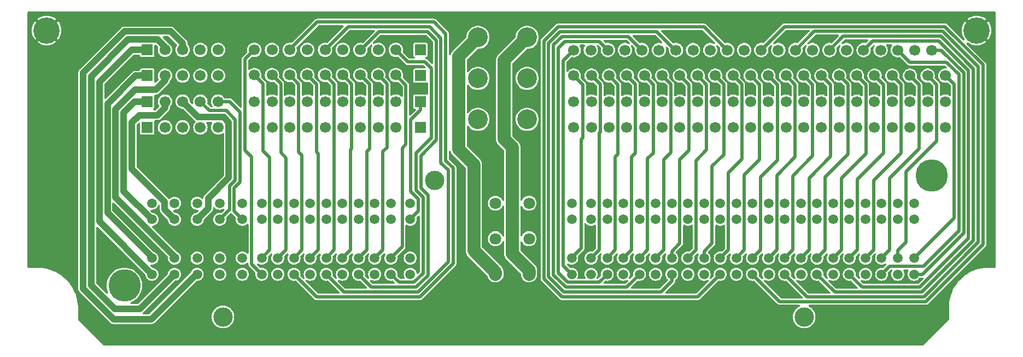
<source format=gbl>
G04 #@! TF.GenerationSoftware,KiCad,Pcbnew,7.0.6-7.0.6~ubuntu22.04.1*
G04 #@! TF.CreationDate,2023-07-29T20:49:06+00:00*
G04 #@! TF.ProjectId,284617-1,32383436-3137-42d3-912e-6b696361645f,R0.4*
G04 #@! TF.SameCoordinates,PX47868c0PY8bfd670*
G04 #@! TF.FileFunction,Copper,L2,Bot*
G04 #@! TF.FilePolarity,Positive*
%FSLAX46Y46*%
G04 Gerber Fmt 4.6, Leading zero omitted, Abs format (unit mm)*
G04 Created by KiCad (PCBNEW 7.0.6-7.0.6~ubuntu22.04.1) date 2023-07-29 20:49:06*
%MOMM*%
%LPD*%
G01*
G04 APERTURE LIST*
G04 #@! TA.AperFunction,ComponentPad*
%ADD10C,1.700000*%
G04 #@! TD*
G04 #@! TA.AperFunction,ComponentPad*
%ADD11R,1.700000X1.700000*%
G04 #@! TD*
G04 #@! TA.AperFunction,ComponentPad*
%ADD12C,3.064000*%
G04 #@! TD*
G04 #@! TA.AperFunction,ComponentPad*
%ADD13C,4.064000*%
G04 #@! TD*
G04 #@! TA.AperFunction,ComponentPad*
%ADD14C,5.000000*%
G04 #@! TD*
G04 #@! TA.AperFunction,ComponentPad*
%ADD15C,3.000000*%
G04 #@! TD*
G04 #@! TA.AperFunction,ComponentPad*
%ADD16C,1.500000*%
G04 #@! TD*
G04 #@! TA.AperFunction,ComponentPad*
%ADD17C,1.800000*%
G04 #@! TD*
G04 #@! TA.AperFunction,Conductor*
%ADD18C,0.490000*%
G04 #@! TD*
G04 #@! TA.AperFunction,Conductor*
%ADD19C,1.000000*%
G04 #@! TD*
G04 #@! TA.AperFunction,Conductor*
%ADD20C,2.000000*%
G04 #@! TD*
G04 APERTURE END LIST*
D10*
G04 #@! TO.P,P7,1*
G04 #@! TO.N,N-00000124*
X35160000Y45790000D03*
G04 #@! TO.P,P7,2*
G04 #@! TO.N,N-00000123*
X37900000Y45790000D03*
G04 #@! TO.P,P7,3*
G04 #@! TO.N,N-00000122*
X40640000Y45790000D03*
G04 #@! TO.P,P7,4*
G04 #@! TO.N,N-00000121*
X43380000Y45790000D03*
G04 #@! TO.P,P7,5*
G04 #@! TO.N,N-00000120*
X46120000Y45790000D03*
G04 #@! TO.P,P7,6*
G04 #@! TO.N,N-00000114*
X48860000Y45790000D03*
G04 #@! TO.P,P7,7*
G04 #@! TO.N,N-00000109*
X51600000Y45790000D03*
G04 #@! TO.P,P7,8*
G04 #@! TO.N,N-00000104*
X54340000Y45790000D03*
G04 #@! TO.P,P7,9*
G04 #@! TO.N,N-00000155*
X57080000Y45790000D03*
G04 #@! TD*
G04 #@! TO.P,P9,1*
G04 #@! TO.N,N-00000113*
X35160000Y41890000D03*
G04 #@! TO.P,P9,2*
G04 #@! TO.N,N-00000108*
X37900000Y41890000D03*
G04 #@! TO.P,P9,3*
G04 #@! TO.N,N-00000103*
X40640000Y41890000D03*
G04 #@! TO.P,P9,4*
G04 #@! TO.N,N-00000154*
X43380000Y41890000D03*
G04 #@! TO.P,P9,5*
G04 #@! TO.N,N-00000149*
X46120000Y41890000D03*
G04 #@! TO.P,P9,6*
G04 #@! TO.N,N-00000145*
X48860000Y41890000D03*
G04 #@! TO.P,P9,7*
G04 #@! TO.N,N-00000140*
X51600000Y41890000D03*
G04 #@! TO.P,P9,8*
G04 #@! TO.N,N-00000135*
X54340000Y41890000D03*
G04 #@! TO.P,P9,9*
G04 #@! TO.N,N-00000131*
X57080000Y41890000D03*
G04 #@! TD*
G04 #@! TO.P,P11,1*
G04 #@! TO.N,N-00000144*
X35160000Y37790000D03*
G04 #@! TO.P,P11,2*
G04 #@! TO.N,N-00000139*
X37900000Y37790000D03*
G04 #@! TO.P,P11,3*
G04 #@! TO.N,N-00000134*
X40640000Y37790000D03*
G04 #@! TO.P,P11,4*
G04 #@! TO.N,N-00000130*
X43380000Y37790000D03*
G04 #@! TO.P,P11,5*
G04 #@! TO.N,N-00000117*
X46120000Y37790000D03*
G04 #@! TO.P,P11,6*
G04 #@! TO.N,N-00000111*
X48860000Y37790000D03*
G04 #@! TO.P,P11,7*
G04 #@! TO.N,N-00000106*
X51600000Y37790000D03*
G04 #@! TO.P,P11,8*
G04 #@! TO.N,N-00000101*
X54340000Y37790000D03*
G04 #@! TO.P,P11,9*
G04 #@! TO.N,N-00000152*
X57080000Y37790000D03*
G04 #@! TD*
G04 #@! TO.P,P13,1*
G04 #@! TO.N,N-00000110*
X35160000Y33790000D03*
G04 #@! TO.P,P13,2*
G04 #@! TO.N,N-00000105*
X37900000Y33790000D03*
G04 #@! TO.P,P13,3*
G04 #@! TO.N,N-00000115*
X40640000Y33790000D03*
G04 #@! TO.P,P13,4*
G04 #@! TO.N,N-00000151*
X43380000Y33790000D03*
G04 #@! TO.P,P13,5*
G04 #@! TO.N,N-00000147*
X46120000Y33790000D03*
G04 #@! TO.P,P13,6*
G04 #@! TO.N,N-00000142*
X48860000Y33790000D03*
G04 #@! TO.P,P13,7*
G04 #@! TO.N,N-00000137*
X51600000Y33790000D03*
G04 #@! TO.P,P13,8*
G04 #@! TO.N,N-00000143*
X54340000Y33790000D03*
G04 #@! TO.P,P13,9*
G04 #@! TO.N,N-0000098*
X57080000Y33790000D03*
G04 #@! TD*
D11*
G04 #@! TO.P,P6,1*
G04 #@! TO.N,N-0000097*
X18580000Y45790000D03*
D10*
G04 #@! TO.P,P6,2*
G04 #@! TO.N,N-00000128*
X21320000Y45790000D03*
G04 #@! TO.P,P6,3*
G04 #@! TO.N,N-00000127*
X24060000Y45790000D03*
G04 #@! TO.P,P6,4*
G04 #@! TO.N,N-00000126*
X26800000Y45790000D03*
G04 #@! TO.P,P6,5*
G04 #@! TO.N,N-00000125*
X29540000Y45790000D03*
G04 #@! TD*
D11*
G04 #@! TO.P,P8,1*
G04 #@! TO.N,N-00000146*
X18580000Y41790000D03*
D10*
G04 #@! TO.P,P8,2*
G04 #@! TO.N,N-00000141*
X21320000Y41790000D03*
G04 #@! TO.P,P8,3*
G04 #@! TO.N,N-00000136*
X24060000Y41790000D03*
G04 #@! TO.P,P8,4*
G04 #@! TO.N,N-00000132*
X26800000Y41790000D03*
G04 #@! TO.P,P8,5*
G04 #@! TO.N,N-00000119*
X29540000Y41790000D03*
G04 #@! TD*
D11*
G04 #@! TO.P,P10,1*
G04 #@! TO.N,N-00000112*
X18580000Y37790000D03*
D10*
G04 #@! TO.P,P10,2*
G04 #@! TO.N,N-00000107*
X21320000Y37790000D03*
G04 #@! TO.P,P10,3*
G04 #@! TO.N,N-00000102*
X24060000Y37790000D03*
G04 #@! TO.P,P10,4*
G04 #@! TO.N,N-00000153*
X26800000Y37790000D03*
G04 #@! TO.P,P10,5*
G04 #@! TO.N,N-00000148*
X29540000Y37790000D03*
G04 #@! TD*
D11*
G04 #@! TO.P,P12,1*
G04 #@! TO.N,N-00000129*
X18580000Y33790000D03*
D10*
G04 #@! TO.P,P12,2*
G04 #@! TO.N,N-00000138*
X21320000Y33790000D03*
G04 #@! TO.P,P12,3*
G04 #@! TO.N,N-00000133*
X24060000Y33790000D03*
G04 #@! TO.P,P12,4*
G04 #@! TO.N,N-0000099*
X26800000Y33790000D03*
G04 #@! TO.P,P12,5*
G04 #@! TO.N,N-00000116*
X29540000Y33790000D03*
G04 #@! TD*
D12*
G04 #@! TO.P,P18,1*
G04 #@! TO.N,N-0000091*
X69780000Y47730000D03*
G04 #@! TD*
G04 #@! TO.P,P19,1*
G04 #@! TO.N,N-0000090*
X77400000Y47730000D03*
G04 #@! TD*
G04 #@! TO.P,P20,1*
G04 #@! TO.N,N-0000093*
X69780000Y41380000D03*
G04 #@! TD*
G04 #@! TO.P,P21,1*
G04 #@! TO.N,N-0000096*
X77400000Y41380000D03*
G04 #@! TD*
G04 #@! TO.P,P22,1*
G04 #@! TO.N,N-0000095*
X69780000Y35030000D03*
G04 #@! TD*
G04 #@! TO.P,P23,1*
G04 #@! TO.N,N-0000094*
X77400000Y35030000D03*
G04 #@! TD*
D11*
G04 #@! TO.P,P5,1*
G04 #@! TO.N,N-00000100*
X60890000Y33790000D03*
G04 #@! TD*
G04 #@! TO.P,P4,1*
G04 #@! TO.N,N-0000092*
X60890000Y37790000D03*
G04 #@! TD*
G04 #@! TO.P,P3,1*
G04 #@! TO.N,N-00000118*
X60890000Y41790000D03*
G04 #@! TD*
G04 #@! TO.P,P2,1*
G04 #@! TO.N,N-00000150*
X60890000Y45790000D03*
G04 #@! TD*
D10*
G04 #@! TO.P,P14,1*
G04 #@! TO.N,N-0000072*
X84620000Y45760000D03*
G04 #@! TO.P,P14,2*
G04 #@! TO.N,N-0000071*
X87260000Y45760000D03*
G04 #@! TO.P,P14,3*
G04 #@! TO.N,N-0000070*
X89900000Y45760000D03*
G04 #@! TO.P,P14,4*
G04 #@! TO.N,N-0000069*
X92540000Y45760000D03*
G04 #@! TO.P,P14,5*
G04 #@! TO.N,N-0000068*
X95180000Y45760000D03*
G04 #@! TO.P,P14,6*
G04 #@! TO.N,N-0000067*
X97820000Y45760000D03*
G04 #@! TO.P,P14,7*
G04 #@! TO.N,N-0000066*
X100460000Y45760000D03*
G04 #@! TO.P,P14,8*
G04 #@! TO.N,N-0000065*
X103100000Y45760000D03*
G04 #@! TO.P,P14,9*
G04 #@! TO.N,N-0000064*
X105740000Y45760000D03*
G04 #@! TO.P,P14,10*
G04 #@! TO.N,N-0000063*
X108380000Y45760000D03*
G04 #@! TO.P,P14,11*
G04 #@! TO.N,N-0000062*
X111020000Y45760000D03*
G04 #@! TO.P,P14,12*
G04 #@! TO.N,N-0000061*
X113660000Y45760000D03*
G04 #@! TO.P,P14,13*
G04 #@! TO.N,N-0000046*
X116300000Y45760000D03*
G04 #@! TO.P,P14,14*
G04 #@! TO.N,N-0000030*
X118940000Y45760000D03*
G04 #@! TO.P,P14,15*
G04 #@! TO.N,N-0000029*
X121580000Y45760000D03*
G04 #@! TO.P,P14,16*
G04 #@! TO.N,N-0000028*
X124220000Y45760000D03*
G04 #@! TO.P,P14,17*
G04 #@! TO.N,N-0000027*
X126860000Y45760000D03*
G04 #@! TO.P,P14,18*
G04 #@! TO.N,N-0000026*
X129500000Y45760000D03*
G04 #@! TO.P,P14,19*
G04 #@! TO.N,N-0000025*
X132140000Y45760000D03*
G04 #@! TO.P,P14,20*
G04 #@! TO.N,N-0000024*
X134780000Y45760000D03*
G04 #@! TO.P,P14,21*
G04 #@! TO.N,N-0000023*
X137420000Y45760000D03*
G04 #@! TO.P,P14,22*
G04 #@! TO.N,N-0000022*
X140060000Y45760000D03*
G04 #@! TD*
G04 #@! TO.P,P17,1*
G04 #@! TO.N,N-0000036*
X84620000Y33790000D03*
G04 #@! TO.P,P17,2*
G04 #@! TO.N,N-0000035*
X87360000Y33790000D03*
G04 #@! TO.P,P17,3*
G04 #@! TO.N,N-0000034*
X90100000Y33790000D03*
G04 #@! TO.P,P17,4*
G04 #@! TO.N,N-0000033*
X92840000Y33790000D03*
G04 #@! TO.P,P17,5*
G04 #@! TO.N,N-0000032*
X95580000Y33790000D03*
G04 #@! TO.P,P17,6*
G04 #@! TO.N,N-0000060*
X98320000Y33790000D03*
G04 #@! TO.P,P17,7*
G04 #@! TO.N,N-0000086*
X101060000Y33790000D03*
G04 #@! TO.P,P17,8*
G04 #@! TO.N,N-0000082*
X103800000Y33790000D03*
G04 #@! TO.P,P17,9*
G04 #@! TO.N,N-0000080*
X106540000Y33790000D03*
G04 #@! TO.P,P17,10*
G04 #@! TO.N,N-0000078*
X109280000Y33790000D03*
G04 #@! TO.P,P17,11*
G04 #@! TO.N,N-0000076*
X112020000Y33790000D03*
G04 #@! TO.P,P17,12*
G04 #@! TO.N,N-0000074*
X114760000Y33790000D03*
G04 #@! TO.P,P17,13*
G04 #@! TO.N,N-0000089*
X117500000Y33790000D03*
G04 #@! TO.P,P17,14*
G04 #@! TO.N,N-0000088*
X120240000Y33790000D03*
G04 #@! TO.P,P17,15*
G04 #@! TO.N,N-0000083*
X122980000Y33790000D03*
G04 #@! TO.P,P17,16*
G04 #@! TO.N,N-0000087*
X125720000Y33790000D03*
G04 #@! TO.P,P17,17*
G04 #@! TO.N,N-0000085*
X128460000Y33790000D03*
G04 #@! TO.P,P17,18*
G04 #@! TO.N,N-0000081*
X131200000Y33790000D03*
G04 #@! TO.P,P17,19*
G04 #@! TO.N,N-0000079*
X133940000Y33790000D03*
G04 #@! TO.P,P17,20*
G04 #@! TO.N,N-0000077*
X136680000Y33790000D03*
G04 #@! TO.P,P17,21*
G04 #@! TO.N,N-0000075*
X139420000Y33790000D03*
G04 #@! TO.P,P17,22*
G04 #@! TO.N,N-0000073*
X142160000Y33790000D03*
G04 #@! TD*
G04 #@! TO.P,P16,1*
G04 #@! TO.N,N-0000058*
X84620000Y37760000D03*
G04 #@! TO.P,P16,2*
G04 #@! TO.N,N-0000057*
X87360000Y37760000D03*
G04 #@! TO.P,P16,3*
G04 #@! TO.N,N-0000056*
X90100000Y37760000D03*
G04 #@! TO.P,P16,4*
G04 #@! TO.N,N-0000055*
X92840000Y37760000D03*
G04 #@! TO.P,P16,5*
G04 #@! TO.N,N-0000054*
X95580000Y37760000D03*
G04 #@! TO.P,P16,6*
G04 #@! TO.N,N-0000053*
X98320000Y37760000D03*
G04 #@! TO.P,P16,7*
G04 #@! TO.N,N-0000052*
X101060000Y37760000D03*
G04 #@! TO.P,P16,8*
G04 #@! TO.N,N-0000051*
X103800000Y37760000D03*
G04 #@! TO.P,P16,9*
G04 #@! TO.N,N-0000050*
X106540000Y37760000D03*
G04 #@! TO.P,P16,10*
G04 #@! TO.N,N-0000049*
X109280000Y37760000D03*
G04 #@! TO.P,P16,11*
G04 #@! TO.N,N-0000048*
X112020000Y37760000D03*
G04 #@! TO.P,P16,12*
G04 #@! TO.N,N-0000047*
X114760000Y37760000D03*
G04 #@! TO.P,P16,13*
G04 #@! TO.N,N-0000031*
X117500000Y37760000D03*
G04 #@! TO.P,P16,14*
G04 #@! TO.N,N-0000045*
X120240000Y37760000D03*
G04 #@! TO.P,P16,15*
G04 #@! TO.N,N-0000044*
X122980000Y37760000D03*
G04 #@! TO.P,P16,16*
G04 #@! TO.N,N-0000043*
X125720000Y37760000D03*
G04 #@! TO.P,P16,17*
G04 #@! TO.N,N-0000042*
X128460000Y37760000D03*
G04 #@! TO.P,P16,18*
G04 #@! TO.N,N-0000041*
X131200000Y37760000D03*
G04 #@! TO.P,P16,19*
G04 #@! TO.N,N-0000040*
X133940000Y37760000D03*
G04 #@! TO.P,P16,20*
G04 #@! TO.N,N-0000039*
X136680000Y37760000D03*
G04 #@! TO.P,P16,21*
G04 #@! TO.N,N-0000038*
X139420000Y37760000D03*
G04 #@! TO.P,P16,22*
G04 #@! TO.N,N-0000037*
X142160000Y37760000D03*
G04 #@! TD*
G04 #@! TO.P,P15,1*
G04 #@! TO.N,N-0000021*
X84620000Y41790000D03*
G04 #@! TO.P,P15,2*
G04 #@! TO.N,N-0000020*
X87360000Y41790000D03*
G04 #@! TO.P,P15,3*
G04 #@! TO.N,N-0000019*
X90100000Y41790000D03*
G04 #@! TO.P,P15,4*
G04 #@! TO.N,N-0000018*
X92840000Y41790000D03*
G04 #@! TO.P,P15,5*
G04 #@! TO.N,N-0000017*
X95580000Y41790000D03*
G04 #@! TO.P,P15,6*
G04 #@! TO.N,N-000001*
X98320000Y41790000D03*
G04 #@! TO.P,P15,7*
G04 #@! TO.N,N-0000015*
X101060000Y41790000D03*
G04 #@! TO.P,P15,8*
G04 #@! TO.N,N-0000014*
X103800000Y41790000D03*
G04 #@! TO.P,P15,9*
G04 #@! TO.N,N-0000013*
X106540000Y41790000D03*
G04 #@! TO.P,P15,10*
G04 #@! TO.N,N-0000012*
X109280000Y41790000D03*
G04 #@! TO.P,P15,11*
G04 #@! TO.N,N-0000011*
X112020000Y41790000D03*
G04 #@! TO.P,P15,12*
G04 #@! TO.N,N-0000010*
X114760000Y41790000D03*
G04 #@! TO.P,P15,13*
G04 #@! TO.N,N-000009*
X117500000Y41790000D03*
G04 #@! TO.P,P15,14*
G04 #@! TO.N,N-000008*
X120240000Y41790000D03*
G04 #@! TO.P,P15,15*
G04 #@! TO.N,N-000007*
X122980000Y41790000D03*
G04 #@! TO.P,P15,16*
G04 #@! TO.N,N-000006*
X125720000Y41790000D03*
G04 #@! TO.P,P15,17*
G04 #@! TO.N,N-000005*
X128460000Y41790000D03*
G04 #@! TO.P,P15,18*
G04 #@! TO.N,N-000004*
X131200000Y41790000D03*
G04 #@! TO.P,P15,19*
G04 #@! TO.N,N-000003*
X133940000Y41790000D03*
G04 #@! TO.P,P15,20*
G04 #@! TO.N,N-000002*
X136680000Y41790000D03*
G04 #@! TO.P,P15,21*
G04 #@! TO.N,N-0000016*
X139420000Y41790000D03*
G04 #@! TO.P,P15,22*
G04 #@! TO.N,N-0000059*
X142160000Y41790000D03*
G04 #@! TD*
D13*
G04 #@! TO.P,P25,1*
G04 #@! TO.N,/GND*
X3000000Y48790000D03*
G04 #@! TD*
G04 #@! TO.P,P24,1*
G04 #@! TO.N,/GND*
X147000000Y48790000D03*
G04 #@! TD*
D14*
G04 #@! TO.P,P1,*
G04 #@! TO.N,*
X15050000Y9290000D03*
D15*
X30300000Y4440000D03*
X63100000Y25540000D03*
X120300000Y4440000D03*
D14*
X140050000Y26290000D03*
D16*
G04 #@! TO.P,P1,1*
G04 #@! TO.N,N-0000097*
X19300000Y11040000D03*
G04 #@! TO.P,P1,2*
G04 #@! TO.N,N-00000128*
X22800000Y11040000D03*
G04 #@! TO.P,P1,3*
G04 #@! TO.N,N-00000127*
X26300000Y11040000D03*
G04 #@! TO.P,P1,4*
G04 #@! TO.N,N-00000126*
X29800000Y11040000D03*
G04 #@! TO.P,P1,5*
G04 #@! TO.N,N-00000125*
X33300000Y11040000D03*
G04 #@! TO.P,P1,6*
G04 #@! TO.N,N-00000124*
X36300000Y11040000D03*
G04 #@! TO.P,P1,7*
G04 #@! TO.N,N-00000123*
X38800000Y11040000D03*
G04 #@! TO.P,P1,8*
G04 #@! TO.N,N-00000122*
X41300000Y11040000D03*
G04 #@! TO.P,P1,9*
G04 #@! TO.N,N-00000121*
X43800000Y11040000D03*
G04 #@! TO.P,P1,10*
G04 #@! TO.N,N-00000120*
X46300000Y11040000D03*
G04 #@! TO.P,P1,11*
G04 #@! TO.N,N-00000114*
X48800000Y11040000D03*
G04 #@! TO.P,P1,12*
G04 #@! TO.N,N-00000109*
X51300000Y11040000D03*
G04 #@! TO.P,P1,13*
G04 #@! TO.N,N-00000104*
X53800000Y11040000D03*
G04 #@! TO.P,P1,14*
G04 #@! TO.N,N-00000155*
X56300000Y11040000D03*
G04 #@! TO.P,P1,15*
G04 #@! TO.N,N-00000150*
X59300000Y11040000D03*
G04 #@! TO.P,P1,16*
G04 #@! TO.N,N-00000146*
X19300000Y13540000D03*
G04 #@! TO.P,P1,17*
G04 #@! TO.N,N-00000141*
X22800000Y13540000D03*
G04 #@! TO.P,P1,18*
G04 #@! TO.N,N-00000136*
X26300000Y13540000D03*
G04 #@! TO.P,P1,19*
G04 #@! TO.N,N-00000132*
X29800000Y13540000D03*
G04 #@! TO.P,P1,20*
G04 #@! TO.N,N-00000119*
X33300000Y13540000D03*
G04 #@! TO.P,P1,21*
G04 #@! TO.N,N-00000113*
X36300000Y13540000D03*
G04 #@! TO.P,P1,22*
G04 #@! TO.N,N-00000108*
X38800000Y13540000D03*
G04 #@! TO.P,P1,23*
G04 #@! TO.N,N-00000103*
X41300000Y13540000D03*
G04 #@! TO.P,P1,24*
G04 #@! TO.N,N-00000154*
X43800000Y13540000D03*
G04 #@! TO.P,P1,25*
G04 #@! TO.N,N-00000149*
X46300000Y13540000D03*
G04 #@! TO.P,P1,26*
G04 #@! TO.N,N-00000145*
X48800000Y13540000D03*
G04 #@! TO.P,P1,27*
G04 #@! TO.N,N-00000140*
X51300000Y13540000D03*
G04 #@! TO.P,P1,28*
G04 #@! TO.N,N-00000135*
X53800000Y13540000D03*
G04 #@! TO.P,P1,29*
G04 #@! TO.N,N-00000131*
X56300000Y13540000D03*
G04 #@! TO.P,P1,30*
G04 #@! TO.N,N-00000118*
X59300000Y13540000D03*
G04 #@! TO.P,P1,31*
G04 #@! TO.N,N-00000112*
X19300000Y19540000D03*
G04 #@! TO.P,P1,32*
G04 #@! TO.N,N-00000107*
X22800000Y19540000D03*
G04 #@! TO.P,P1,33*
G04 #@! TO.N,N-00000102*
X26300000Y19540000D03*
G04 #@! TO.P,P1,34*
G04 #@! TO.N,N-00000153*
X29800000Y19540000D03*
G04 #@! TO.P,P1,35*
G04 #@! TO.N,N-00000148*
X33300000Y19540000D03*
G04 #@! TO.P,P1,36*
G04 #@! TO.N,N-00000144*
X36300000Y19540000D03*
G04 #@! TO.P,P1,37*
G04 #@! TO.N,N-00000139*
X38800000Y19540000D03*
G04 #@! TO.P,P1,38*
G04 #@! TO.N,N-00000134*
X41300000Y19540000D03*
G04 #@! TO.P,P1,39*
G04 #@! TO.N,N-00000130*
X43800000Y19540000D03*
G04 #@! TO.P,P1,40*
G04 #@! TO.N,N-00000117*
X46300000Y19540000D03*
G04 #@! TO.P,P1,41*
G04 #@! TO.N,N-00000111*
X48800000Y19540000D03*
G04 #@! TO.P,P1,42*
G04 #@! TO.N,N-00000106*
X51300000Y19540000D03*
G04 #@! TO.P,P1,43*
G04 #@! TO.N,N-00000101*
X53800000Y19540000D03*
G04 #@! TO.P,P1,44*
G04 #@! TO.N,N-00000152*
X56300000Y19540000D03*
G04 #@! TO.P,P1,45*
G04 #@! TO.N,N-0000092*
X59300000Y19540000D03*
G04 #@! TO.P,P1,46*
G04 #@! TO.N,N-00000129*
X19300000Y22040000D03*
G04 #@! TO.P,P1,47*
G04 #@! TO.N,N-00000138*
X22800000Y22040000D03*
G04 #@! TO.P,P1,48*
G04 #@! TO.N,N-00000133*
X26300000Y22040000D03*
G04 #@! TO.P,P1,49*
G04 #@! TO.N,N-0000099*
X29800000Y22040000D03*
G04 #@! TO.P,P1,50*
G04 #@! TO.N,N-00000116*
X33300000Y22040000D03*
G04 #@! TO.P,P1,51*
G04 #@! TO.N,N-00000110*
X36300000Y22040000D03*
G04 #@! TO.P,P1,52*
G04 #@! TO.N,N-00000105*
X38800000Y22040000D03*
G04 #@! TO.P,P1,53*
G04 #@! TO.N,N-00000115*
X41300000Y22040000D03*
G04 #@! TO.P,P1,54*
G04 #@! TO.N,N-00000151*
X43800000Y22040000D03*
G04 #@! TO.P,P1,55*
G04 #@! TO.N,N-00000147*
X46300000Y22040000D03*
G04 #@! TO.P,P1,56*
G04 #@! TO.N,N-00000142*
X48800000Y22040000D03*
G04 #@! TO.P,P1,57*
G04 #@! TO.N,N-00000137*
X51300000Y22040000D03*
G04 #@! TO.P,P1,58*
G04 #@! TO.N,N-00000143*
X53800000Y22040000D03*
G04 #@! TO.P,P1,59*
G04 #@! TO.N,N-0000098*
X56300000Y22040000D03*
G04 #@! TO.P,P1,60*
G04 #@! TO.N,N-00000100*
X59300000Y22040000D03*
D17*
G04 #@! TO.P,P1,61*
G04 #@! TO.N,N-0000091*
X72500000Y11040000D03*
G04 #@! TO.P,P1,62*
G04 #@! TO.N,N-0000090*
X77700000Y11040000D03*
G04 #@! TO.P,P1,63*
G04 #@! TO.N,N-0000093*
X72500000Y16540000D03*
G04 #@! TO.P,P1,64*
G04 #@! TO.N,N-0000096*
X77700000Y16540000D03*
G04 #@! TO.P,P1,65*
G04 #@! TO.N,N-0000095*
X72500000Y22040000D03*
G04 #@! TO.P,P1,66*
G04 #@! TO.N,N-0000094*
X77700000Y22040000D03*
D16*
G04 #@! TO.P,P1,67*
G04 #@! TO.N,N-0000072*
X84300000Y11040000D03*
G04 #@! TO.P,P1,68*
G04 #@! TO.N,N-0000071*
X87300000Y11040000D03*
G04 #@! TO.P,P1,69*
G04 #@! TO.N,N-0000070*
X89800000Y11040000D03*
G04 #@! TO.P,P1,70*
G04 #@! TO.N,N-0000069*
X92300000Y11040000D03*
G04 #@! TO.P,P1,71*
G04 #@! TO.N,N-0000068*
X94800000Y11040000D03*
G04 #@! TO.P,P1,72*
G04 #@! TO.N,N-0000067*
X97300000Y11040000D03*
G04 #@! TO.P,P1,73*
G04 #@! TO.N,N-0000066*
X99800000Y11040000D03*
G04 #@! TO.P,P1,74*
G04 #@! TO.N,N-0000065*
X102300000Y11040000D03*
G04 #@! TO.P,P1,75*
G04 #@! TO.N,N-0000064*
X104800000Y11040000D03*
G04 #@! TO.P,P1,76*
G04 #@! TO.N,N-0000063*
X107300000Y11040000D03*
G04 #@! TO.P,P1,77*
G04 #@! TO.N,N-0000062*
X109800000Y11040000D03*
G04 #@! TO.P,P1,78*
G04 #@! TO.N,N-0000061*
X112300000Y11040000D03*
G04 #@! TO.P,P1,79*
G04 #@! TO.N,N-0000046*
X114800000Y11040000D03*
G04 #@! TO.P,P1,80*
G04 #@! TO.N,N-0000030*
X117300000Y11040000D03*
G04 #@! TO.P,P1,81*
G04 #@! TO.N,N-0000029*
X119800000Y11040000D03*
G04 #@! TO.P,P1,82*
G04 #@! TO.N,N-0000028*
X122300000Y11040000D03*
G04 #@! TO.P,P1,83*
G04 #@! TO.N,N-0000027*
X124800000Y11040000D03*
G04 #@! TO.P,P1,84*
G04 #@! TO.N,N-0000026*
X127300000Y11040000D03*
G04 #@! TO.P,P1,85*
G04 #@! TO.N,N-0000025*
X129800000Y11040000D03*
G04 #@! TO.P,P1,86*
G04 #@! TO.N,N-0000024*
X132300000Y11040000D03*
G04 #@! TO.P,P1,87*
G04 #@! TO.N,N-0000023*
X134800000Y11040000D03*
G04 #@! TO.P,P1,88*
G04 #@! TO.N,N-0000022*
X137300000Y11040000D03*
G04 #@! TO.P,P1,89*
G04 #@! TO.N,N-0000021*
X84300000Y13540000D03*
G04 #@! TO.P,P1,90*
G04 #@! TO.N,N-0000020*
X87300000Y13540000D03*
G04 #@! TO.P,P1,91*
G04 #@! TO.N,N-0000019*
X89800000Y13540000D03*
G04 #@! TO.P,P1,92*
G04 #@! TO.N,N-0000018*
X92300000Y13540000D03*
G04 #@! TO.P,P1,93*
G04 #@! TO.N,N-0000017*
X94800000Y13540000D03*
G04 #@! TO.P,P1,94*
G04 #@! TO.N,N-000001*
X97300000Y13540000D03*
G04 #@! TO.P,P1,95*
G04 #@! TO.N,N-0000015*
X99800000Y13540000D03*
G04 #@! TO.P,P1,96*
G04 #@! TO.N,N-0000014*
X102300000Y13540000D03*
G04 #@! TO.P,P1,97*
G04 #@! TO.N,N-0000013*
X104800000Y13540000D03*
G04 #@! TO.P,P1,98*
G04 #@! TO.N,N-0000012*
X107300000Y13540000D03*
G04 #@! TO.P,P1,99*
G04 #@! TO.N,N-0000011*
X109800000Y13540000D03*
G04 #@! TO.P,P1,100*
G04 #@! TO.N,N-0000010*
X112300000Y13540000D03*
G04 #@! TO.P,P1,101*
G04 #@! TO.N,N-000009*
X114800000Y13540000D03*
G04 #@! TO.P,P1,102*
G04 #@! TO.N,N-000008*
X117300000Y13540000D03*
G04 #@! TO.P,P1,103*
G04 #@! TO.N,N-000007*
X119800000Y13540000D03*
G04 #@! TO.P,P1,104*
G04 #@! TO.N,N-000006*
X122300000Y13540000D03*
G04 #@! TO.P,P1,105*
G04 #@! TO.N,N-000005*
X124800000Y13540000D03*
G04 #@! TO.P,P1,106*
G04 #@! TO.N,N-000004*
X127300000Y13540000D03*
G04 #@! TO.P,P1,107*
G04 #@! TO.N,N-000003*
X129800000Y13540000D03*
G04 #@! TO.P,P1,108*
G04 #@! TO.N,N-000002*
X132300000Y13540000D03*
G04 #@! TO.P,P1,109*
G04 #@! TO.N,N-0000016*
X134800000Y13540000D03*
G04 #@! TO.P,P1,110*
G04 #@! TO.N,N-0000059*
X137300000Y13540000D03*
G04 #@! TO.P,P1,111*
G04 #@! TO.N,N-0000058*
X84300000Y19540000D03*
G04 #@! TO.P,P1,112*
G04 #@! TO.N,N-0000057*
X87300000Y19540000D03*
G04 #@! TO.P,P1,113*
G04 #@! TO.N,N-0000056*
X89800000Y19540000D03*
G04 #@! TO.P,P1,114*
G04 #@! TO.N,N-0000055*
X92300000Y19540000D03*
G04 #@! TO.P,P1,115*
G04 #@! TO.N,N-0000054*
X94800000Y19540000D03*
G04 #@! TO.P,P1,116*
G04 #@! TO.N,N-0000053*
X97300000Y19540000D03*
G04 #@! TO.P,P1,117*
G04 #@! TO.N,N-0000052*
X99800000Y19540000D03*
G04 #@! TO.P,P1,118*
G04 #@! TO.N,N-0000051*
X102300000Y19540000D03*
G04 #@! TO.P,P1,119*
G04 #@! TO.N,N-0000050*
X104800000Y19540000D03*
G04 #@! TO.P,P1,120*
G04 #@! TO.N,N-0000049*
X107300000Y19540000D03*
G04 #@! TO.P,P1,121*
G04 #@! TO.N,N-0000048*
X109800000Y19540000D03*
G04 #@! TO.P,P1,122*
G04 #@! TO.N,N-0000047*
X112300000Y19540000D03*
G04 #@! TO.P,P1,123*
G04 #@! TO.N,N-0000031*
X114800000Y19540000D03*
G04 #@! TO.P,P1,124*
G04 #@! TO.N,N-0000045*
X117300000Y19540000D03*
G04 #@! TO.P,P1,125*
G04 #@! TO.N,N-0000044*
X119800000Y19540000D03*
G04 #@! TO.P,P1,126*
G04 #@! TO.N,N-0000043*
X122300000Y19540000D03*
G04 #@! TO.P,P1,127*
G04 #@! TO.N,N-0000042*
X124800000Y19540000D03*
G04 #@! TO.P,P1,128*
G04 #@! TO.N,N-0000041*
X127300000Y19540000D03*
G04 #@! TO.P,P1,129*
G04 #@! TO.N,N-0000040*
X129800000Y19540000D03*
G04 #@! TO.P,P1,130*
G04 #@! TO.N,N-0000039*
X132300000Y19540000D03*
G04 #@! TO.P,P1,131*
G04 #@! TO.N,N-0000038*
X134800000Y19540000D03*
G04 #@! TO.P,P1,132*
G04 #@! TO.N,N-0000037*
X137300000Y19540000D03*
G04 #@! TO.P,P1,133*
G04 #@! TO.N,N-0000036*
X84300000Y22040000D03*
G04 #@! TO.P,P1,134*
G04 #@! TO.N,N-0000035*
X87300000Y22040000D03*
G04 #@! TO.P,P1,135*
G04 #@! TO.N,N-0000034*
X89800000Y22040000D03*
G04 #@! TO.P,P1,136*
G04 #@! TO.N,N-0000033*
X92300000Y22040000D03*
G04 #@! TO.P,P1,137*
G04 #@! TO.N,N-0000032*
X94800000Y22040000D03*
G04 #@! TO.P,P1,138*
G04 #@! TO.N,N-0000060*
X97300000Y22040000D03*
G04 #@! TO.P,P1,139*
G04 #@! TO.N,N-0000086*
X99800000Y22040000D03*
G04 #@! TO.P,P1,140*
G04 #@! TO.N,N-0000082*
X102300000Y22040000D03*
G04 #@! TO.P,P1,141*
G04 #@! TO.N,N-0000080*
X104800000Y22040000D03*
G04 #@! TO.P,P1,142*
G04 #@! TO.N,N-0000078*
X107300000Y22040000D03*
G04 #@! TO.P,P1,143*
G04 #@! TO.N,N-0000076*
X109800000Y22040000D03*
G04 #@! TO.P,P1,144*
G04 #@! TO.N,N-0000074*
X112300000Y22040000D03*
G04 #@! TO.P,P1,145*
G04 #@! TO.N,N-0000089*
X114800000Y22040000D03*
G04 #@! TO.P,P1,146*
G04 #@! TO.N,N-0000088*
X117300000Y22040000D03*
G04 #@! TO.P,P1,147*
G04 #@! TO.N,N-0000083*
X119800000Y22040000D03*
G04 #@! TO.P,P1,148*
G04 #@! TO.N,N-0000087*
X122300000Y22040000D03*
G04 #@! TO.P,P1,149*
G04 #@! TO.N,N-0000085*
X124800000Y22040000D03*
G04 #@! TO.P,P1,150*
G04 #@! TO.N,N-0000081*
X127300000Y22040000D03*
G04 #@! TO.P,P1,151*
G04 #@! TO.N,N-0000079*
X129800000Y22040000D03*
G04 #@! TO.P,P1,152*
G04 #@! TO.N,N-0000077*
X132300000Y22040000D03*
G04 #@! TO.P,P1,153*
G04 #@! TO.N,N-0000075*
X134800000Y22040000D03*
G04 #@! TO.P,P1,154*
G04 #@! TO.N,N-0000073*
X137300000Y22040000D03*
G04 #@! TD*
D18*
G04 #@! TO.N,N-000001*
X97300000Y13540000D02*
X98549001Y14789001D01*
X99670000Y29930000D02*
X99670000Y40440000D01*
X98549001Y28809001D02*
X99670000Y29930000D01*
X98549001Y14789001D02*
X98549001Y28809001D01*
X99670000Y40440000D02*
X98320000Y41790000D01*
G04 #@! TO.N,N-0000010*
X113550999Y26099001D02*
X113550999Y14790999D01*
X114760000Y41790000D02*
X116151000Y40399000D01*
X113550999Y14790999D02*
X112300000Y13540000D01*
X116151000Y28699002D02*
X113550999Y26099001D01*
X116151000Y40399000D02*
X116151000Y28699002D01*
D19*
G04 #@! TO.N,N-00000102*
X26456000Y35394000D02*
X30376000Y35394000D01*
X24060000Y37790000D02*
X26456000Y35394000D01*
X31210000Y26000000D02*
X28009637Y22799637D01*
X28009637Y21249637D02*
X26300000Y19540000D01*
X30376000Y35394000D02*
X31210000Y34560000D01*
X28009637Y22799637D02*
X28009637Y21249637D01*
X31210000Y34560000D02*
X31210000Y26000000D01*
D18*
G04 #@! TO.N,N-00000103*
X42550999Y29469001D02*
X42031000Y29989000D01*
X41300000Y13540000D02*
X42550999Y14790999D01*
X42550999Y14790999D02*
X42550999Y29469001D01*
X42031000Y29989000D02*
X42031000Y40499000D01*
X42031000Y40499000D02*
X40640000Y41890000D01*
D19*
G04 #@! TO.N,N-00000107*
X20150000Y35680000D02*
X17350000Y35680000D01*
X21295999Y21044001D02*
X22800000Y19540000D01*
X16178000Y27387922D02*
X21295999Y22269923D01*
X21320000Y36850000D02*
X20150000Y35680000D01*
X16178000Y34508000D02*
X16178000Y27387922D01*
X21295999Y22269923D02*
X21295999Y21044001D01*
X21320000Y37790000D02*
X21320000Y36850000D01*
X17350000Y35680000D02*
X16178000Y34508000D01*
D18*
G04 #@! TO.N,N-00000108*
X40050999Y29069001D02*
X39260000Y29860000D01*
X39260000Y29860000D02*
X39260000Y40530000D01*
X40050999Y14790999D02*
X40050999Y29069001D01*
X39260000Y40530000D02*
X37900000Y41890000D01*
X38800000Y13540000D02*
X40050999Y14790999D01*
G04 #@! TO.N,N-00000109*
X51600000Y45790000D02*
X51680000Y45790000D01*
X62037021Y23287355D02*
X62037021Y10876310D01*
X63304000Y31794000D02*
X60930000Y29420000D01*
X60207699Y9046989D02*
X53293011Y9046989D01*
X53293011Y9046989D02*
X51300000Y11040000D01*
X63304000Y47281652D02*
X63304000Y31794000D01*
X54492000Y48602000D02*
X61983652Y48602000D01*
X60930000Y29420000D02*
X60930000Y24394376D01*
X62037021Y10876310D02*
X60207699Y9046989D01*
X60930000Y24394376D02*
X62037021Y23287355D01*
X51680000Y45790000D02*
X54492000Y48602000D01*
X61983652Y48602000D02*
X63304000Y47281652D01*
G04 #@! TO.N,N-0000011*
X112020000Y41790000D02*
X113411000Y40399000D01*
X113411000Y40399000D02*
X113411000Y28791000D01*
X111050999Y26430999D02*
X111050999Y14790999D01*
X111050999Y14790999D02*
X109800000Y13540000D01*
X113411000Y28791000D02*
X111050999Y26430999D01*
D19*
G04 #@! TO.N,N-00000112*
X14924000Y23916000D02*
X19300000Y19540000D01*
X18580000Y37790000D02*
X16630000Y37790000D01*
X14924000Y36084000D02*
X14924000Y23916000D01*
X16630000Y37790000D02*
X14924000Y36084000D01*
D18*
G04 #@! TO.N,N-00000113*
X36520000Y30170000D02*
X36520000Y40530000D01*
X36520000Y40530000D02*
X35160000Y41890000D01*
X36300000Y13540000D02*
X37549001Y14789001D01*
X37549001Y29140999D02*
X36520000Y30170000D01*
X37549001Y14789001D02*
X37549001Y29140999D01*
G04 #@! TO.N,N-0000012*
X109280000Y41790000D02*
X110629000Y40441000D01*
X108549001Y26750999D02*
X108549001Y14789001D01*
X110629000Y40441000D02*
X110629000Y28830998D01*
X110629000Y28830998D02*
X108549001Y26750999D01*
X108549001Y14789001D02*
X107300000Y13540000D01*
G04 #@! TO.N,N-00000120*
X64048000Y28316014D02*
X65196000Y27168014D01*
X49676000Y49346000D02*
X62291827Y49346000D01*
X62291827Y49346000D02*
X64048000Y47589826D01*
X60515878Y8302979D02*
X49037021Y8302979D01*
X65196000Y12983101D02*
X60515878Y8302979D01*
X49037021Y8302979D02*
X46300000Y11040000D01*
X46120000Y45790000D02*
X49676000Y49346000D01*
X64048000Y47589826D02*
X64048000Y28316014D01*
X65196000Y27168014D02*
X65196000Y12983101D01*
G04 #@! TO.N,N-00000122*
X65940000Y27476189D02*
X65940000Y12674912D01*
X64792000Y48278000D02*
X64792000Y28624189D01*
X60824057Y7558969D02*
X44781031Y7558969D01*
X64792000Y28624189D02*
X65940000Y27476189D01*
X44880000Y50090000D02*
X62980000Y50090000D01*
X62980000Y50090000D02*
X64792000Y48278000D01*
X65940000Y12674912D02*
X60824057Y7558969D01*
X40640000Y45790000D02*
X40640000Y45850000D01*
X44781031Y7558969D02*
X41300000Y11040000D01*
X40640000Y45850000D02*
X44880000Y50090000D01*
G04 #@! TO.N,N-00000124*
X33697000Y44327000D02*
X35160000Y45790000D01*
X34760000Y29170000D02*
X33697000Y30233000D01*
X36300000Y11040000D02*
X34760000Y12580000D01*
X33697000Y30233000D02*
X33697000Y44327000D01*
X34760000Y12580000D02*
X34760000Y29170000D01*
D19*
G04 #@! TO.N,N-00000127*
X8654000Y8836000D02*
X13400000Y4090000D01*
X26150000Y11040000D02*
X26300000Y11040000D01*
X8654000Y42217437D02*
X8654000Y8836000D01*
X15084563Y48648000D02*
X8654000Y42217437D01*
X24060000Y46810000D02*
X22222000Y48648000D01*
X22222000Y48648000D02*
X15084563Y48648000D01*
X13400000Y4090000D02*
X19200000Y4090000D01*
X19200000Y4090000D02*
X26150000Y11040000D01*
X24060000Y45790000D02*
X24060000Y46810000D01*
G04 #@! TO.N,N-00000128*
X15604000Y47394000D02*
X20184000Y47394000D01*
X17450000Y5690000D02*
X13573424Y5690000D01*
X20184000Y47394000D02*
X21320000Y46258000D01*
X9908000Y9355424D02*
X9908000Y41698000D01*
X13573424Y5690000D02*
X9908000Y9355424D01*
X21320000Y46258000D02*
X21320000Y45790000D01*
X22800000Y11040000D02*
X17450000Y5690000D01*
X9908000Y41698000D02*
X15604000Y47394000D01*
D18*
G04 #@! TO.N,N-0000013*
X106050999Y15851659D02*
X104800000Y14600660D01*
X107890000Y40440000D02*
X107890000Y29580000D01*
X106050999Y27740999D02*
X106050999Y15851659D01*
X107890000Y29580000D02*
X106050999Y27740999D01*
X104800000Y14600660D02*
X104800000Y13540000D01*
X106540000Y41790000D02*
X107890000Y40440000D01*
G04 #@! TO.N,N-00000131*
X58050999Y30550999D02*
X58640000Y31140000D01*
X58050999Y15290999D02*
X58050999Y30550999D01*
X56300000Y13540000D02*
X58050999Y15290999D01*
X58640000Y40330000D02*
X57080000Y41890000D01*
X58640000Y31140000D02*
X58640000Y40330000D01*
G04 #@! TO.N,N-00000135*
X55689000Y30659000D02*
X55689000Y40541000D01*
X55050999Y14790999D02*
X55050999Y30020999D01*
X55689000Y40541000D02*
X54340000Y41890000D01*
X55050999Y30020999D02*
X55689000Y30659000D01*
X53800000Y13540000D02*
X55050999Y14790999D01*
G04 #@! TO.N,N-0000014*
X105191000Y30271000D02*
X103549001Y28629001D01*
X103549001Y28629001D02*
X103549001Y14789001D01*
X105191000Y40399000D02*
X105191000Y30271000D01*
X103549001Y14789001D02*
X102300000Y13540000D01*
X103800000Y41790000D02*
X105191000Y40399000D01*
G04 #@! TO.N,N-00000140*
X52991000Y30481000D02*
X52991000Y40499000D01*
X52991000Y40499000D02*
X51600000Y41890000D01*
X52550999Y14790999D02*
X52550999Y30040999D01*
X51300000Y13540000D02*
X52550999Y14790999D01*
X52550999Y30040999D02*
X52991000Y30481000D01*
D19*
G04 #@! TO.N,N-00000141*
X13670000Y22944078D02*
X22800000Y13814078D01*
X21320000Y41790000D02*
X21320000Y41060000D01*
X19870000Y39610000D02*
X16676576Y39610000D01*
X21320000Y41060000D02*
X19870000Y39610000D01*
X13670000Y36603424D02*
X13670000Y22944078D01*
X16676576Y39610000D02*
X13670000Y36603424D01*
X22800000Y13814078D02*
X22800000Y13540000D01*
D18*
G04 #@! TO.N,N-00000145*
X50251000Y30511000D02*
X50050999Y30310999D01*
X50251000Y40499000D02*
X50251000Y30511000D01*
X50050999Y14790999D02*
X48800000Y13540000D01*
X48860000Y41890000D02*
X50251000Y40499000D01*
X50050999Y30310999D02*
X50050999Y14790999D01*
D19*
G04 #@! TO.N,N-00000146*
X12416000Y20574000D02*
X19300000Y13690000D01*
X18580000Y41790000D02*
X16810000Y41790000D01*
X16810000Y41790000D02*
X12416000Y37396000D01*
X12416000Y37396000D02*
X12416000Y20574000D01*
X19300000Y13690000D02*
X19300000Y13540000D01*
D18*
G04 #@! TO.N,N-00000148*
X32953000Y25277998D02*
X32953000Y36167000D01*
X32953000Y36167000D02*
X31330000Y37790000D01*
X31330000Y37790000D02*
X29540000Y37790000D01*
X32050999Y20789001D02*
X32050999Y24375997D01*
X33300000Y19540000D02*
X32050999Y20789001D01*
X32050999Y24375997D02*
X32953000Y25277998D01*
G04 #@! TO.N,N-00000149*
X46300000Y13540000D02*
X47550999Y14790999D01*
X47511000Y40499000D02*
X46120000Y41890000D01*
X47550999Y14790999D02*
X47550999Y31171001D01*
X47511000Y31211000D02*
X47511000Y40499000D01*
G04 #@! TO.N,N-0000015*
X102451000Y30191000D02*
X101050999Y28790999D01*
X102451000Y40399000D02*
X102451000Y30191000D01*
X101060000Y41790000D02*
X102451000Y40399000D01*
X101050999Y15851659D02*
X99800000Y14600660D01*
X99800000Y14600660D02*
X99800000Y13540000D01*
X101050999Y28790999D02*
X101050999Y15851659D01*
G04 #@! TO.N,N-00000153*
X31306989Y24684176D02*
X32209000Y25586187D01*
X29800000Y19540000D02*
X31306989Y21046989D01*
X31306989Y21046989D02*
X31306989Y24684176D01*
X32209000Y25586187D02*
X32209000Y34973799D01*
X32209000Y34973799D02*
X30789800Y36393000D01*
X28197000Y36393000D02*
X26800000Y37790000D01*
X30789800Y36393000D02*
X28197000Y36393000D01*
G04 #@! TO.N,N-00000154*
X43800000Y13540000D02*
X45050999Y14790999D01*
X44771000Y29979000D02*
X44771000Y40499000D01*
X45050999Y14790999D02*
X45050999Y29699001D01*
X45050999Y29699001D02*
X44771000Y29979000D01*
X44771000Y40499000D02*
X43380000Y41890000D01*
G04 #@! TO.N,N-00000155*
X57549001Y9790999D02*
X59899521Y9790999D01*
X57090000Y45790000D02*
X57080000Y45790000D01*
X60186000Y24086188D02*
X60186000Y29776000D01*
X62560000Y32150000D02*
X62560000Y42930000D01*
X60186000Y29776000D02*
X62560000Y32150000D01*
X59899521Y9790999D02*
X61293011Y11184489D01*
X61293011Y22979177D02*
X60186000Y24086188D01*
X58970000Y43910000D02*
X57090000Y45790000D01*
X62560000Y42930000D02*
X61580000Y43910000D01*
X56300000Y11040000D02*
X57549001Y9790999D01*
X61580000Y43910000D02*
X58970000Y43910000D01*
X61293011Y11184489D02*
X61293011Y22979177D01*
G04 #@! TO.N,N-0000016*
X136050999Y26940999D02*
X136050999Y16010999D01*
X139420000Y41790000D02*
X140811000Y40399000D01*
X134800000Y14760000D02*
X134800000Y13540000D01*
X140811000Y31701000D02*
X136050999Y26940999D01*
X136050999Y16010999D02*
X134800000Y14760000D01*
X140811000Y40399000D02*
X140811000Y31701000D01*
G04 #@! TO.N,N-0000017*
X96050999Y28940999D02*
X96950000Y29840000D01*
X96950000Y29840000D02*
X96950000Y40420000D01*
X96050999Y14790999D02*
X96050999Y28940999D01*
X96950000Y40420000D02*
X95580000Y41790000D01*
X94800000Y13540000D02*
X96050999Y14790999D01*
G04 #@! TO.N,N-0000018*
X94189000Y29839000D02*
X94189000Y40441000D01*
X93550999Y14790999D02*
X93550999Y29200999D01*
X93550999Y29200999D02*
X94189000Y29839000D01*
X94189000Y40441000D02*
X92840000Y41790000D01*
X92300000Y13540000D02*
X93550999Y14790999D01*
G04 #@! TO.N,N-0000019*
X91470000Y29640000D02*
X91470000Y40420000D01*
X91049001Y29219001D02*
X91470000Y29640000D01*
X91470000Y40420000D02*
X90100000Y41790000D01*
X89800000Y13540000D02*
X91049001Y14789001D01*
X91049001Y14789001D02*
X91049001Y29219001D01*
G04 #@! TO.N,N-000002*
X136680000Y41790000D02*
X138071000Y40399000D01*
X138071000Y40399000D02*
X138071000Y30449002D01*
X133550999Y14790999D02*
X132300000Y13540000D01*
X138071000Y30449002D02*
X133550999Y25929001D01*
X133550999Y25929001D02*
X133550999Y14790999D01*
G04 #@! TO.N,N-0000020*
X88710000Y33061478D02*
X88710000Y40440000D01*
X88549001Y14789001D02*
X88549001Y32900479D01*
X88549001Y32900479D02*
X88710000Y33061478D01*
X87300000Y13540000D02*
X88549001Y14789001D01*
X88710000Y40440000D02*
X87360000Y41790000D01*
G04 #@! TO.N,N-0000021*
X85750000Y31950000D02*
X86011000Y32211000D01*
X86011000Y40399000D02*
X84620000Y41790000D01*
X84300000Y13590000D02*
X85750000Y15040000D01*
X84300000Y13540000D02*
X84300000Y13590000D01*
X85750000Y15040000D02*
X85750000Y31950000D01*
X86011000Y32211000D02*
X86011000Y40399000D01*
G04 #@! TO.N,N-0000022*
X137300000Y11040000D02*
X138580000Y11040000D01*
X145008000Y42263304D02*
X141511304Y45760000D01*
X138580000Y11040000D02*
X145008000Y17468000D01*
X141511304Y45760000D02*
X140060000Y45760000D01*
X145008000Y17468000D02*
X145008000Y42263304D01*
G04 #@! TO.N,N-0000024*
X138778826Y12291000D02*
X144264000Y17776174D01*
X142359130Y43860000D02*
X136680000Y43860000D01*
X144264000Y41955130D02*
X142359130Y43860000D01*
X133551000Y12291000D02*
X138778826Y12291000D01*
X132300000Y11040000D02*
X133551000Y12291000D01*
X136680000Y43860000D02*
X134780000Y45760000D01*
X144264000Y17776174D02*
X144264000Y41955130D01*
G04 #@! TO.N,N-0000026*
X145752000Y42571478D02*
X141163478Y47160000D01*
X145752000Y16591289D02*
X145752000Y42571478D01*
X130900000Y47160000D02*
X129500000Y45760000D01*
X129293011Y9046989D02*
X138207700Y9046989D01*
X127300000Y11040000D02*
X129293011Y9046989D01*
X138207700Y9046989D02*
X145752000Y16591289D01*
X141163478Y47160000D02*
X130900000Y47160000D01*
G04 #@! TO.N,N-0000028*
X125037021Y8302979D02*
X138515879Y8302979D01*
X146496000Y16283100D02*
X146496000Y42879652D01*
X146496000Y42879652D02*
X141471652Y47904000D01*
X122300000Y11040000D02*
X125037021Y8302979D01*
X138515879Y8302979D02*
X146496000Y16283100D01*
X141471652Y47904000D02*
X126364000Y47904000D01*
X126364000Y47904000D02*
X124220000Y45760000D01*
G04 #@! TO.N,N-000003*
X131050999Y14790999D02*
X129800000Y13540000D01*
X135289000Y29839000D02*
X131050999Y25600999D01*
X131050999Y25600999D02*
X131050999Y14790999D01*
X135289000Y40441000D02*
X135289000Y29839000D01*
X133940000Y41790000D02*
X135289000Y40441000D01*
G04 #@! TO.N,N-0000030*
X120781031Y7558969D02*
X138824058Y7558969D01*
X138824058Y7558969D02*
X147240000Y15974911D01*
X147240000Y15974911D02*
X147240000Y43187826D01*
X147240000Y43187826D02*
X141779826Y48648000D01*
X121828000Y48648000D02*
X118940000Y45760000D01*
X117300000Y11040000D02*
X120781031Y7558969D01*
X141779826Y48648000D02*
X121828000Y48648000D01*
G04 #@! TO.N,N-000004*
X132591000Y29809002D02*
X128550999Y25769001D01*
X128550999Y14790999D02*
X127300000Y13540000D01*
X131200000Y41790000D02*
X132591000Y40399000D01*
X128550999Y25769001D02*
X128550999Y14790999D01*
X132591000Y40399000D02*
X132591000Y29809002D01*
G04 #@! TO.N,N-000005*
X126050999Y25930999D02*
X126050999Y14790999D01*
X126050999Y14790999D02*
X124800000Y13540000D01*
X129851000Y29731000D02*
X126050999Y25930999D01*
X129851000Y40399000D02*
X129851000Y29731000D01*
X128460000Y41790000D02*
X129851000Y40399000D01*
G04 #@! TO.N,N-0000059*
X137300000Y13540000D02*
X143520000Y19760000D01*
X143520000Y40430000D02*
X142160000Y41790000D01*
X143520000Y19760000D02*
X143520000Y40430000D01*
G04 #@! TO.N,N-000006*
X123550999Y14790999D02*
X122300000Y13540000D01*
X127069000Y40441000D02*
X127069000Y29609000D01*
X125720000Y41790000D02*
X127069000Y40441000D01*
X127069000Y29609000D02*
X123550999Y26090999D01*
X123550999Y26090999D02*
X123550999Y14790999D01*
G04 #@! TO.N,N-0000061*
X147984000Y15666722D02*
X147984000Y43496000D01*
X117292000Y49392000D02*
X113660000Y45760000D01*
X116525041Y6814959D02*
X139132237Y6814959D01*
X139132237Y6814959D02*
X147984000Y15666722D01*
X112300000Y11040000D02*
X116525041Y6814959D01*
X147984000Y43496000D02*
X142088000Y49392000D01*
X142088000Y49392000D02*
X117292000Y49392000D01*
G04 #@! TO.N,N-0000063*
X79993970Y10340941D02*
X82775942Y7558969D01*
X82775942Y7558969D02*
X103818969Y7558969D01*
X82180998Y49341000D02*
X79993970Y47153970D01*
X108380000Y45760000D02*
X108370000Y45760000D01*
X104789000Y49341000D02*
X82180998Y49341000D01*
X108370000Y45760000D02*
X104789000Y49341000D01*
X103818969Y7558969D02*
X107300000Y11040000D01*
X79993970Y47153970D02*
X79993970Y10340941D01*
G04 #@! TO.N,N-0000066*
X82489173Y48597000D02*
X80737980Y46845806D01*
X80737980Y10649120D02*
X83084121Y8302979D01*
X80737980Y46845806D02*
X80737980Y10649120D01*
X97478000Y48597000D02*
X82489173Y48597000D01*
X100315000Y45760000D02*
X97478000Y48597000D01*
X98123639Y8302979D02*
X99800000Y9979340D01*
X99800000Y9979340D02*
X99800000Y11040000D01*
X83084121Y8302979D02*
X98123639Y8302979D01*
X100460000Y45760000D02*
X100315000Y45760000D01*
G04 #@! TO.N,N-0000068*
X92806989Y9046989D02*
X83392300Y9046989D01*
X94800000Y11040000D02*
X92806989Y9046989D01*
X93087000Y47853000D02*
X95180000Y45760000D01*
X83392300Y9046989D02*
X81481990Y10957299D01*
X81481990Y46537642D02*
X82797348Y47853000D01*
X81481990Y10957299D02*
X81481990Y46537642D01*
X82797348Y47853000D02*
X93087000Y47853000D01*
G04 #@! TO.N,N-000007*
X124371000Y40399000D02*
X124371000Y29252998D01*
X124371000Y29252998D02*
X121049001Y25930999D01*
X122980000Y41790000D02*
X124371000Y40399000D01*
X121049001Y25930999D02*
X121049001Y14789001D01*
X121049001Y14789001D02*
X119800000Y13540000D01*
G04 #@! TO.N,N-0000070*
X88550999Y9790999D02*
X83700479Y9790999D01*
X83700479Y9790999D02*
X82226000Y11265478D01*
X88551000Y47109000D02*
X89900000Y45760000D01*
X83269000Y47109000D02*
X88551000Y47109000D01*
X82226000Y46066000D02*
X83269000Y47109000D01*
X89800000Y11040000D02*
X88550999Y9790999D01*
X82226000Y11265478D02*
X82226000Y46066000D01*
G04 #@! TO.N,N-0000072*
X82970011Y12369989D02*
X82970011Y44110011D01*
X82970011Y44110011D02*
X84620000Y45760000D01*
X84300000Y11040000D02*
X82970011Y12369989D01*
G04 #@! TO.N,N-000008*
X118549001Y26289001D02*
X118549001Y14789001D01*
X120240000Y41790000D02*
X121631000Y40399000D01*
X121631000Y29371000D02*
X118549001Y26289001D01*
X118549001Y14789001D02*
X117300000Y13540000D01*
X121631000Y40399000D02*
X121631000Y29371000D01*
G04 #@! TO.N,N-000009*
X117500000Y41790000D02*
X118891000Y40399000D01*
X118891000Y40399000D02*
X118891000Y29199002D01*
X116050999Y14790999D02*
X114800000Y13540000D01*
X118891000Y29199002D02*
X116050999Y26359001D01*
X116050999Y26359001D02*
X116050999Y14790999D01*
D20*
G04 #@! TO.N,N-0000090*
X77700000Y11616000D02*
X75114000Y14202000D01*
X75114000Y14202000D02*
X75114000Y30712000D01*
X75114000Y30712000D02*
X73844000Y31982000D01*
X73844000Y31982000D02*
X73844000Y44174000D01*
X73844000Y44174000D02*
X77400000Y47730000D01*
X77700000Y11040000D02*
X77700000Y11616000D01*
G04 #@! TO.N,N-0000091*
X66800000Y44750000D02*
X69780000Y47730000D01*
X69145000Y14710000D02*
X69145000Y28045000D01*
X66800000Y30390000D02*
X66800000Y44750000D01*
X69145000Y28045000D02*
X66800000Y30390000D01*
X72500000Y11355000D02*
X69145000Y14710000D01*
X72500000Y11040000D02*
X72500000Y11355000D01*
D18*
G04 #@! TO.N,N-0000092*
X59384000Y23836000D02*
X59384000Y34944000D01*
X59300000Y19540000D02*
X60549001Y20789001D01*
X59384000Y34944000D02*
X60890000Y36450000D01*
X60549001Y20789001D02*
X60549001Y22670999D01*
X60890000Y36450000D02*
X60890000Y37790000D01*
X60549001Y22670999D02*
X59384000Y23836000D01*
D19*
G04 #@! TO.N,N-0000097*
X18580000Y45790000D02*
X16140000Y45790000D01*
X16140000Y45790000D02*
X11162000Y40812000D01*
X11162000Y40812000D02*
X11162000Y19178000D01*
X11162000Y19178000D02*
X19300000Y11040000D01*
G04 #@! TD*
G04 #@! TA.AperFunction,Conductor*
G04 #@! TO.N,/GND*
G36*
X149875000Y51719538D02*
G01*
X149929538Y51665000D01*
X149949500Y51590500D01*
X149949500Y12189500D01*
X149929538Y12115000D01*
X149875000Y12060462D01*
X149800500Y12040500D01*
X148816408Y12040500D01*
X148800000Y12040500D01*
X148562275Y12040500D01*
X148088291Y12003196D01*
X147933142Y11978623D01*
X147618700Y11928821D01*
X147618701Y11928821D01*
X147618695Y11928820D01*
X147374568Y11870210D01*
X147156377Y11817827D01*
X146880897Y11728318D01*
X146704203Y11670906D01*
X146704198Y11670905D01*
X146704195Y11670903D01*
X146503418Y11587738D01*
X146264947Y11488960D01*
X145841320Y11273113D01*
X145435935Y11024692D01*
X145435934Y11024692D01*
X145301606Y10927097D01*
X145051282Y10745226D01*
X145051281Y10745225D01*
X145051280Y10745225D01*
X144793585Y10525132D01*
X144689747Y10436446D01*
X144353554Y10100253D01*
X144307781Y10046660D01*
X144044775Y9738720D01*
X144044774Y9738718D01*
X144010179Y9691102D01*
X143765308Y9354066D01*
X143765308Y9354065D01*
X143516887Y8948680D01*
X143305231Y8533279D01*
X143301041Y8525055D01*
X143293554Y8506980D01*
X143142918Y8143312D01*
X143119094Y8085797D01*
X143093680Y8007580D01*
X142972173Y7633623D01*
X142972172Y7633618D01*
X142861180Y7171305D01*
X142861179Y7171299D01*
X142861179Y7171300D01*
X142845483Y7072197D01*
X142786804Y6701709D01*
X142753847Y6282951D01*
X142749500Y6227723D01*
X142749500Y4072636D01*
X142729538Y3998136D01*
X142705859Y3967277D01*
X138822723Y84141D01*
X138755928Y45577D01*
X138717364Y40500D01*
X11882636Y40500D01*
X11808136Y60462D01*
X11777277Y84141D01*
X7894141Y3967277D01*
X7855577Y4034072D01*
X7850500Y4072636D01*
X7850500Y6023882D01*
X7815545Y6490324D01*
X7806462Y6550585D01*
X7745829Y6952854D01*
X7641744Y7408881D01*
X7636804Y7424895D01*
X7572420Y7633623D01*
X7503871Y7855854D01*
X7385666Y8157036D01*
X7332983Y8291270D01*
X7234831Y8495085D01*
X7130030Y8712706D01*
X7077865Y8803058D01*
X7046089Y8858096D01*
X7894685Y8858096D01*
X7899216Y8806301D01*
X7899500Y8799805D01*
X7899500Y8792059D01*
X7903325Y8759326D01*
X7910057Y8682388D01*
X7910057Y8682386D01*
X7910058Y8682383D01*
X7911813Y8673881D01*
X7911527Y8673823D01*
X7912555Y8669189D01*
X7912840Y8669256D01*
X7914841Y8660810D01*
X7941247Y8588261D01*
X7965534Y8514968D01*
X7969202Y8507104D01*
X7968936Y8506980D01*
X7971005Y8502706D01*
X7971266Y8502836D01*
X7975159Y8495085D01*
X7975162Y8495080D01*
X7975164Y8495076D01*
X8017598Y8430556D01*
X8017599Y8430556D01*
X8058130Y8364845D01*
X8063514Y8358036D01*
X8063285Y8357856D01*
X8066286Y8354172D01*
X8066510Y8354359D01*
X8072082Y8347718D01*
X8072084Y8347716D01*
X8072085Y8347715D01*
X8128247Y8294729D01*
X10494783Y5928193D01*
X12819948Y3603028D01*
X12834105Y3586647D01*
X12847461Y3568706D01*
X12887286Y3535289D01*
X12892079Y3530897D01*
X12897559Y3525417D01*
X12918762Y3508652D01*
X12923416Y3504972D01*
X12982575Y3455331D01*
X12989821Y3450566D01*
X12989659Y3450321D01*
X12993666Y3447768D01*
X12993821Y3448018D01*
X13001209Y3443461D01*
X13071203Y3410822D01*
X13093578Y3399585D01*
X13140189Y3376176D01*
X13140191Y3376176D01*
X13148352Y3373205D01*
X13148250Y3372928D01*
X13152722Y3371373D01*
X13152815Y3371652D01*
X13161060Y3368920D01*
X13236707Y3353300D01*
X13304736Y3337177D01*
X13311812Y3335500D01*
X13311821Y3335500D01*
X13320430Y3334493D01*
X13320396Y3334203D01*
X13325118Y3333721D01*
X13325144Y3334011D01*
X13333784Y3333257D01*
X13333794Y3333254D01*
X13410982Y3335500D01*
X19134178Y3335500D01*
X19155773Y3333928D01*
X19177906Y3330685D01*
X19218118Y3334203D01*
X19229701Y3335216D01*
X19236197Y3335500D01*
X19243944Y3335500D01*
X19243944Y3335501D01*
X19276674Y3339326D01*
X19353612Y3346057D01*
X19353615Y3346059D01*
X19362115Y3347813D01*
X19362174Y3347524D01*
X19366800Y3348550D01*
X19366732Y3348837D01*
X19375180Y3350840D01*
X19375184Y3350840D01*
X19447739Y3377248D01*
X19521036Y3401536D01*
X19521039Y3401539D01*
X19528909Y3405207D01*
X19529033Y3404941D01*
X19533301Y3407007D01*
X19533169Y3407270D01*
X19540920Y3411163D01*
X19540924Y3411164D01*
X19605444Y3453600D01*
X19671154Y3494130D01*
X19671157Y3494134D01*
X19677964Y3499515D01*
X19678146Y3499284D01*
X19681821Y3502278D01*
X19681632Y3502503D01*
X19688283Y3508084D01*
X19688282Y3508084D01*
X19688285Y3508085D01*
X19737527Y3560279D01*
X19741272Y3564248D01*
X20617024Y4440000D01*
X28540580Y4440000D01*
X28545292Y4377112D01*
X28545500Y4371564D01*
X28545500Y4308514D01*
X28554896Y4246176D01*
X28555520Y4240638D01*
X28560229Y4177784D01*
X28560231Y4177771D01*
X28574257Y4116316D01*
X28575293Y4110841D01*
X28584690Y4048499D01*
X28584693Y4048487D01*
X28589140Y4034072D01*
X28603273Y3988252D01*
X28603274Y3988251D01*
X28604716Y3982868D01*
X28618745Y3921405D01*
X28618745Y3921404D01*
X28641781Y3862707D01*
X28643621Y3857448D01*
X28662199Y3797220D01*
X28662203Y3797210D01*
X28689555Y3740411D01*
X28691783Y3735304D01*
X28714817Y3676616D01*
X28714818Y3676613D01*
X28746339Y3622018D01*
X28748943Y3617092D01*
X28776296Y3560293D01*
X28776297Y3560291D01*
X28776298Y3560290D01*
X28779041Y3556266D01*
X28811808Y3508205D01*
X28814772Y3503487D01*
X28846296Y3448887D01*
X28846298Y3448884D01*
X28846299Y3448883D01*
X28884055Y3401538D01*
X28885613Y3399585D01*
X28888916Y3395109D01*
X28924430Y3343020D01*
X28924432Y3343018D01*
X28967309Y3296807D01*
X28970945Y3292582D01*
X29010251Y3243293D01*
X29056467Y3200410D01*
X29060407Y3196469D01*
X29103286Y3150258D01*
X29103290Y3150254D01*
X29152580Y3110947D01*
X29156805Y3107311D01*
X29203019Y3064431D01*
X29255108Y3028916D01*
X29259591Y3025608D01*
X29308871Y2986308D01*
X29308874Y2986306D01*
X29308883Y2986299D01*
X29343254Y2966455D01*
X29363483Y2954775D01*
X29368201Y2951811D01*
X29420285Y2916301D01*
X29420287Y2916301D01*
X29420290Y2916298D01*
X29477085Y2888947D01*
X29481996Y2886352D01*
X29482015Y2886341D01*
X29536612Y2854819D01*
X29536613Y2854819D01*
X29536616Y2854817D01*
X29595329Y2831775D01*
X29600405Y2829559D01*
X29657212Y2802202D01*
X29695494Y2790394D01*
X29717460Y2783618D01*
X29722707Y2781783D01*
X29781402Y2758746D01*
X29842894Y2744712D01*
X29848234Y2743280D01*
X29863627Y2738532D01*
X29908477Y2724696D01*
X29908482Y2724695D01*
X29908492Y2724692D01*
X29970855Y2715293D01*
X29976287Y2714266D01*
X30029006Y2702232D01*
X30037767Y2700232D01*
X30037769Y2700232D01*
X30037772Y2700231D01*
X30067308Y2698018D01*
X30100643Y2695520D01*
X30106183Y2694896D01*
X30113887Y2693735D01*
X30168518Y2685500D01*
X30168520Y2685500D01*
X30431481Y2685500D01*
X30431482Y2685500D01*
X30431483Y2685501D01*
X30431492Y2685501D01*
X30493816Y2694896D01*
X30499356Y2695520D01*
X30520870Y2697133D01*
X30562228Y2700231D01*
X30623718Y2714267D01*
X30629141Y2715293D01*
X30691508Y2724692D01*
X30751763Y2743280D01*
X30757105Y2744712D01*
X30818598Y2758746D01*
X30877312Y2781791D01*
X30882538Y2783618D01*
X30942788Y2802202D01*
X30991669Y2825743D01*
X30999584Y2829554D01*
X31004685Y2831781D01*
X31063384Y2854817D01*
X31118020Y2886363D01*
X31122874Y2888928D01*
X31179710Y2916298D01*
X31179715Y2916303D01*
X31179721Y2916305D01*
X31231797Y2951811D01*
X31231806Y2951818D01*
X31236505Y2954770D01*
X31291117Y2986299D01*
X31340437Y3025632D01*
X31344876Y3028908D01*
X31396980Y3064430D01*
X31443199Y3107317D01*
X31447404Y3110935D01*
X31496710Y3150254D01*
X31539596Y3196476D01*
X31543524Y3200404D01*
X31589746Y3243290D01*
X31629065Y3292596D01*
X31632683Y3296801D01*
X31675570Y3343020D01*
X31711092Y3395124D01*
X31714368Y3399563D01*
X31753701Y3448883D01*
X31785230Y3503495D01*
X31788188Y3508202D01*
X31788191Y3508205D01*
X31823702Y3560290D01*
X31851072Y3617126D01*
X31853637Y3621980D01*
X31885183Y3676616D01*
X31908219Y3735315D01*
X31910446Y3740416D01*
X31914257Y3748331D01*
X31937798Y3797212D01*
X31956382Y3857462D01*
X31958217Y3862707D01*
X31981254Y3921402D01*
X31995288Y3982895D01*
X31996725Y3988251D01*
X32015308Y4048492D01*
X32024707Y4110859D01*
X32025733Y4116282D01*
X32039769Y4177772D01*
X32042867Y4219130D01*
X32044480Y4240644D01*
X32045104Y4246184D01*
X32054499Y4308508D01*
X32054500Y4308519D01*
X32054500Y4371564D01*
X32054707Y4377112D01*
X32059420Y4440000D01*
X32054707Y4502888D01*
X32054500Y4508438D01*
X32054500Y4571480D01*
X32054500Y4571482D01*
X32045103Y4633826D01*
X32044480Y4639357D01*
X32042426Y4666765D01*
X32039769Y4702228D01*
X32039768Y4702232D01*
X32039768Y4702235D01*
X32025741Y4763684D01*
X32025734Y4763713D01*
X32024707Y4769145D01*
X32015308Y4831508D01*
X32015305Y4831518D01*
X32015304Y4831523D01*
X32001468Y4876373D01*
X31996720Y4891766D01*
X31995288Y4897106D01*
X31981254Y4958598D01*
X31958217Y5017293D01*
X31956382Y5022540D01*
X31937802Y5082774D01*
X31937798Y5082788D01*
X31910441Y5139595D01*
X31908225Y5144671D01*
X31885183Y5203384D01*
X31853648Y5258004D01*
X31851049Y5262923D01*
X31823702Y5319710D01*
X31823699Y5319715D01*
X31788189Y5371799D01*
X31785225Y5376517D01*
X31773545Y5396746D01*
X31753701Y5431117D01*
X31753694Y5431126D01*
X31753692Y5431129D01*
X31714392Y5480409D01*
X31711084Y5484892D01*
X31675569Y5536981D01*
X31632689Y5583195D01*
X31629053Y5587420D01*
X31589746Y5636710D01*
X31589742Y5636714D01*
X31543531Y5679593D01*
X31539590Y5683533D01*
X31496707Y5729749D01*
X31447418Y5769055D01*
X31443193Y5772691D01*
X31396982Y5815568D01*
X31396980Y5815570D01*
X31344891Y5851084D01*
X31340415Y5854387D01*
X31340411Y5854390D01*
X31291117Y5893701D01*
X31291116Y5893702D01*
X31291113Y5893704D01*
X31236513Y5925228D01*
X31231795Y5928192D01*
X31179707Y5963704D01*
X31125103Y5990000D01*
X31122905Y5991059D01*
X31117988Y5993658D01*
X31101354Y6003262D01*
X31063387Y6025182D01*
X31063384Y6025183D01*
X31004696Y6048217D01*
X30999589Y6050445D01*
X30942790Y6077797D01*
X30942780Y6077801D01*
X30882552Y6096379D01*
X30877293Y6098219D01*
X30818595Y6121255D01*
X30757132Y6135284D01*
X30751755Y6136725D01*
X30727354Y6144251D01*
X30691513Y6155307D01*
X30691501Y6155310D01*
X30629159Y6164707D01*
X30623684Y6165743D01*
X30562229Y6179769D01*
X30562216Y6179771D01*
X30506621Y6183937D01*
X30499358Y6184481D01*
X30493824Y6185104D01*
X30431486Y6194500D01*
X30431482Y6194500D01*
X30168518Y6194500D01*
X30168511Y6194500D01*
X30106174Y6185104D01*
X30100637Y6184481D01*
X30097099Y6184216D01*
X30037784Y6179771D01*
X30037770Y6179769D01*
X29976316Y6165743D01*
X29970841Y6164707D01*
X29908495Y6155310D01*
X29908492Y6155309D01*
X29848239Y6136724D01*
X29842857Y6135282D01*
X29781413Y6121258D01*
X29781403Y6121255D01*
X29722712Y6098222D01*
X29717455Y6096382D01*
X29657209Y6077798D01*
X29600418Y6050449D01*
X29595313Y6048222D01*
X29536615Y6025183D01*
X29536609Y6025180D01*
X29482005Y5993655D01*
X29477080Y5991052D01*
X29420292Y5963704D01*
X29368204Y5928193D01*
X29363489Y5925231D01*
X29308888Y5893706D01*
X29259586Y5854390D01*
X29255105Y5851082D01*
X29203017Y5815568D01*
X29156809Y5772694D01*
X29152587Y5769061D01*
X29103298Y5729754D01*
X29103278Y5729735D01*
X29060407Y5683531D01*
X29056469Y5679593D01*
X29010265Y5636722D01*
X29010246Y5636702D01*
X28970939Y5587413D01*
X28967306Y5583191D01*
X28924432Y5536983D01*
X28888918Y5484895D01*
X28885610Y5480414D01*
X28846294Y5431112D01*
X28814769Y5376511D01*
X28811807Y5371796D01*
X28776296Y5319708D01*
X28748948Y5262920D01*
X28746345Y5257995D01*
X28714820Y5203391D01*
X28714817Y5203385D01*
X28691778Y5144687D01*
X28689551Y5139582D01*
X28662202Y5082791D01*
X28643618Y5022545D01*
X28641778Y5017288D01*
X28618745Y4958597D01*
X28618742Y4958587D01*
X28604718Y4897143D01*
X28603276Y4891761D01*
X28584691Y4831508D01*
X28584690Y4831505D01*
X28575293Y4769159D01*
X28574257Y4763684D01*
X28560231Y4702230D01*
X28560229Y4702216D01*
X28555520Y4639364D01*
X28554896Y4633826D01*
X28545500Y4571489D01*
X28545500Y4508438D01*
X28545292Y4502888D01*
X28540580Y4440000D01*
X20617024Y4440000D01*
X24541869Y8364846D01*
X26166113Y9989091D01*
X26232906Y10027653D01*
X26286076Y10032012D01*
X26300000Y10030640D01*
X26496916Y10050035D01*
X26686265Y10107473D01*
X26860770Y10200748D01*
X27013725Y10326275D01*
X27139252Y10479230D01*
X27232527Y10653735D01*
X27289965Y10843084D01*
X27303060Y10976036D01*
X27309360Y11039996D01*
X28790640Y11039996D01*
X28810034Y10843086D01*
X28810034Y10843084D01*
X28867474Y10653732D01*
X28960741Y10479242D01*
X28960745Y10479235D01*
X28960748Y10479230D01*
X28989272Y10444473D01*
X29086273Y10326277D01*
X29086276Y10326274D01*
X29133504Y10287515D01*
X29239230Y10200748D01*
X29239239Y10200743D01*
X29239241Y10200742D01*
X29394021Y10118010D01*
X29413735Y10107473D01*
X29585942Y10055235D01*
X29603084Y10050035D01*
X29799995Y10030640D01*
X29800000Y10030640D01*
X29800005Y10030640D01*
X29940654Y10044494D01*
X29996916Y10050035D01*
X30186265Y10107473D01*
X30360770Y10200748D01*
X30513725Y10326275D01*
X30639252Y10479230D01*
X30732527Y10653735D01*
X30789965Y10843084D01*
X30803060Y10976036D01*
X30809360Y11039996D01*
X32290640Y11039996D01*
X32310034Y10843086D01*
X32310034Y10843084D01*
X32367474Y10653732D01*
X32460741Y10479242D01*
X32460745Y10479235D01*
X32460748Y10479230D01*
X32489272Y10444473D01*
X32586273Y10326277D01*
X32586276Y10326274D01*
X32633504Y10287515D01*
X32739230Y10200748D01*
X32739239Y10200743D01*
X32739241Y10200742D01*
X32894021Y10118010D01*
X32913735Y10107473D01*
X33085942Y10055235D01*
X33103084Y10050035D01*
X33299995Y10030640D01*
X33300000Y10030640D01*
X33300005Y10030640D01*
X33440654Y10044494D01*
X33496916Y10050035D01*
X33686265Y10107473D01*
X33860770Y10200748D01*
X34013725Y10326275D01*
X34139252Y10479230D01*
X34232527Y10653735D01*
X34289965Y10843084D01*
X34303060Y10976036D01*
X34309360Y11039996D01*
X34309360Y11040005D01*
X34292744Y11208700D01*
X34289965Y11236916D01*
X34287755Y11244200D01*
X34256344Y11347749D01*
X34232527Y11426265D01*
X34218013Y11453418D01*
X34139258Y11600759D01*
X34139257Y11600761D01*
X34139252Y11600770D01*
X34013725Y11753725D01*
X33992663Y11771010D01*
X33879612Y11863789D01*
X33860770Y11879252D01*
X33860765Y11879255D01*
X33860758Y11879259D01*
X33686268Y11972526D01*
X33496915Y12029966D01*
X33300005Y12049360D01*
X33299995Y12049360D01*
X33103085Y12029966D01*
X33103083Y12029966D01*
X32913731Y11972526D01*
X32739241Y11879259D01*
X32739228Y11879251D01*
X32586276Y11753727D01*
X32586273Y11753724D01*
X32460749Y11600772D01*
X32460741Y11600759D01*
X32367474Y11426269D01*
X32310034Y11236917D01*
X32310034Y11236915D01*
X32290640Y11040005D01*
X32290640Y11039996D01*
X30809360Y11039996D01*
X30809360Y11040005D01*
X30792744Y11208700D01*
X30789965Y11236916D01*
X30787755Y11244200D01*
X30756344Y11347749D01*
X30732527Y11426265D01*
X30718013Y11453418D01*
X30639258Y11600759D01*
X30639257Y11600761D01*
X30639252Y11600770D01*
X30513725Y11753725D01*
X30492663Y11771010D01*
X30379612Y11863789D01*
X30360770Y11879252D01*
X30360765Y11879255D01*
X30360758Y11879259D01*
X30186268Y11972526D01*
X29996915Y12029966D01*
X29800005Y12049360D01*
X29799995Y12049360D01*
X29603085Y12029966D01*
X29603083Y12029966D01*
X29413731Y11972526D01*
X29239241Y11879259D01*
X29239228Y11879251D01*
X29086276Y11753727D01*
X29086273Y11753724D01*
X28960749Y11600772D01*
X28960741Y11600759D01*
X28867474Y11426269D01*
X28810034Y11236917D01*
X28810034Y11236915D01*
X28790640Y11040005D01*
X28790640Y11039996D01*
X27309360Y11039996D01*
X27309360Y11040005D01*
X27292744Y11208700D01*
X27289965Y11236916D01*
X27287755Y11244200D01*
X27256344Y11347749D01*
X27232527Y11426265D01*
X27218013Y11453418D01*
X27139258Y11600759D01*
X27139257Y11600761D01*
X27139252Y11600770D01*
X27013725Y11753725D01*
X26992663Y11771010D01*
X26879612Y11863789D01*
X26860770Y11879252D01*
X26860765Y11879255D01*
X26860758Y11879259D01*
X26686268Y11972526D01*
X26496915Y12029966D01*
X26300005Y12049360D01*
X26299995Y12049360D01*
X26103085Y12029966D01*
X26103083Y12029966D01*
X25913731Y11972526D01*
X25739241Y11879259D01*
X25739228Y11879251D01*
X25586276Y11753727D01*
X25586273Y11753724D01*
X25460749Y11600772D01*
X25460741Y11600759D01*
X25367474Y11426270D01*
X25333994Y11315901D01*
X25296769Y11253795D01*
X18931117Y4888141D01*
X18864322Y4849577D01*
X18825758Y4844500D01*
X18033530Y4844500D01*
X17959030Y4864462D01*
X17904492Y4919000D01*
X17884530Y4993500D01*
X17904492Y5068000D01*
X17932608Y5101507D01*
X17932328Y5101772D01*
X17936879Y5106596D01*
X17937757Y5107642D01*
X17938280Y5108082D01*
X17938279Y5108082D01*
X17938285Y5108085D01*
X17974553Y5146529D01*
X17991272Y5164248D01*
X21586349Y8759326D01*
X22826267Y9999245D01*
X22893060Y10037807D01*
X22917011Y10042166D01*
X22996916Y10050035D01*
X23186265Y10107473D01*
X23360770Y10200748D01*
X23513725Y10326275D01*
X23639252Y10479230D01*
X23732527Y10653735D01*
X23789965Y10843084D01*
X23803060Y10976036D01*
X23809360Y11039996D01*
X23809360Y11040005D01*
X23792744Y11208700D01*
X23789965Y11236916D01*
X23787755Y11244200D01*
X23756344Y11347749D01*
X23732527Y11426265D01*
X23718013Y11453418D01*
X23639258Y11600759D01*
X23639257Y11600761D01*
X23639252Y11600770D01*
X23513725Y11753725D01*
X23492663Y11771010D01*
X23379612Y11863789D01*
X23360770Y11879252D01*
X23360765Y11879255D01*
X23360758Y11879259D01*
X23186268Y11972526D01*
X22996915Y12029966D01*
X22800005Y12049360D01*
X22799995Y12049360D01*
X22603085Y12029966D01*
X22603083Y12029966D01*
X22413731Y11972526D01*
X22239241Y11879259D01*
X22239228Y11879251D01*
X22086276Y11753727D01*
X22086273Y11753724D01*
X21960749Y11600772D01*
X21960741Y11600759D01*
X21867474Y11426269D01*
X21810035Y11236920D01*
X21810034Y11236912D01*
X21802165Y11157021D01*
X21774997Y11084837D01*
X21759242Y11066268D01*
X17181117Y6488141D01*
X17114322Y6449577D01*
X17075758Y6444500D01*
X16133209Y6444500D01*
X16058709Y6464462D01*
X16004171Y6519000D01*
X15984209Y6593500D01*
X16004171Y6668000D01*
X16058709Y6722538D01*
X16072057Y6729373D01*
X16122318Y6751994D01*
X16332420Y6846553D01*
X16617595Y7018947D01*
X16879910Y7224458D01*
X17115542Y7460090D01*
X17321053Y7722405D01*
X17493447Y8007580D01*
X17630210Y8311455D01*
X17729348Y8629600D01*
X17789415Y8957375D01*
X17809535Y9290000D01*
X17789415Y9622625D01*
X17756755Y9800847D01*
X17729349Y9950396D01*
X17729347Y9950405D01*
X17652601Y10196691D01*
X17630210Y10268545D01*
X17493447Y10572420D01*
X17493442Y10572427D01*
X17493437Y10572438D01*
X17353907Y10803247D01*
X17321053Y10857595D01*
X17321049Y10857599D01*
X17321046Y10857605D01*
X17115544Y11119908D01*
X16879907Y11355545D01*
X16617604Y11561047D01*
X16617587Y11561058D01*
X16332437Y11733438D01*
X16332418Y11733448D01*
X16028545Y11870210D01*
X16028540Y11870212D01*
X15710404Y11969348D01*
X15710395Y11969350D01*
X15382628Y12029415D01*
X15382630Y12029415D01*
X15050003Y12049535D01*
X15049997Y12049535D01*
X14717370Y12029415D01*
X14389604Y11969350D01*
X14389595Y11969348D01*
X14071459Y11870212D01*
X14071454Y11870210D01*
X13767581Y11733448D01*
X13767562Y11733438D01*
X13482412Y11561058D01*
X13482395Y11561047D01*
X13220092Y11355545D01*
X12984455Y11119908D01*
X12778953Y10857605D01*
X12778942Y10857588D01*
X12606562Y10572438D01*
X12606552Y10572419D01*
X12469790Y10268546D01*
X12469788Y10268541D01*
X12370652Y9950405D01*
X12370650Y9950396D01*
X12310585Y9622630D01*
X12290465Y9290003D01*
X12290465Y9289998D01*
X12310585Y8957371D01*
X12370650Y8629605D01*
X12370652Y8629596D01*
X12469788Y8311460D01*
X12469790Y8311455D01*
X12505025Y8233166D01*
X12517397Y8157036D01*
X12490047Y8084920D01*
X12430304Y8036141D01*
X12354174Y8023769D01*
X12282058Y8051119D01*
X12263793Y8066655D01*
X10706141Y9624307D01*
X10667577Y9691102D01*
X10662500Y9729666D01*
X10662500Y18250758D01*
X10682462Y18325258D01*
X10737000Y18379796D01*
X10811500Y18399758D01*
X10886000Y18379796D01*
X10916859Y18356117D01*
X18259242Y11013734D01*
X18297806Y10946939D01*
X18302165Y10922980D01*
X18310034Y10843086D01*
X18310034Y10843084D01*
X18367474Y10653732D01*
X18460741Y10479242D01*
X18460745Y10479235D01*
X18460748Y10479230D01*
X18489272Y10444473D01*
X18586273Y10326277D01*
X18586276Y10326274D01*
X18633504Y10287515D01*
X18739230Y10200748D01*
X18739239Y10200743D01*
X18739241Y10200742D01*
X18894021Y10118010D01*
X18913735Y10107473D01*
X19085942Y10055235D01*
X19103084Y10050035D01*
X19299995Y10030640D01*
X19300000Y10030640D01*
X19300005Y10030640D01*
X19440654Y10044494D01*
X19496916Y10050035D01*
X19686265Y10107473D01*
X19860770Y10200748D01*
X20013725Y10326275D01*
X20139252Y10479230D01*
X20232527Y10653735D01*
X20289965Y10843084D01*
X20303060Y10976036D01*
X20309360Y11039996D01*
X20309360Y11040005D01*
X20292744Y11208700D01*
X20289965Y11236916D01*
X20287755Y11244200D01*
X20256344Y11347749D01*
X20232527Y11426265D01*
X20218013Y11453418D01*
X20139258Y11600759D01*
X20139257Y11600761D01*
X20139252Y11600770D01*
X20013725Y11753725D01*
X19992663Y11771010D01*
X19879612Y11863789D01*
X19860770Y11879252D01*
X19860765Y11879255D01*
X19860758Y11879259D01*
X19686268Y11972526D01*
X19496915Y12029966D01*
X19417020Y12037835D01*
X19344835Y12065003D01*
X19326266Y12080758D01*
X19124561Y12282463D01*
X19085997Y12349258D01*
X19085997Y12426386D01*
X19124561Y12493181D01*
X19191356Y12531745D01*
X19244525Y12536104D01*
X19263723Y12534214D01*
X19299997Y12530640D01*
X19300000Y12530640D01*
X19300005Y12530640D01*
X19440654Y12544494D01*
X19496916Y12550035D01*
X19686265Y12607473D01*
X19860770Y12700748D01*
X20013725Y12826275D01*
X20139252Y12979230D01*
X20232527Y13153735D01*
X20289965Y13343084D01*
X20309360Y13540000D01*
X20309359Y13540006D01*
X20289965Y13736915D01*
X20289965Y13736917D01*
X20266896Y13812966D01*
X20232527Y13926265D01*
X20197809Y13991217D01*
X20139258Y14100759D01*
X20139257Y14100761D01*
X20139252Y14100770D01*
X20013725Y14253725D01*
X20013721Y14253728D01*
X19910116Y14338755D01*
X19860770Y14379252D01*
X19860765Y14379255D01*
X19860758Y14379259D01*
X19686269Y14472526D01*
X19575899Y14506006D01*
X19513793Y14543231D01*
X13214141Y20842884D01*
X13175577Y20909679D01*
X13170500Y20948243D01*
X13170500Y22016836D01*
X13190462Y22091336D01*
X13245000Y22145874D01*
X13319500Y22165836D01*
X13394000Y22145874D01*
X13424859Y22122195D01*
X21760213Y13786841D01*
X21798777Y13720046D01*
X21803136Y13666880D01*
X21790641Y13540004D01*
X21790640Y13539995D01*
X21810034Y13343086D01*
X21810034Y13343084D01*
X21867474Y13153732D01*
X21960741Y12979242D01*
X21960745Y12979235D01*
X21960748Y12979230D01*
X21990901Y12942488D01*
X22086273Y12826277D01*
X22086276Y12826274D01*
X22123681Y12795577D01*
X22239230Y12700748D01*
X22239239Y12700743D01*
X22239241Y12700742D01*
X22394023Y12618009D01*
X22413735Y12607473D01*
X22554361Y12564815D01*
X22603084Y12550035D01*
X22799995Y12530640D01*
X22800000Y12530640D01*
X22800005Y12530640D01*
X22940654Y12544494D01*
X22996916Y12550035D01*
X23186265Y12607473D01*
X23360770Y12700748D01*
X23513725Y12826275D01*
X23639252Y12979230D01*
X23732527Y13153735D01*
X23789965Y13343084D01*
X23809360Y13539996D01*
X25290640Y13539996D01*
X25310034Y13343086D01*
X25310034Y13343084D01*
X25367474Y13153732D01*
X25460741Y12979242D01*
X25460745Y12979235D01*
X25460748Y12979230D01*
X25490901Y12942488D01*
X25586273Y12826277D01*
X25586276Y12826274D01*
X25623681Y12795577D01*
X25739230Y12700748D01*
X25739239Y12700743D01*
X25739241Y12700742D01*
X25894023Y12618009D01*
X25913735Y12607473D01*
X26054361Y12564815D01*
X26103084Y12550035D01*
X26299995Y12530640D01*
X26300000Y12530640D01*
X26300005Y12530640D01*
X26440654Y12544494D01*
X26496916Y12550035D01*
X26686265Y12607473D01*
X26860770Y12700748D01*
X27013725Y12826275D01*
X27139252Y12979230D01*
X27232527Y13153735D01*
X27289965Y13343084D01*
X27309360Y13539996D01*
X28790640Y13539996D01*
X28810034Y13343086D01*
X28810034Y13343084D01*
X28867474Y13153732D01*
X28960741Y12979242D01*
X28960745Y12979235D01*
X28960748Y12979230D01*
X28990901Y12942488D01*
X29086273Y12826277D01*
X29086276Y12826274D01*
X29123681Y12795577D01*
X29239230Y12700748D01*
X29239239Y12700743D01*
X29239241Y12700742D01*
X29394023Y12618009D01*
X29413735Y12607473D01*
X29554361Y12564815D01*
X29603084Y12550035D01*
X29799995Y12530640D01*
X29800000Y12530640D01*
X29800005Y12530640D01*
X29940654Y12544494D01*
X29996916Y12550035D01*
X30186265Y12607473D01*
X30360770Y12700748D01*
X30513725Y12826275D01*
X30639252Y12979230D01*
X30732527Y13153735D01*
X30789965Y13343084D01*
X30809360Y13540000D01*
X30809359Y13540006D01*
X30789965Y13736915D01*
X30789965Y13736917D01*
X30766896Y13812966D01*
X30732527Y13926265D01*
X30697809Y13991217D01*
X30639258Y14100759D01*
X30639257Y14100761D01*
X30639252Y14100770D01*
X30513725Y14253725D01*
X30513721Y14253728D01*
X30410116Y14338755D01*
X30360770Y14379252D01*
X30360765Y14379255D01*
X30360758Y14379259D01*
X30186268Y14472526D01*
X30184926Y14472933D01*
X30136757Y14487545D01*
X29996915Y14529966D01*
X29800005Y14549360D01*
X29799995Y14549360D01*
X29603085Y14529966D01*
X29603083Y14529966D01*
X29413731Y14472526D01*
X29239241Y14379259D01*
X29239228Y14379251D01*
X29086276Y14253727D01*
X29086273Y14253724D01*
X28960749Y14100772D01*
X28960741Y14100759D01*
X28867474Y13926269D01*
X28810034Y13736917D01*
X28810034Y13736915D01*
X28790640Y13540005D01*
X28790640Y13539996D01*
X27309360Y13539996D01*
X27309360Y13540000D01*
X27309359Y13540006D01*
X27289965Y13736915D01*
X27289965Y13736917D01*
X27266896Y13812966D01*
X27232527Y13926265D01*
X27197809Y13991217D01*
X27139258Y14100759D01*
X27139257Y14100761D01*
X27139252Y14100770D01*
X27013725Y14253725D01*
X27013721Y14253728D01*
X26910116Y14338755D01*
X26860770Y14379252D01*
X26860765Y14379255D01*
X26860758Y14379259D01*
X26686268Y14472526D01*
X26684926Y14472933D01*
X26636757Y14487545D01*
X26496915Y14529966D01*
X26300005Y14549360D01*
X26299995Y14549360D01*
X26103085Y14529966D01*
X26103083Y14529966D01*
X25913731Y14472526D01*
X25739241Y14379259D01*
X25739228Y14379251D01*
X25586276Y14253727D01*
X25586273Y14253724D01*
X25460749Y14100772D01*
X25460741Y14100759D01*
X25367474Y13926269D01*
X25310034Y13736917D01*
X25310034Y13736915D01*
X25290640Y13540005D01*
X25290640Y13539996D01*
X23809360Y13539996D01*
X23809360Y13540000D01*
X23809359Y13540006D01*
X23789965Y13736915D01*
X23789965Y13736917D01*
X23766896Y13812966D01*
X23732527Y13926265D01*
X23697809Y13991217D01*
X23639258Y14100759D01*
X23639257Y14100761D01*
X23639252Y14100770D01*
X23513725Y14253725D01*
X23513721Y14253728D01*
X23410116Y14338755D01*
X23360770Y14379252D01*
X23360767Y14379254D01*
X23360759Y14379259D01*
X23253688Y14436489D01*
X23218567Y14462536D01*
X19386632Y18294470D01*
X19348068Y18361265D01*
X19348068Y18438393D01*
X19386632Y18505188D01*
X19453427Y18543752D01*
X19477386Y18548111D01*
X19490644Y18549418D01*
X19496916Y18550035D01*
X19686265Y18607473D01*
X19860770Y18700748D01*
X20013725Y18826275D01*
X20139252Y18979230D01*
X20232527Y19153735D01*
X20289965Y19343084D01*
X20304944Y19495164D01*
X20309360Y19539996D01*
X20309360Y19540005D01*
X20289965Y19736915D01*
X20289965Y19736917D01*
X20250958Y19865505D01*
X20232527Y19926265D01*
X20154227Y20072753D01*
X20139258Y20100759D01*
X20139257Y20100761D01*
X20139252Y20100770D01*
X20041820Y20219491D01*
X20013726Y20253724D01*
X20013723Y20253727D01*
X19911754Y20337410D01*
X19860770Y20379252D01*
X19860765Y20379255D01*
X19860758Y20379259D01*
X19686268Y20472526D01*
X19686261Y20472528D01*
X19662853Y20479629D01*
X19496915Y20529966D01*
X19417020Y20537835D01*
X19344835Y20565003D01*
X19326266Y20580758D01*
X19124561Y20782463D01*
X19085997Y20849258D01*
X19085997Y20926386D01*
X19124561Y20993181D01*
X19191356Y21031745D01*
X19244525Y21036104D01*
X19263723Y21034214D01*
X19299997Y21030640D01*
X19300000Y21030640D01*
X19300005Y21030640D01*
X19440654Y21044494D01*
X19496916Y21050035D01*
X19686265Y21107473D01*
X19860770Y21200748D01*
X20013725Y21326275D01*
X20139252Y21479230D01*
X20232527Y21653735D01*
X20249915Y21711059D01*
X20290641Y21776552D01*
X20358661Y21812911D01*
X20435748Y21810389D01*
X20501246Y21769661D01*
X20537605Y21701641D01*
X20541498Y21667804D01*
X20541499Y21109824D01*
X20539926Y21088229D01*
X20536684Y21066097D01*
X20541215Y21014302D01*
X20541499Y21007806D01*
X20541499Y21000060D01*
X20545324Y20967327D01*
X20552056Y20890389D01*
X20552056Y20890387D01*
X20552057Y20890384D01*
X20553812Y20881882D01*
X20553526Y20881824D01*
X20554554Y20877190D01*
X20554839Y20877257D01*
X20556840Y20868811D01*
X20583246Y20796262D01*
X20607533Y20722969D01*
X20611201Y20715105D01*
X20610935Y20714981D01*
X20613004Y20710707D01*
X20613265Y20710837D01*
X20617158Y20703086D01*
X20617161Y20703081D01*
X20617163Y20703077D01*
X20659597Y20638558D01*
X20659598Y20638557D01*
X20700129Y20572846D01*
X20705513Y20566037D01*
X20705284Y20565857D01*
X20708285Y20562173D01*
X20708509Y20562360D01*
X20714081Y20555719D01*
X20714083Y20555717D01*
X20714084Y20555716D01*
X20770246Y20502730D01*
X21266500Y20006476D01*
X21759242Y19513734D01*
X21797806Y19446939D01*
X21802165Y19422980D01*
X21810034Y19343086D01*
X21810034Y19343084D01*
X21867474Y19153732D01*
X21960741Y18979242D01*
X21960745Y18979235D01*
X21960748Y18979230D01*
X21978971Y18957025D01*
X22064166Y18853214D01*
X22086275Y18826275D01*
X22239230Y18700748D01*
X22239239Y18700743D01*
X22239241Y18700742D01*
X22376201Y18627535D01*
X22413735Y18607473D01*
X22589670Y18554104D01*
X22603084Y18550035D01*
X22799995Y18530640D01*
X22800000Y18530640D01*
X22800005Y18530640D01*
X22940654Y18544494D01*
X22996916Y18550035D01*
X23186265Y18607473D01*
X23360770Y18700748D01*
X23513725Y18826275D01*
X23639252Y18979230D01*
X23732527Y19153735D01*
X23789965Y19343084D01*
X23804944Y19495164D01*
X23809360Y19539996D01*
X23809360Y19540005D01*
X23789965Y19736915D01*
X23789965Y19736917D01*
X23750958Y19865505D01*
X23732527Y19926265D01*
X23654227Y20072753D01*
X23639258Y20100759D01*
X23639257Y20100761D01*
X23639252Y20100770D01*
X23541820Y20219491D01*
X23513726Y20253724D01*
X23513723Y20253727D01*
X23411754Y20337410D01*
X23360770Y20379252D01*
X23360765Y20379255D01*
X23360758Y20379259D01*
X23186268Y20472526D01*
X23186261Y20472528D01*
X23162853Y20479629D01*
X22996915Y20529966D01*
X22917020Y20537835D01*
X22844835Y20565003D01*
X22826266Y20580758D01*
X22624561Y20782463D01*
X22585997Y20849258D01*
X22585997Y20926386D01*
X22624561Y20993181D01*
X22691356Y21031745D01*
X22744525Y21036104D01*
X22763723Y21034214D01*
X22799997Y21030640D01*
X22800000Y21030640D01*
X22800005Y21030640D01*
X22940654Y21044494D01*
X22996916Y21050035D01*
X23186265Y21107473D01*
X23360770Y21200748D01*
X23513725Y21326275D01*
X23639252Y21479230D01*
X23732527Y21653735D01*
X23789965Y21843084D01*
X23803896Y21984525D01*
X23809360Y22039996D01*
X23809360Y22040005D01*
X23789965Y22236915D01*
X23789965Y22236917D01*
X23759915Y22335978D01*
X23732527Y22426265D01*
X23715110Y22458849D01*
X23639258Y22600759D01*
X23639257Y22600761D01*
X23639252Y22600770D01*
X23543670Y22717237D01*
X23513726Y22753724D01*
X23513723Y22753727D01*
X23411754Y22837410D01*
X23360770Y22879252D01*
X23360765Y22879255D01*
X23360758Y22879259D01*
X23186268Y22972526D01*
X23186261Y22972528D01*
X23164611Y22979096D01*
X22996915Y23029966D01*
X22800005Y23049360D01*
X22799995Y23049360D01*
X22603085Y23029966D01*
X22603083Y23029966D01*
X22413731Y22972526D01*
X22239241Y22879259D01*
X22239228Y22879251D01*
X22080616Y22749081D01*
X22079031Y22751013D01*
X22022932Y22718646D01*
X21945804Y22718669D01*
X21882162Y22754200D01*
X21877914Y22758208D01*
X21821751Y22811195D01*
X16976141Y27656805D01*
X16937577Y27723600D01*
X16932500Y27762164D01*
X16932500Y34133759D01*
X16952462Y34208259D01*
X16976137Y34239115D01*
X17221142Y34484119D01*
X17287936Y34522682D01*
X17365064Y34522682D01*
X17431859Y34484118D01*
X17470423Y34417323D01*
X17475500Y34378759D01*
X17475500Y32914938D01*
X17490265Y32840700D01*
X17546515Y32756517D01*
X17546517Y32756515D01*
X17630697Y32700267D01*
X17630699Y32700266D01*
X17704933Y32685500D01*
X19455066Y32685501D01*
X19529301Y32700266D01*
X19613484Y32756516D01*
X19669734Y32840699D01*
X19684500Y32914933D01*
X19684500Y33789996D01*
X20210768Y33789996D01*
X20229654Y33586184D01*
X20285671Y33389302D01*
X20285675Y33389290D01*
X20376909Y33206069D01*
X20376911Y33206066D01*
X20376912Y33206065D01*
X20500268Y33042715D01*
X20646983Y32908966D01*
X20651537Y32904815D01*
X20651538Y32904814D01*
X20825571Y32797057D01*
X20825576Y32797054D01*
X20976759Y32738486D01*
X21016444Y32723112D01*
X21217653Y32685500D01*
X21217656Y32685500D01*
X21422344Y32685500D01*
X21422347Y32685500D01*
X21623556Y32723112D01*
X21756947Y32774788D01*
X21814423Y32797054D01*
X21814425Y32797056D01*
X21814427Y32797056D01*
X21988462Y32904814D01*
X22139732Y33042715D01*
X22263088Y33206065D01*
X22263090Y33206069D01*
X22354324Y33389290D01*
X22354324Y33389293D01*
X22354328Y33389299D01*
X22410345Y33586179D01*
X22429232Y33789996D01*
X22950768Y33789996D01*
X22969654Y33586184D01*
X23025671Y33389302D01*
X23025675Y33389290D01*
X23116909Y33206069D01*
X23116911Y33206066D01*
X23116912Y33206065D01*
X23240268Y33042715D01*
X23386983Y32908966D01*
X23391537Y32904815D01*
X23391538Y32904814D01*
X23565571Y32797057D01*
X23565576Y32797054D01*
X23716759Y32738486D01*
X23756444Y32723112D01*
X23957653Y32685500D01*
X23957656Y32685500D01*
X24162344Y32685500D01*
X24162347Y32685500D01*
X24363556Y32723112D01*
X24496947Y32774788D01*
X24554423Y32797054D01*
X24554425Y32797056D01*
X24554427Y32797056D01*
X24728462Y32904814D01*
X24879732Y33042715D01*
X25003088Y33206065D01*
X25003090Y33206069D01*
X25094324Y33389290D01*
X25094324Y33389293D01*
X25094328Y33389299D01*
X25150345Y33586179D01*
X25169232Y33790000D01*
X25150345Y33993821D01*
X25094328Y34190701D01*
X25094325Y34190706D01*
X25094324Y34190711D01*
X25003090Y34373932D01*
X24964568Y34424943D01*
X24879732Y34537285D01*
X24850838Y34563625D01*
X24728462Y34675186D01*
X24728461Y34675187D01*
X24554428Y34782944D01*
X24554423Y34782947D01*
X24363560Y34856887D01*
X24363557Y34856888D01*
X24363556Y34856888D01*
X24312799Y34866377D01*
X24162351Y34894500D01*
X24162347Y34894500D01*
X23957653Y34894500D01*
X23957648Y34894500D01*
X23756439Y34856887D01*
X23565576Y34782947D01*
X23565571Y34782944D01*
X23391538Y34675187D01*
X23391537Y34675186D01*
X23240268Y34537286D01*
X23116909Y34373932D01*
X23025675Y34190711D01*
X23025671Y34190699D01*
X22969654Y33993817D01*
X22950768Y33790005D01*
X22950768Y33789996D01*
X22429232Y33789996D01*
X22429232Y33790000D01*
X22410345Y33993821D01*
X22354328Y34190701D01*
X22354325Y34190706D01*
X22354324Y34190711D01*
X22263090Y34373932D01*
X22224568Y34424943D01*
X22139732Y34537285D01*
X22110838Y34563625D01*
X21988462Y34675186D01*
X21988461Y34675187D01*
X21814428Y34782944D01*
X21814423Y34782947D01*
X21623560Y34856887D01*
X21623557Y34856888D01*
X21623556Y34856888D01*
X21572799Y34866377D01*
X21422351Y34894500D01*
X21422347Y34894500D01*
X21217653Y34894500D01*
X21217648Y34894500D01*
X21016439Y34856887D01*
X20825576Y34782947D01*
X20825571Y34782944D01*
X20651538Y34675187D01*
X20651537Y34675186D01*
X20500268Y34537286D01*
X20376909Y34373932D01*
X20285675Y34190711D01*
X20285671Y34190699D01*
X20229654Y33993817D01*
X20210768Y33790005D01*
X20210768Y33789996D01*
X19684500Y33789996D01*
X19684499Y34665066D01*
X19669734Y34739301D01*
X19669733Y34739302D01*
X19668116Y34747435D01*
X19673162Y34824398D01*
X19716014Y34888526D01*
X19785189Y34922638D01*
X19814254Y34925500D01*
X20084178Y34925500D01*
X20105773Y34923928D01*
X20127906Y34920685D01*
X20167336Y34924135D01*
X20179701Y34925216D01*
X20186197Y34925500D01*
X20193944Y34925500D01*
X20193944Y34925501D01*
X20226674Y34929326D01*
X20303612Y34936057D01*
X20303615Y34936059D01*
X20312115Y34937813D01*
X20312174Y34937524D01*
X20316800Y34938550D01*
X20316732Y34938837D01*
X20325180Y34940840D01*
X20325184Y34940840D01*
X20397739Y34967248D01*
X20471036Y34991536D01*
X20471039Y34991539D01*
X20478909Y34995207D01*
X20479033Y34994941D01*
X20483301Y34997007D01*
X20483169Y34997270D01*
X20490920Y35001163D01*
X20490924Y35001164D01*
X20555444Y35043600D01*
X20621154Y35084130D01*
X20621157Y35084134D01*
X20627964Y35089515D01*
X20628146Y35089284D01*
X20631821Y35092278D01*
X20631632Y35092503D01*
X20638276Y35098080D01*
X20638285Y35098085D01*
X20691271Y35154248D01*
X21806978Y36269956D01*
X21823352Y36284105D01*
X21841294Y36297461D01*
X21874723Y36337302D01*
X21879100Y36342078D01*
X21884583Y36347559D01*
X21905027Y36373416D01*
X21954667Y36432573D01*
X21954669Y36432578D01*
X21959439Y36439828D01*
X21959684Y36439667D01*
X21962235Y36443670D01*
X21961984Y36443825D01*
X21966536Y36451206D01*
X21966539Y36451209D01*
X21999172Y36521192D01*
X22033824Y36590189D01*
X22033825Y36590192D01*
X22036792Y36598343D01*
X22037069Y36598242D01*
X22038630Y36602733D01*
X22038350Y36602825D01*
X22041076Y36611056D01*
X22041079Y36611060D01*
X22056695Y36686690D01*
X22074500Y36761812D01*
X22074500Y36761813D01*
X22074501Y36761817D01*
X22075508Y36770431D01*
X22075798Y36770398D01*
X22076280Y36775117D01*
X22075989Y36775142D01*
X22076744Y36783785D01*
X22076746Y36783794D01*
X22074500Y36860982D01*
X22074500Y36917459D01*
X22094462Y36991959D01*
X22123119Y37027571D01*
X22139732Y37042715D01*
X22263088Y37206065D01*
X22339390Y37359299D01*
X22354324Y37389290D01*
X22354324Y37389293D01*
X22354328Y37389299D01*
X22410345Y37586179D01*
X22429232Y37789996D01*
X22950768Y37789996D01*
X22969654Y37586184D01*
X22969654Y37586182D01*
X22969655Y37586179D01*
X23008164Y37450833D01*
X23025671Y37389302D01*
X23025675Y37389290D01*
X23116909Y37206069D01*
X23116911Y37206066D01*
X23116912Y37206065D01*
X23240268Y37042715D01*
X23370044Y36924408D01*
X23391537Y36904815D01*
X23391538Y36904814D01*
X23565571Y36797057D01*
X23565576Y36797054D01*
X23732456Y36732405D01*
X23756444Y36723112D01*
X23957653Y36685500D01*
X24035758Y36685500D01*
X24110258Y36665538D01*
X24141117Y36641859D01*
X25875948Y34907028D01*
X25890105Y34890647D01*
X25903461Y34872706D01*
X25943286Y34839289D01*
X25948079Y34834897D01*
X25953559Y34829417D01*
X25974312Y34813008D01*
X25979416Y34808972D01*
X26004555Y34787878D01*
X26048794Y34724698D01*
X26055516Y34647864D01*
X26022921Y34577962D01*
X26009165Y34563629D01*
X25992657Y34548579D01*
X25980266Y34537283D01*
X25856909Y34373932D01*
X25765675Y34190711D01*
X25765671Y34190699D01*
X25709654Y33993817D01*
X25690768Y33790005D01*
X25690768Y33789996D01*
X25709654Y33586184D01*
X25765671Y33389302D01*
X25765675Y33389290D01*
X25856909Y33206069D01*
X25856911Y33206066D01*
X25856912Y33206065D01*
X25980268Y33042715D01*
X26126983Y32908966D01*
X26131537Y32904815D01*
X26131538Y32904814D01*
X26305571Y32797057D01*
X26305576Y32797054D01*
X26456759Y32738486D01*
X26496444Y32723112D01*
X26697653Y32685500D01*
X26697656Y32685500D01*
X26902344Y32685500D01*
X26902347Y32685500D01*
X27103556Y32723112D01*
X27236947Y32774788D01*
X27294423Y32797054D01*
X27294425Y32797056D01*
X27294427Y32797056D01*
X27468462Y32904814D01*
X27619732Y33042715D01*
X27743088Y33206065D01*
X27743090Y33206069D01*
X27834324Y33389290D01*
X27834324Y33389293D01*
X27834328Y33389299D01*
X27890345Y33586179D01*
X27909232Y33790000D01*
X27890345Y33993821D01*
X27834328Y34190701D01*
X27834325Y34190706D01*
X27834324Y34190711D01*
X27743090Y34373932D01*
X27722870Y34400708D01*
X27693904Y34472190D01*
X27704560Y34548579D01*
X27751983Y34609405D01*
X27823465Y34638371D01*
X27841775Y34639500D01*
X28498225Y34639500D01*
X28572725Y34619538D01*
X28627263Y34565000D01*
X28647225Y34490500D01*
X28627263Y34416000D01*
X28617130Y34400708D01*
X28596909Y34373932D01*
X28505675Y34190711D01*
X28505671Y34190699D01*
X28449654Y33993817D01*
X28430768Y33790005D01*
X28430768Y33789996D01*
X28449654Y33586184D01*
X28505671Y33389302D01*
X28505675Y33389290D01*
X28596909Y33206069D01*
X28596911Y33206066D01*
X28596912Y33206065D01*
X28720268Y33042715D01*
X28866983Y32908966D01*
X28871537Y32904815D01*
X28871538Y32904814D01*
X29045571Y32797057D01*
X29045576Y32797054D01*
X29196759Y32738486D01*
X29236444Y32723112D01*
X29437653Y32685500D01*
X29437656Y32685500D01*
X29642344Y32685500D01*
X29642347Y32685500D01*
X29843556Y32723112D01*
X29976947Y32774788D01*
X30034423Y32797054D01*
X30034425Y32797056D01*
X30034427Y32797056D01*
X30208462Y32904814D01*
X30208466Y32904819D01*
X30213960Y32908966D01*
X30215174Y32907359D01*
X30274599Y32938112D01*
X30351645Y32934563D01*
X30416595Y32892967D01*
X30452045Y32824468D01*
X30455500Y32792567D01*
X30455500Y26374243D01*
X30435538Y26299743D01*
X30411859Y26268884D01*
X27522664Y23379690D01*
X27506287Y23365537D01*
X27488343Y23352177D01*
X27454924Y23312351D01*
X27450541Y23307567D01*
X27445060Y23302085D01*
X27445054Y23302078D01*
X27424609Y23276222D01*
X27374974Y23217070D01*
X27370202Y23209814D01*
X27369959Y23209974D01*
X27367406Y23205966D01*
X27367653Y23205814D01*
X27363096Y23198427D01*
X27330464Y23128446D01*
X27295811Y23059445D01*
X27292844Y23051293D01*
X27292572Y23051392D01*
X27291013Y23046907D01*
X27291287Y23046816D01*
X27288560Y23038586D01*
X27288558Y23038578D01*
X27288558Y23038577D01*
X27285940Y23025898D01*
X27272941Y22962948D01*
X27255135Y22887818D01*
X27254129Y22879205D01*
X27253839Y22879239D01*
X27253356Y22874517D01*
X27253647Y22874491D01*
X27252335Y22859490D01*
X27225958Y22787012D01*
X27166876Y22737434D01*
X27090920Y22724039D01*
X27018442Y22750416D01*
X27009378Y22757293D01*
X26916538Y22833484D01*
X26860770Y22879252D01*
X26860763Y22879256D01*
X26860758Y22879259D01*
X26686268Y22972526D01*
X26686261Y22972528D01*
X26664611Y22979096D01*
X26496915Y23029966D01*
X26300005Y23049360D01*
X26299995Y23049360D01*
X26103085Y23029966D01*
X26103083Y23029966D01*
X25913731Y22972526D01*
X25739241Y22879259D01*
X25739228Y22879251D01*
X25586276Y22753727D01*
X25586273Y22753724D01*
X25460749Y22600772D01*
X25460741Y22600759D01*
X25367474Y22426269D01*
X25310034Y22236917D01*
X25310034Y22236915D01*
X25290640Y22040005D01*
X25290640Y22039996D01*
X25310034Y21843086D01*
X25310034Y21843084D01*
X25367474Y21653732D01*
X25460741Y21479242D01*
X25460745Y21479235D01*
X25460748Y21479230D01*
X25478971Y21457025D01*
X25564166Y21353214D01*
X25586275Y21326275D01*
X25739230Y21200748D01*
X25739239Y21200743D01*
X25739241Y21200742D01*
X25909336Y21109824D01*
X25913735Y21107473D01*
X26089670Y21054104D01*
X26103084Y21050035D01*
X26299995Y21030640D01*
X26300000Y21030640D01*
X26300002Y21030640D01*
X26316842Y21032299D01*
X26355472Y21036104D01*
X26431569Y21023542D01*
X26491191Y20974613D01*
X26518360Y20902429D01*
X26505798Y20826331D01*
X26475437Y20782463D01*
X26273732Y20580758D01*
X26206937Y20542194D01*
X26182979Y20537835D01*
X26103088Y20529966D01*
X26103080Y20529965D01*
X25913731Y20472526D01*
X25739241Y20379259D01*
X25739228Y20379251D01*
X25586276Y20253727D01*
X25586273Y20253724D01*
X25460749Y20100772D01*
X25460741Y20100759D01*
X25367474Y19926269D01*
X25310034Y19736917D01*
X25310034Y19736915D01*
X25290640Y19540005D01*
X25290640Y19539996D01*
X25310034Y19343086D01*
X25310034Y19343084D01*
X25367474Y19153732D01*
X25460741Y18979242D01*
X25460745Y18979235D01*
X25460748Y18979230D01*
X25478971Y18957025D01*
X25564166Y18853214D01*
X25586275Y18826275D01*
X25739230Y18700748D01*
X25739239Y18700743D01*
X25739241Y18700742D01*
X25876201Y18627535D01*
X25913735Y18607473D01*
X26089670Y18554104D01*
X26103084Y18550035D01*
X26299995Y18530640D01*
X26300000Y18530640D01*
X26300005Y18530640D01*
X26440654Y18544494D01*
X26496916Y18550035D01*
X26686265Y18607473D01*
X26860770Y18700748D01*
X27013725Y18826275D01*
X27139252Y18979230D01*
X27232527Y19153735D01*
X27289965Y19343084D01*
X27297833Y19422983D01*
X27325001Y19495164D01*
X27340751Y19513729D01*
X28496615Y20669593D01*
X28512989Y20683742D01*
X28530931Y20697098D01*
X28564360Y20736939D01*
X28568737Y20741715D01*
X28574220Y20747196D01*
X28594664Y20773053D01*
X28644304Y20832210D01*
X28644306Y20832215D01*
X28649076Y20839465D01*
X28649321Y20839304D01*
X28651872Y20843307D01*
X28651621Y20843462D01*
X28656173Y20850843D01*
X28656176Y20850846D01*
X28688809Y20920829D01*
X28723461Y20989826D01*
X28723462Y20989829D01*
X28726429Y20997980D01*
X28726706Y20997879D01*
X28728267Y21002370D01*
X28727987Y21002462D01*
X28730713Y21010693D01*
X28730716Y21010697D01*
X28746332Y21086327D01*
X28764137Y21161449D01*
X28764137Y21161450D01*
X28764138Y21161454D01*
X28765145Y21170068D01*
X28765435Y21170035D01*
X28765917Y21174754D01*
X28765626Y21174779D01*
X28766381Y21183422D01*
X28766383Y21183431D01*
X28764137Y21260619D01*
X28764137Y21302376D01*
X28784099Y21376875D01*
X28838637Y21431413D01*
X28913137Y21451375D01*
X28987637Y21431413D01*
X29028313Y21396901D01*
X29086275Y21326275D01*
X29239230Y21200748D01*
X29239239Y21200743D01*
X29239241Y21200742D01*
X29409336Y21109824D01*
X29413735Y21107473D01*
X29589670Y21054104D01*
X29603084Y21050035D01*
X29799995Y21030640D01*
X29800000Y21030640D01*
X29800005Y21030640D01*
X29940654Y21044494D01*
X29996916Y21050035D01*
X30186265Y21107473D01*
X30320413Y21179178D01*
X30395527Y21196691D01*
X30469334Y21174302D01*
X30522058Y21118010D01*
X30539572Y21042896D01*
X30517183Y20969089D01*
X30496011Y20942412D01*
X30125503Y20571905D01*
X30058708Y20533341D01*
X30004427Y20531558D01*
X30004200Y20529248D01*
X29800005Y20549360D01*
X29799995Y20549360D01*
X29603085Y20529966D01*
X29603083Y20529966D01*
X29413731Y20472526D01*
X29239241Y20379259D01*
X29239228Y20379251D01*
X29086276Y20253727D01*
X29086273Y20253724D01*
X28960749Y20100772D01*
X28960741Y20100759D01*
X28867474Y19926269D01*
X28810034Y19736917D01*
X28810034Y19736915D01*
X28790640Y19540005D01*
X28790640Y19539996D01*
X28810034Y19343086D01*
X28810034Y19343084D01*
X28867474Y19153732D01*
X28960741Y18979242D01*
X28960745Y18979235D01*
X28960748Y18979230D01*
X28978971Y18957025D01*
X29064166Y18853214D01*
X29086275Y18826275D01*
X29239230Y18700748D01*
X29239239Y18700743D01*
X29239241Y18700742D01*
X29376201Y18627535D01*
X29413735Y18607473D01*
X29589670Y18554104D01*
X29603084Y18550035D01*
X29799995Y18530640D01*
X29800000Y18530640D01*
X29800005Y18530640D01*
X29940654Y18544494D01*
X29996916Y18550035D01*
X30186265Y18607473D01*
X30360770Y18700748D01*
X30513725Y18826275D01*
X30639252Y18979230D01*
X30732527Y19153735D01*
X30789965Y19343084D01*
X30804944Y19495164D01*
X30809360Y19539996D01*
X30809360Y19540005D01*
X30789248Y19744200D01*
X30792004Y19744472D01*
X30796168Y19808035D01*
X30831902Y19865504D01*
X31446029Y20479631D01*
X31512822Y20518193D01*
X31589950Y20518193D01*
X31656745Y20479629D01*
X31670664Y20463566D01*
X31672538Y20461063D01*
X31672542Y20461058D01*
X31683313Y20450287D01*
X31686937Y20446394D01*
X31720533Y20407623D01*
X31722295Y20406491D01*
X31747094Y20386506D01*
X32268095Y19865505D01*
X32306659Y19798710D01*
X32308450Y19744427D01*
X32310752Y19744200D01*
X32290640Y19540005D01*
X32290640Y19539996D01*
X32310034Y19343086D01*
X32310034Y19343084D01*
X32367474Y19153732D01*
X32460741Y18979242D01*
X32460745Y18979235D01*
X32460748Y18979230D01*
X32478971Y18957025D01*
X32564166Y18853214D01*
X32586275Y18826275D01*
X32739230Y18700748D01*
X32739239Y18700743D01*
X32739241Y18700742D01*
X32876201Y18627535D01*
X32913735Y18607473D01*
X33089670Y18554104D01*
X33103084Y18550035D01*
X33299995Y18530640D01*
X33300000Y18530640D01*
X33300005Y18530640D01*
X33440654Y18544494D01*
X33496916Y18550035D01*
X33686265Y18607473D01*
X33860770Y18700748D01*
X34013725Y18826275D01*
X34013727Y18826277D01*
X34016976Y18828943D01*
X34087229Y18860774D01*
X34163985Y18853214D01*
X34226679Y18808288D01*
X34258510Y18738035D01*
X34260500Y18713764D01*
X34260500Y14366237D01*
X34240538Y14291737D01*
X34186000Y14237199D01*
X34111500Y14217237D01*
X34037000Y14237199D01*
X34016976Y14251058D01*
X33901162Y14346103D01*
X33860770Y14379252D01*
X33860763Y14379256D01*
X33860758Y14379259D01*
X33686268Y14472526D01*
X33684926Y14472933D01*
X33636757Y14487545D01*
X33496915Y14529966D01*
X33300005Y14549360D01*
X33299995Y14549360D01*
X33103085Y14529966D01*
X33103083Y14529966D01*
X32913731Y14472526D01*
X32739241Y14379259D01*
X32739228Y14379251D01*
X32586276Y14253727D01*
X32586273Y14253724D01*
X32460749Y14100772D01*
X32460741Y14100759D01*
X32367474Y13926269D01*
X32310034Y13736917D01*
X32310034Y13736915D01*
X32290640Y13540005D01*
X32290640Y13539996D01*
X32310034Y13343086D01*
X32310034Y13343084D01*
X32367474Y13153732D01*
X32460741Y12979242D01*
X32460745Y12979235D01*
X32460748Y12979230D01*
X32490901Y12942488D01*
X32586273Y12826277D01*
X32586276Y12826274D01*
X32623681Y12795577D01*
X32739230Y12700748D01*
X32739239Y12700743D01*
X32739241Y12700742D01*
X32894023Y12618009D01*
X32913735Y12607473D01*
X33054361Y12564815D01*
X33103084Y12550035D01*
X33299995Y12530640D01*
X33300000Y12530640D01*
X33300005Y12530640D01*
X33440654Y12544494D01*
X33496916Y12550035D01*
X33686265Y12607473D01*
X33860770Y12700748D01*
X34013725Y12826275D01*
X34013727Y12826277D01*
X34016976Y12828943D01*
X34087229Y12860774D01*
X34163985Y12853214D01*
X34226679Y12808288D01*
X34258510Y12738035D01*
X34260500Y12713764D01*
X34260500Y12649719D01*
X34257096Y12618050D01*
X34256649Y12616000D01*
X34260309Y12564815D01*
X34260499Y12559504D01*
X34260499Y12544280D01*
X34262667Y12529199D01*
X34263235Y12523915D01*
X34266895Y12472733D01*
X34267628Y12470770D01*
X34275506Y12439905D01*
X34275804Y12437831D01*
X34275804Y12437830D01*
X34275805Y12437828D01*
X34297127Y12391138D01*
X34299157Y12386237D01*
X34315661Y12341988D01*
X34317092Y12338153D01*
X34317094Y12338150D01*
X34317096Y12338147D01*
X34318354Y12336466D01*
X34334596Y12309091D01*
X34335468Y12307180D01*
X34335472Y12307174D01*
X34335473Y12307173D01*
X34369083Y12268385D01*
X34372401Y12264269D01*
X34375715Y12259842D01*
X34381541Y12252059D01*
X34392313Y12241287D01*
X34395937Y12237394D01*
X34429533Y12198623D01*
X34429536Y12198621D01*
X34431293Y12197491D01*
X34456096Y12177504D01*
X34879876Y11753724D01*
X35268095Y11365506D01*
X35306659Y11298711D01*
X35308454Y11244427D01*
X35310752Y11244200D01*
X35290640Y11040005D01*
X35290640Y11039996D01*
X35310034Y10843086D01*
X35310034Y10843084D01*
X35367474Y10653732D01*
X35460741Y10479242D01*
X35460745Y10479235D01*
X35460748Y10479230D01*
X35489272Y10444473D01*
X35586273Y10326277D01*
X35586276Y10326274D01*
X35633504Y10287515D01*
X35739230Y10200748D01*
X35739239Y10200743D01*
X35739241Y10200742D01*
X35894021Y10118010D01*
X35913735Y10107473D01*
X36085942Y10055235D01*
X36103084Y10050035D01*
X36299995Y10030640D01*
X36300000Y10030640D01*
X36300005Y10030640D01*
X36440654Y10044494D01*
X36496916Y10050035D01*
X36686265Y10107473D01*
X36860770Y10200748D01*
X37013725Y10326275D01*
X37139252Y10479230D01*
X37232527Y10653735D01*
X37289965Y10843084D01*
X37303060Y10976036D01*
X37309360Y11039996D01*
X37790640Y11039996D01*
X37810034Y10843086D01*
X37810034Y10843084D01*
X37867474Y10653732D01*
X37960741Y10479242D01*
X37960745Y10479235D01*
X37960748Y10479230D01*
X37989272Y10444473D01*
X38086273Y10326277D01*
X38086276Y10326274D01*
X38133504Y10287515D01*
X38239230Y10200748D01*
X38239239Y10200743D01*
X38239241Y10200742D01*
X38394021Y10118010D01*
X38413735Y10107473D01*
X38585942Y10055235D01*
X38603084Y10050035D01*
X38799995Y10030640D01*
X38800000Y10030640D01*
X38800005Y10030640D01*
X38940654Y10044494D01*
X38996916Y10050035D01*
X39186265Y10107473D01*
X39360770Y10200748D01*
X39513725Y10326275D01*
X39639252Y10479230D01*
X39732527Y10653735D01*
X39789965Y10843084D01*
X39803060Y10976036D01*
X39809360Y11039996D01*
X39809360Y11040005D01*
X39792744Y11208700D01*
X39789965Y11236916D01*
X39787755Y11244200D01*
X39756344Y11347749D01*
X39732527Y11426265D01*
X39718013Y11453418D01*
X39639258Y11600759D01*
X39639257Y11600761D01*
X39639252Y11600770D01*
X39513725Y11753725D01*
X39492663Y11771010D01*
X39379612Y11863789D01*
X39360770Y11879252D01*
X39360765Y11879255D01*
X39360758Y11879259D01*
X39186268Y11972526D01*
X38996915Y12029966D01*
X38800005Y12049360D01*
X38799995Y12049360D01*
X38603085Y12029966D01*
X38603083Y12029966D01*
X38413731Y11972526D01*
X38239241Y11879259D01*
X38239228Y11879251D01*
X38086276Y11753727D01*
X38086273Y11753724D01*
X37960749Y11600772D01*
X37960741Y11600759D01*
X37867474Y11426269D01*
X37810034Y11236917D01*
X37810034Y11236915D01*
X37790640Y11040005D01*
X37790640Y11039996D01*
X37309360Y11039996D01*
X37309360Y11040005D01*
X37292744Y11208700D01*
X37289965Y11236916D01*
X37287755Y11244200D01*
X37256344Y11347749D01*
X37232527Y11426265D01*
X37218013Y11453418D01*
X37139258Y11600759D01*
X37139257Y11600761D01*
X37139252Y11600770D01*
X37013725Y11753725D01*
X36992663Y11771010D01*
X36879612Y11863789D01*
X36860770Y11879252D01*
X36860765Y11879255D01*
X36860758Y11879259D01*
X36686268Y11972526D01*
X36496915Y12029966D01*
X36300005Y12049360D01*
X36299995Y12049360D01*
X36095800Y12029248D01*
X36095530Y12031988D01*
X36031863Y12036204D01*
X35974494Y12071905D01*
X35603987Y12442413D01*
X35565423Y12509208D01*
X35565423Y12586336D01*
X35603987Y12653131D01*
X35670782Y12691695D01*
X35747910Y12691695D01*
X35779584Y12679178D01*
X35897782Y12616000D01*
X35913735Y12607473D01*
X36054361Y12564815D01*
X36103084Y12550035D01*
X36299995Y12530640D01*
X36300000Y12530640D01*
X36300005Y12530640D01*
X36440654Y12544494D01*
X36496916Y12550035D01*
X36686265Y12607473D01*
X36860770Y12700748D01*
X37013725Y12826275D01*
X37139252Y12979230D01*
X37232527Y13153735D01*
X37289965Y13343084D01*
X37309360Y13540000D01*
X37309359Y13540006D01*
X37289248Y13744200D01*
X37292004Y13744472D01*
X37296168Y13808035D01*
X37331902Y13865504D01*
X37702415Y14236017D01*
X37769208Y14274579D01*
X37846336Y14274579D01*
X37913131Y14236015D01*
X37951695Y14169220D01*
X37951695Y14092092D01*
X37939178Y14060418D01*
X37867474Y13926269D01*
X37810034Y13736917D01*
X37810034Y13736915D01*
X37790640Y13540005D01*
X37790640Y13539996D01*
X37810034Y13343086D01*
X37810034Y13343084D01*
X37867474Y13153732D01*
X37960741Y12979242D01*
X37960745Y12979235D01*
X37960748Y12979230D01*
X37990901Y12942488D01*
X38086273Y12826277D01*
X38086276Y12826274D01*
X38123681Y12795577D01*
X38239230Y12700748D01*
X38239239Y12700743D01*
X38239241Y12700742D01*
X38394023Y12618009D01*
X38413735Y12607473D01*
X38554361Y12564815D01*
X38603084Y12550035D01*
X38799995Y12530640D01*
X38800000Y12530640D01*
X38800005Y12530640D01*
X38940654Y12544494D01*
X38996916Y12550035D01*
X39186265Y12607473D01*
X39360770Y12700748D01*
X39513725Y12826275D01*
X39639252Y12979230D01*
X39732527Y13153735D01*
X39789965Y13343084D01*
X39809360Y13540000D01*
X39809360Y13540005D01*
X39789248Y13744201D01*
X39792004Y13744473D01*
X39796168Y13808036D01*
X39831902Y13865505D01*
X40202416Y14236019D01*
X40269209Y14274581D01*
X40346337Y14274581D01*
X40413132Y14236017D01*
X40451696Y14169222D01*
X40451696Y14092094D01*
X40439180Y14060420D01*
X40367472Y13926265D01*
X40310034Y13736917D01*
X40310034Y13736915D01*
X40290640Y13540005D01*
X40290640Y13539996D01*
X40310034Y13343086D01*
X40310034Y13343084D01*
X40367474Y13153732D01*
X40460741Y12979242D01*
X40460745Y12979235D01*
X40460748Y12979230D01*
X40490901Y12942488D01*
X40586273Y12826277D01*
X40586276Y12826274D01*
X40623681Y12795577D01*
X40739230Y12700748D01*
X40739239Y12700743D01*
X40739241Y12700742D01*
X40894023Y12618009D01*
X40913735Y12607473D01*
X41054361Y12564815D01*
X41103084Y12550035D01*
X41299995Y12530640D01*
X41300000Y12530640D01*
X41300005Y12530640D01*
X41440654Y12544494D01*
X41496916Y12550035D01*
X41686265Y12607473D01*
X41860770Y12700748D01*
X42013725Y12826275D01*
X42139252Y12979230D01*
X42232527Y13153735D01*
X42289965Y13343084D01*
X42309360Y13540000D01*
X42309360Y13540005D01*
X42289248Y13744201D01*
X42292004Y13744473D01*
X42296168Y13808036D01*
X42331902Y13865505D01*
X42702416Y14236019D01*
X42769209Y14274581D01*
X42846337Y14274581D01*
X42913132Y14236017D01*
X42951696Y14169222D01*
X42951696Y14092094D01*
X42939180Y14060420D01*
X42867472Y13926265D01*
X42810034Y13736917D01*
X42810034Y13736915D01*
X42790640Y13540005D01*
X42790640Y13539996D01*
X42810034Y13343086D01*
X42810034Y13343084D01*
X42867474Y13153732D01*
X42960741Y12979242D01*
X42960745Y12979235D01*
X42960748Y12979230D01*
X42990901Y12942488D01*
X43086273Y12826277D01*
X43086276Y12826274D01*
X43123681Y12795577D01*
X43239230Y12700748D01*
X43239239Y12700743D01*
X43239241Y12700742D01*
X43394023Y12618009D01*
X43413735Y12607473D01*
X43554361Y12564815D01*
X43603084Y12550035D01*
X43799995Y12530640D01*
X43800000Y12530640D01*
X43800005Y12530640D01*
X43940654Y12544494D01*
X43996916Y12550035D01*
X44186265Y12607473D01*
X44360770Y12700748D01*
X44513725Y12826275D01*
X44639252Y12979230D01*
X44732527Y13153735D01*
X44789965Y13343084D01*
X44809360Y13540000D01*
X44809360Y13540005D01*
X44789248Y13744201D01*
X44792004Y13744473D01*
X44796168Y13808036D01*
X44831902Y13865505D01*
X45202416Y14236019D01*
X45269209Y14274581D01*
X45346337Y14274581D01*
X45413132Y14236017D01*
X45451696Y14169222D01*
X45451696Y14092094D01*
X45439180Y14060420D01*
X45367472Y13926265D01*
X45310034Y13736917D01*
X45310034Y13736915D01*
X45290640Y13540005D01*
X45290640Y13539996D01*
X45310034Y13343086D01*
X45310034Y13343084D01*
X45367474Y13153732D01*
X45460741Y12979242D01*
X45460745Y12979235D01*
X45460748Y12979230D01*
X45490901Y12942488D01*
X45586273Y12826277D01*
X45586276Y12826274D01*
X45623681Y12795577D01*
X45739230Y12700748D01*
X45739239Y12700743D01*
X45739241Y12700742D01*
X45894023Y12618009D01*
X45913735Y12607473D01*
X46054361Y12564815D01*
X46103084Y12550035D01*
X46299995Y12530640D01*
X46300000Y12530640D01*
X46300005Y12530640D01*
X46440654Y12544494D01*
X46496916Y12550035D01*
X46686265Y12607473D01*
X46860770Y12700748D01*
X47013725Y12826275D01*
X47139252Y12979230D01*
X47232527Y13153735D01*
X47289965Y13343084D01*
X47309360Y13540000D01*
X47309360Y13540005D01*
X47289248Y13744201D01*
X47292004Y13744473D01*
X47296168Y13808036D01*
X47331902Y13865505D01*
X47702416Y14236019D01*
X47769209Y14274581D01*
X47846337Y14274581D01*
X47913132Y14236017D01*
X47951696Y14169222D01*
X47951696Y14092094D01*
X47939180Y14060420D01*
X47867472Y13926265D01*
X47810034Y13736917D01*
X47810034Y13736915D01*
X47790640Y13540005D01*
X47790640Y13539996D01*
X47810034Y13343086D01*
X47810034Y13343084D01*
X47867474Y13153732D01*
X47960741Y12979242D01*
X47960745Y12979235D01*
X47960748Y12979230D01*
X47990901Y12942488D01*
X48086273Y12826277D01*
X48086276Y12826274D01*
X48123681Y12795577D01*
X48239230Y12700748D01*
X48239239Y12700743D01*
X48239241Y12700742D01*
X48394023Y12618009D01*
X48413735Y12607473D01*
X48554361Y12564815D01*
X48603084Y12550035D01*
X48799995Y12530640D01*
X48800000Y12530640D01*
X48800005Y12530640D01*
X48940654Y12544494D01*
X48996916Y12550035D01*
X49186265Y12607473D01*
X49360770Y12700748D01*
X49513725Y12826275D01*
X49639252Y12979230D01*
X49732527Y13153735D01*
X49789965Y13343084D01*
X49809360Y13540000D01*
X49809360Y13540005D01*
X49789248Y13744201D01*
X49792004Y13744473D01*
X49796168Y13808036D01*
X49831902Y13865505D01*
X50202416Y14236019D01*
X50269209Y14274581D01*
X50346337Y14274581D01*
X50413132Y14236017D01*
X50451696Y14169222D01*
X50451696Y14092094D01*
X50439180Y14060420D01*
X50367472Y13926265D01*
X50310034Y13736917D01*
X50310034Y13736915D01*
X50290640Y13540005D01*
X50290640Y13539996D01*
X50310034Y13343086D01*
X50310034Y13343084D01*
X50367474Y13153732D01*
X50460741Y12979242D01*
X50460745Y12979235D01*
X50460748Y12979230D01*
X50490901Y12942488D01*
X50586273Y12826277D01*
X50586276Y12826274D01*
X50623681Y12795577D01*
X50739230Y12700748D01*
X50739239Y12700743D01*
X50739241Y12700742D01*
X50894023Y12618009D01*
X50913735Y12607473D01*
X51054361Y12564815D01*
X51103084Y12550035D01*
X51299995Y12530640D01*
X51300000Y12530640D01*
X51300005Y12530640D01*
X51440654Y12544494D01*
X51496916Y12550035D01*
X51686265Y12607473D01*
X51860770Y12700748D01*
X52013725Y12826275D01*
X52139252Y12979230D01*
X52232527Y13153735D01*
X52289965Y13343084D01*
X52309360Y13540000D01*
X52309360Y13540005D01*
X52289248Y13744201D01*
X52292004Y13744473D01*
X52296168Y13808036D01*
X52331902Y13865505D01*
X52702416Y14236019D01*
X52769209Y14274581D01*
X52846337Y14274581D01*
X52913132Y14236017D01*
X52951696Y14169222D01*
X52951696Y14092094D01*
X52939180Y14060420D01*
X52867472Y13926265D01*
X52810034Y13736917D01*
X52810034Y13736915D01*
X52790640Y13540005D01*
X52790640Y13539996D01*
X52810034Y13343086D01*
X52810034Y13343084D01*
X52867474Y13153732D01*
X52960741Y12979242D01*
X52960745Y12979235D01*
X52960748Y12979230D01*
X52990901Y12942488D01*
X53086273Y12826277D01*
X53086276Y12826274D01*
X53123681Y12795577D01*
X53239230Y12700748D01*
X53239239Y12700743D01*
X53239241Y12700742D01*
X53394023Y12618009D01*
X53413735Y12607473D01*
X53554361Y12564815D01*
X53603084Y12550035D01*
X53799995Y12530640D01*
X53800000Y12530640D01*
X53800005Y12530640D01*
X53940654Y12544494D01*
X53996916Y12550035D01*
X54186265Y12607473D01*
X54360770Y12700748D01*
X54513725Y12826275D01*
X54639252Y12979230D01*
X54732527Y13153735D01*
X54789965Y13343084D01*
X54809360Y13540000D01*
X54809360Y13540005D01*
X54789248Y13744201D01*
X54792004Y13744473D01*
X54796168Y13808036D01*
X54831902Y13865505D01*
X55202416Y14236019D01*
X55269209Y14274581D01*
X55346337Y14274581D01*
X55413132Y14236017D01*
X55451696Y14169222D01*
X55451696Y14092094D01*
X55439180Y14060420D01*
X55367472Y13926265D01*
X55310034Y13736917D01*
X55310034Y13736915D01*
X55290640Y13540005D01*
X55290640Y13539996D01*
X55310034Y13343086D01*
X55310034Y13343084D01*
X55367474Y13153732D01*
X55460741Y12979242D01*
X55460745Y12979235D01*
X55460748Y12979230D01*
X55490901Y12942488D01*
X55586273Y12826277D01*
X55586276Y12826274D01*
X55623681Y12795577D01*
X55739230Y12700748D01*
X55739239Y12700743D01*
X55739241Y12700742D01*
X55894023Y12618009D01*
X55913735Y12607473D01*
X56054361Y12564815D01*
X56103084Y12550035D01*
X56299995Y12530640D01*
X56300000Y12530640D01*
X56300005Y12530640D01*
X56440654Y12544494D01*
X56496916Y12550035D01*
X56686265Y12607473D01*
X56860770Y12700748D01*
X57013725Y12826275D01*
X57139252Y12979230D01*
X57232527Y13153735D01*
X57289965Y13343084D01*
X57309360Y13539996D01*
X58290640Y13539996D01*
X58310034Y13343086D01*
X58310034Y13343084D01*
X58367474Y13153732D01*
X58460741Y12979242D01*
X58460745Y12979235D01*
X58460748Y12979230D01*
X58490901Y12942488D01*
X58586273Y12826277D01*
X58586276Y12826274D01*
X58623681Y12795577D01*
X58739230Y12700748D01*
X58739239Y12700743D01*
X58739241Y12700742D01*
X58894023Y12618009D01*
X58913735Y12607473D01*
X59054361Y12564815D01*
X59103084Y12550035D01*
X59299995Y12530640D01*
X59300000Y12530640D01*
X59300005Y12530640D01*
X59440654Y12544494D01*
X59496916Y12550035D01*
X59686265Y12607473D01*
X59860770Y12700748D01*
X60013725Y12826275D01*
X60139252Y12979230D01*
X60232527Y13153735D01*
X60289965Y13343084D01*
X60309360Y13540000D01*
X60309359Y13540006D01*
X60289965Y13736915D01*
X60289965Y13736917D01*
X60266896Y13812966D01*
X60232527Y13926265D01*
X60197809Y13991217D01*
X60139258Y14100759D01*
X60139257Y14100761D01*
X60139252Y14100770D01*
X60013725Y14253725D01*
X60013721Y14253728D01*
X59910116Y14338755D01*
X59860770Y14379252D01*
X59860765Y14379255D01*
X59860758Y14379259D01*
X59686268Y14472526D01*
X59684926Y14472933D01*
X59636757Y14487545D01*
X59496915Y14529966D01*
X59300005Y14549360D01*
X59299995Y14549360D01*
X59103085Y14529966D01*
X59103083Y14529966D01*
X58913731Y14472526D01*
X58739241Y14379259D01*
X58739228Y14379251D01*
X58586276Y14253727D01*
X58586273Y14253724D01*
X58460749Y14100772D01*
X58460741Y14100759D01*
X58367474Y13926269D01*
X58310034Y13736917D01*
X58310034Y13736915D01*
X58290640Y13540005D01*
X58290640Y13539996D01*
X57309360Y13539996D01*
X57309360Y13540000D01*
X57309360Y13540005D01*
X57289248Y13744201D01*
X57292004Y13744473D01*
X57296168Y13808036D01*
X57331902Y13865505D01*
X58354903Y14888506D01*
X58379706Y14908492D01*
X58381465Y14909621D01*
X58381467Y14909625D01*
X58381469Y14909625D01*
X58397915Y14928606D01*
X58415074Y14948410D01*
X58418681Y14952284D01*
X58429458Y14963059D01*
X58438584Y14975252D01*
X58441908Y14979378D01*
X58475526Y15018172D01*
X58476391Y15020067D01*
X58492661Y15047488D01*
X58493908Y15049153D01*
X58511843Y15097241D01*
X58513868Y15102133D01*
X58535194Y15148827D01*
X58535491Y15150894D01*
X58543372Y15181772D01*
X58544103Y15183731D01*
X58547764Y15234935D01*
X58548329Y15240192D01*
X58550499Y15255277D01*
X58550499Y15270510D01*
X58550689Y15275827D01*
X58551290Y15284222D01*
X58554349Y15327000D01*
X58553902Y15329053D01*
X58550499Y15360717D01*
X58550499Y18553035D01*
X58570461Y18627535D01*
X58624999Y18682073D01*
X58699499Y18702035D01*
X58769737Y18684441D01*
X58913731Y18607475D01*
X58913735Y18607473D01*
X59089670Y18554104D01*
X59103084Y18550035D01*
X59299995Y18530640D01*
X59300000Y18530640D01*
X59300005Y18530640D01*
X59440654Y18544494D01*
X59496916Y18550035D01*
X59686265Y18607473D01*
X59860770Y18700748D01*
X60013725Y18826275D01*
X60139252Y18979230D01*
X60232527Y19153735D01*
X60289965Y19343084D01*
X60304944Y19495164D01*
X60309360Y19539996D01*
X60309360Y19540005D01*
X60289248Y19744200D01*
X60292004Y19744472D01*
X60296168Y19808035D01*
X60331902Y19865504D01*
X60539153Y20072754D01*
X60605947Y20111317D01*
X60683075Y20111317D01*
X60749870Y20072753D01*
X60788434Y20005958D01*
X60793511Y19967394D01*
X60793511Y11453108D01*
X60773549Y11378608D01*
X60749870Y11347749D01*
X60544025Y11141905D01*
X60477230Y11103341D01*
X60400102Y11103341D01*
X60333307Y11141905D01*
X60294743Y11208700D01*
X60290383Y11232668D01*
X60289965Y11236912D01*
X60289965Y11236916D01*
X60232527Y11426265D01*
X60218013Y11453418D01*
X60139258Y11600759D01*
X60139257Y11600761D01*
X60139252Y11600770D01*
X60013725Y11753725D01*
X59992663Y11771010D01*
X59879612Y11863789D01*
X59860770Y11879252D01*
X59860765Y11879255D01*
X59860758Y11879259D01*
X59686268Y11972526D01*
X59496915Y12029966D01*
X59300005Y12049360D01*
X59299995Y12049360D01*
X59103085Y12029966D01*
X59103083Y12029966D01*
X58913731Y11972526D01*
X58739241Y11879259D01*
X58739228Y11879251D01*
X58586276Y11753727D01*
X58586273Y11753724D01*
X58460749Y11600772D01*
X58460741Y11600759D01*
X58367474Y11426269D01*
X58310034Y11236917D01*
X58310034Y11236915D01*
X58290640Y11040005D01*
X58290640Y11039996D01*
X58310034Y10843086D01*
X58310034Y10843084D01*
X58367474Y10653732D01*
X58444441Y10509737D01*
X58461955Y10434624D01*
X58439566Y10360817D01*
X58383273Y10308093D01*
X58313035Y10290499D01*
X57817619Y10290499D01*
X57743119Y10310461D01*
X57712260Y10334140D01*
X57331904Y10714496D01*
X57293340Y10781291D01*
X57291572Y10835572D01*
X57289248Y10835800D01*
X57309360Y11039996D01*
X57309360Y11040005D01*
X57292744Y11208700D01*
X57289965Y11236916D01*
X57287755Y11244200D01*
X57256344Y11347749D01*
X57232527Y11426265D01*
X57218013Y11453418D01*
X57139258Y11600759D01*
X57139257Y11600761D01*
X57139252Y11600770D01*
X57013725Y11753725D01*
X56992663Y11771010D01*
X56879612Y11863789D01*
X56860770Y11879252D01*
X56860765Y11879255D01*
X56860758Y11879259D01*
X56686268Y11972526D01*
X56496915Y12029966D01*
X56300005Y12049360D01*
X56299995Y12049360D01*
X56103085Y12029966D01*
X56103083Y12029966D01*
X55913731Y11972526D01*
X55739241Y11879259D01*
X55739228Y11879251D01*
X55586276Y11753727D01*
X55586273Y11753724D01*
X55460749Y11600772D01*
X55460741Y11600759D01*
X55367474Y11426269D01*
X55310034Y11236917D01*
X55310034Y11236915D01*
X55290640Y11040005D01*
X55290640Y11039996D01*
X55310034Y10843086D01*
X55310034Y10843084D01*
X55367474Y10653732D01*
X55460741Y10479242D01*
X55460745Y10479235D01*
X55460748Y10479230D01*
X55489272Y10444473D01*
X55586273Y10326277D01*
X55586276Y10326274D01*
X55633504Y10287515D01*
X55739230Y10200748D01*
X55739239Y10200743D01*
X55739241Y10200742D01*
X55894021Y10118010D01*
X55913735Y10107473D01*
X56085942Y10055235D01*
X56103084Y10050035D01*
X56299995Y10030640D01*
X56300000Y10030640D01*
X56300005Y10030640D01*
X56504200Y10050752D01*
X56504472Y10047988D01*
X56567993Y10043845D01*
X56625504Y10008096D01*
X56832752Y9800848D01*
X56871316Y9734053D01*
X56871316Y9656925D01*
X56832752Y9590130D01*
X56765957Y9551566D01*
X56727393Y9546489D01*
X53561629Y9546489D01*
X53487129Y9566451D01*
X53456270Y9590130D01*
X53103988Y9942412D01*
X53065424Y10009207D01*
X53065424Y10086335D01*
X53103988Y10153130D01*
X53170783Y10191694D01*
X53247911Y10191694D01*
X53279585Y10179177D01*
X53413731Y10107475D01*
X53413735Y10107473D01*
X53585942Y10055235D01*
X53603084Y10050035D01*
X53799995Y10030640D01*
X53800000Y10030640D01*
X53800005Y10030640D01*
X53940654Y10044494D01*
X53996916Y10050035D01*
X54186265Y10107473D01*
X54360770Y10200748D01*
X54513725Y10326275D01*
X54639252Y10479230D01*
X54732527Y10653735D01*
X54789965Y10843084D01*
X54803060Y10976036D01*
X54809360Y11039996D01*
X54809360Y11040005D01*
X54792744Y11208700D01*
X54789965Y11236916D01*
X54787755Y11244200D01*
X54756344Y11347749D01*
X54732527Y11426265D01*
X54718013Y11453418D01*
X54639258Y11600759D01*
X54639257Y11600761D01*
X54639252Y11600770D01*
X54513725Y11753725D01*
X54492663Y11771010D01*
X54379612Y11863789D01*
X54360770Y11879252D01*
X54360765Y11879255D01*
X54360758Y11879259D01*
X54186268Y11972526D01*
X53996915Y12029966D01*
X53800005Y12049360D01*
X53799995Y12049360D01*
X53603085Y12029966D01*
X53603083Y12029966D01*
X53413731Y11972526D01*
X53239241Y11879259D01*
X53239228Y11879251D01*
X53086276Y11753727D01*
X53086273Y11753724D01*
X52960749Y11600772D01*
X52960741Y11600759D01*
X52867474Y11426269D01*
X52810034Y11236917D01*
X52810034Y11236915D01*
X52790640Y11040005D01*
X52790640Y11039996D01*
X52810034Y10843086D01*
X52810034Y10843084D01*
X52867474Y10653732D01*
X52939176Y10519586D01*
X52956690Y10444473D01*
X52934301Y10370666D01*
X52878008Y10317942D01*
X52802895Y10300428D01*
X52729088Y10322817D01*
X52702411Y10343989D01*
X52331904Y10714496D01*
X52293340Y10781291D01*
X52291572Y10835572D01*
X52289248Y10835800D01*
X52309360Y11039996D01*
X52309360Y11040005D01*
X52292744Y11208700D01*
X52289965Y11236916D01*
X52287755Y11244200D01*
X52256344Y11347749D01*
X52232527Y11426265D01*
X52218013Y11453418D01*
X52139258Y11600759D01*
X52139257Y11600761D01*
X52139252Y11600770D01*
X52013725Y11753725D01*
X51992663Y11771010D01*
X51879612Y11863789D01*
X51860770Y11879252D01*
X51860765Y11879255D01*
X51860758Y11879259D01*
X51686268Y11972526D01*
X51496915Y12029966D01*
X51300005Y12049360D01*
X51299995Y12049360D01*
X51103085Y12029966D01*
X51103083Y12029966D01*
X50913731Y11972526D01*
X50739241Y11879259D01*
X50739228Y11879251D01*
X50586276Y11753727D01*
X50586273Y11753724D01*
X50460749Y11600772D01*
X50460741Y11600759D01*
X50367474Y11426269D01*
X50310034Y11236917D01*
X50310034Y11236915D01*
X50290640Y11040005D01*
X50290640Y11039996D01*
X50310034Y10843086D01*
X50310034Y10843084D01*
X50367474Y10653732D01*
X50460741Y10479242D01*
X50460745Y10479235D01*
X50460748Y10479230D01*
X50489272Y10444473D01*
X50586273Y10326277D01*
X50586276Y10326274D01*
X50633504Y10287515D01*
X50739230Y10200748D01*
X50739239Y10200743D01*
X50739241Y10200742D01*
X50894021Y10118010D01*
X50913735Y10107473D01*
X51085942Y10055235D01*
X51103084Y10050035D01*
X51299995Y10030640D01*
X51300000Y10030640D01*
X51300005Y10030640D01*
X51504200Y10050752D01*
X51504472Y10047988D01*
X51567993Y10043845D01*
X51625504Y10008096D01*
X52576762Y9056838D01*
X52615326Y8990043D01*
X52615326Y8912915D01*
X52576762Y8846120D01*
X52509967Y8807556D01*
X52471403Y8802479D01*
X49305639Y8802479D01*
X49231139Y8822441D01*
X49200280Y8846120D01*
X48103988Y9942412D01*
X48065424Y10009207D01*
X48065424Y10086335D01*
X48103988Y10153130D01*
X48170783Y10191694D01*
X48247911Y10191694D01*
X48279585Y10179177D01*
X48413731Y10107475D01*
X48413735Y10107473D01*
X48585942Y10055235D01*
X48603084Y10050035D01*
X48799995Y10030640D01*
X48800000Y10030640D01*
X48800005Y10030640D01*
X48940654Y10044494D01*
X48996916Y10050035D01*
X49186265Y10107473D01*
X49360770Y10200748D01*
X49513725Y10326275D01*
X49639252Y10479230D01*
X49732527Y10653735D01*
X49789965Y10843084D01*
X49803060Y10976036D01*
X49809360Y11039996D01*
X49809360Y11040005D01*
X49792744Y11208700D01*
X49789965Y11236916D01*
X49787755Y11244200D01*
X49756344Y11347749D01*
X49732527Y11426265D01*
X49718013Y11453418D01*
X49639258Y11600759D01*
X49639257Y11600761D01*
X49639252Y11600770D01*
X49513725Y11753725D01*
X49492663Y11771010D01*
X49379612Y11863789D01*
X49360770Y11879252D01*
X49360765Y11879255D01*
X49360758Y11879259D01*
X49186268Y11972526D01*
X48996915Y12029966D01*
X48800005Y12049360D01*
X48799995Y12049360D01*
X48603085Y12029966D01*
X48603083Y12029966D01*
X48413731Y11972526D01*
X48239241Y11879259D01*
X48239228Y11879251D01*
X48086276Y11753727D01*
X48086273Y11753724D01*
X47960749Y11600772D01*
X47960741Y11600759D01*
X47867474Y11426269D01*
X47810034Y11236917D01*
X47810034Y11236915D01*
X47790640Y11040005D01*
X47790640Y11039996D01*
X47810034Y10843086D01*
X47810034Y10843084D01*
X47867474Y10653732D01*
X47939176Y10519586D01*
X47956690Y10444473D01*
X47934301Y10370666D01*
X47878008Y10317942D01*
X47802895Y10300428D01*
X47729088Y10322817D01*
X47702411Y10343989D01*
X47331904Y10714496D01*
X47293340Y10781291D01*
X47291572Y10835572D01*
X47289248Y10835800D01*
X47309360Y11039996D01*
X47309360Y11040005D01*
X47292744Y11208700D01*
X47289965Y11236916D01*
X47287755Y11244200D01*
X47256344Y11347749D01*
X47232527Y11426265D01*
X47218013Y11453418D01*
X47139258Y11600759D01*
X47139257Y11600761D01*
X47139252Y11600770D01*
X47013725Y11753725D01*
X46992663Y11771010D01*
X46879612Y11863789D01*
X46860770Y11879252D01*
X46860765Y11879255D01*
X46860758Y11879259D01*
X46686268Y11972526D01*
X46496915Y12029966D01*
X46300005Y12049360D01*
X46299995Y12049360D01*
X46103085Y12029966D01*
X46103083Y12029966D01*
X45913731Y11972526D01*
X45739241Y11879259D01*
X45739228Y11879251D01*
X45586276Y11753727D01*
X45586273Y11753724D01*
X45460749Y11600772D01*
X45460741Y11600759D01*
X45367474Y11426269D01*
X45310034Y11236917D01*
X45310034Y11236915D01*
X45290640Y11040005D01*
X45290640Y11039996D01*
X45310034Y10843086D01*
X45310034Y10843084D01*
X45367474Y10653732D01*
X45460741Y10479242D01*
X45460745Y10479235D01*
X45460748Y10479230D01*
X45489272Y10444473D01*
X45586273Y10326277D01*
X45586276Y10326274D01*
X45633504Y10287515D01*
X45739230Y10200748D01*
X45739239Y10200743D01*
X45739241Y10200742D01*
X45894021Y10118010D01*
X45913735Y10107473D01*
X46085942Y10055235D01*
X46103084Y10050035D01*
X46299995Y10030640D01*
X46300000Y10030640D01*
X46300005Y10030640D01*
X46504200Y10050752D01*
X46504472Y10047988D01*
X46567993Y10043845D01*
X46625504Y10008096D01*
X48320772Y8312828D01*
X48359336Y8246033D01*
X48359336Y8168905D01*
X48320772Y8102110D01*
X48253977Y8063546D01*
X48215413Y8058469D01*
X45049649Y8058469D01*
X44975149Y8078431D01*
X44944290Y8102110D01*
X43103988Y9942412D01*
X43065424Y10009207D01*
X43065424Y10086335D01*
X43103988Y10153130D01*
X43170783Y10191694D01*
X43247911Y10191694D01*
X43279585Y10179177D01*
X43413731Y10107475D01*
X43413735Y10107473D01*
X43585942Y10055235D01*
X43603084Y10050035D01*
X43799995Y10030640D01*
X43800000Y10030640D01*
X43800005Y10030640D01*
X43940654Y10044494D01*
X43996916Y10050035D01*
X44186265Y10107473D01*
X44360770Y10200748D01*
X44513725Y10326275D01*
X44639252Y10479230D01*
X44732527Y10653735D01*
X44789965Y10843084D01*
X44803060Y10976036D01*
X44809360Y11039996D01*
X44809360Y11040005D01*
X44792744Y11208700D01*
X44789965Y11236916D01*
X44787755Y11244200D01*
X44756344Y11347749D01*
X44732527Y11426265D01*
X44718013Y11453418D01*
X44639258Y11600759D01*
X44639257Y11600761D01*
X44639252Y11600770D01*
X44513725Y11753725D01*
X44492663Y11771010D01*
X44379612Y11863789D01*
X44360770Y11879252D01*
X44360765Y11879255D01*
X44360758Y11879259D01*
X44186268Y11972526D01*
X43996915Y12029966D01*
X43800005Y12049360D01*
X43799995Y12049360D01*
X43603085Y12029966D01*
X43603083Y12029966D01*
X43413731Y11972526D01*
X43239241Y11879259D01*
X43239228Y11879251D01*
X43086276Y11753727D01*
X43086273Y11753724D01*
X42960749Y11600772D01*
X42960741Y11600759D01*
X42867474Y11426269D01*
X42810034Y11236917D01*
X42810034Y11236915D01*
X42790640Y11040005D01*
X42790640Y11039996D01*
X42810034Y10843086D01*
X42810034Y10843084D01*
X42867474Y10653732D01*
X42939176Y10519586D01*
X42956690Y10444473D01*
X42934301Y10370666D01*
X42878008Y10317942D01*
X42802895Y10300428D01*
X42729088Y10322817D01*
X42702411Y10343989D01*
X42331904Y10714496D01*
X42293340Y10781291D01*
X42291572Y10835572D01*
X42289248Y10835800D01*
X42309360Y11039996D01*
X42309360Y11040005D01*
X42292744Y11208700D01*
X42289965Y11236916D01*
X42287755Y11244200D01*
X42256344Y11347749D01*
X42232527Y11426265D01*
X42218013Y11453418D01*
X42139258Y11600759D01*
X42139257Y11600761D01*
X42139252Y11600770D01*
X42013725Y11753725D01*
X41992663Y11771010D01*
X41879612Y11863789D01*
X41860770Y11879252D01*
X41860765Y11879255D01*
X41860758Y11879259D01*
X41686268Y11972526D01*
X41496915Y12029966D01*
X41300005Y12049360D01*
X41299995Y12049360D01*
X41103085Y12029966D01*
X41103083Y12029966D01*
X40913731Y11972526D01*
X40739241Y11879259D01*
X40739228Y11879251D01*
X40586276Y11753727D01*
X40586273Y11753724D01*
X40460749Y11600772D01*
X40460741Y11600759D01*
X40367474Y11426269D01*
X40310034Y11236917D01*
X40310034Y11236915D01*
X40290640Y11040005D01*
X40290640Y11039996D01*
X40310034Y10843086D01*
X40310034Y10843084D01*
X40367474Y10653732D01*
X40460741Y10479242D01*
X40460745Y10479235D01*
X40460748Y10479230D01*
X40489272Y10444473D01*
X40586273Y10326277D01*
X40586276Y10326274D01*
X40633504Y10287515D01*
X40739230Y10200748D01*
X40739239Y10200743D01*
X40739241Y10200742D01*
X40894021Y10118010D01*
X40913735Y10107473D01*
X41085942Y10055235D01*
X41103084Y10050035D01*
X41299995Y10030640D01*
X41300000Y10030640D01*
X41300005Y10030640D01*
X41504200Y10050752D01*
X41504472Y10047988D01*
X41567993Y10043845D01*
X41625504Y10008096D01*
X44378534Y7255066D01*
X44398519Y7230266D01*
X44399649Y7228507D01*
X44399652Y7228504D01*
X44399653Y7228503D01*
X44438433Y7194899D01*
X44442315Y7191285D01*
X44453090Y7180510D01*
X44465291Y7171376D01*
X44469425Y7168044D01*
X44495869Y7145130D01*
X44508204Y7134442D01*
X44510113Y7133571D01*
X44537501Y7117321D01*
X44539184Y7116061D01*
X44587264Y7098128D01*
X44592176Y7096093D01*
X44621252Y7082815D01*
X44638859Y7074774D01*
X44640919Y7074478D01*
X44671801Y7066597D01*
X44673763Y7065865D01*
X44724968Y7062204D01*
X44730217Y7061640D01*
X44745309Y7059469D01*
X44760541Y7059469D01*
X44765849Y7059280D01*
X44800672Y7056789D01*
X44817029Y7055619D01*
X44817030Y7055619D01*
X44817030Y7055620D01*
X44817031Y7055619D01*
X44819076Y7056064D01*
X44850748Y7059469D01*
X60754340Y7059469D01*
X60786011Y7056064D01*
X60788057Y7055619D01*
X60788057Y7055620D01*
X60788058Y7055619D01*
X60797791Y7056316D01*
X60839238Y7059280D01*
X60844547Y7059469D01*
X60859773Y7059469D01*
X60859779Y7059469D01*
X60874864Y7061639D01*
X60880121Y7062204D01*
X60931325Y7065865D01*
X60933284Y7066596D01*
X60964162Y7074477D01*
X60966229Y7074774D01*
X61012929Y7096102D01*
X61017823Y7098128D01*
X61017826Y7098129D01*
X61065904Y7116061D01*
X61067582Y7117317D01*
X61094983Y7133575D01*
X61096884Y7134442D01*
X61135673Y7168055D01*
X61139806Y7171384D01*
X61151995Y7180508D01*
X61151994Y7180508D01*
X61151998Y7180510D01*
X61162787Y7191301D01*
X61166644Y7194892D01*
X61205435Y7228503D01*
X61206560Y7230254D01*
X61226548Y7255062D01*
X66243907Y12272421D01*
X66268715Y12292409D01*
X66270466Y12293534D01*
X66304077Y12332325D01*
X66307668Y12336182D01*
X66318459Y12346971D01*
X66327586Y12359166D01*
X66330914Y12363296D01*
X66364527Y12402085D01*
X66365394Y12403986D01*
X66381654Y12431391D01*
X66382908Y12433065D01*
X66400842Y12481151D01*
X66402867Y12486040D01*
X66424195Y12532740D01*
X66424492Y12534807D01*
X66432373Y12565685D01*
X66433104Y12567644D01*
X66436765Y12618848D01*
X66437330Y12624105D01*
X66439500Y12639190D01*
X66439500Y12654423D01*
X66439690Y12659740D01*
X66440732Y12674301D01*
X66443350Y12710912D01*
X66442903Y12712964D01*
X66439500Y12744630D01*
X66439500Y27406473D01*
X66442907Y27438152D01*
X66443350Y27440190D01*
X66443350Y27440191D01*
X66439690Y27491363D01*
X66439500Y27496680D01*
X66439500Y27511904D01*
X66439500Y27511911D01*
X66437329Y27527003D01*
X66436765Y27532252D01*
X66433104Y27583457D01*
X66432372Y27585419D01*
X66424491Y27616301D01*
X66424195Y27618361D01*
X66416154Y27635968D01*
X66402876Y27665044D01*
X66400840Y27669958D01*
X66389468Y27700446D01*
X66382908Y27718036D01*
X66381648Y27719719D01*
X66365397Y27747110D01*
X66364527Y27749016D01*
X66353134Y27762164D01*
X66330925Y27787795D01*
X66327593Y27791929D01*
X66318459Y27804130D01*
X66307685Y27814904D01*
X66304070Y27818787D01*
X66270466Y27857567D01*
X66270465Y27857568D01*
X66270462Y27857571D01*
X66268703Y27858701D01*
X66243903Y27878686D01*
X65335141Y28787448D01*
X65296577Y28854243D01*
X65291500Y28892807D01*
X65291500Y30040452D01*
X65311462Y30114952D01*
X65366000Y30169490D01*
X65440500Y30189452D01*
X65515000Y30169490D01*
X65569538Y30114952D01*
X65584129Y30080096D01*
X65585694Y30074426D01*
X65586965Y30069820D01*
X65611111Y29973993D01*
X65611114Y29973984D01*
X65612132Y29971743D01*
X65620088Y29949798D01*
X65620742Y29947430D01*
X65620745Y29947420D01*
X65634830Y29918173D01*
X65663620Y29858389D01*
X65699756Y29778832D01*
X65704501Y29768387D01*
X65704501Y29768386D01*
X65705893Y29766378D01*
X65717660Y29746173D01*
X65718719Y29743974D01*
X65718721Y29743970D01*
X65718723Y29743967D01*
X65776812Y29664013D01*
X65833097Y29582772D01*
X65834830Y29581039D01*
X65850009Y29563266D01*
X65851453Y29561279D01*
X65851456Y29561276D01*
X65851458Y29561274D01*
X65889316Y29525078D01*
X65922903Y29492966D01*
X66905702Y28510167D01*
X67846859Y27569011D01*
X67885423Y27502216D01*
X67890500Y27463652D01*
X67890500Y14784634D01*
X67890031Y14776287D01*
X67887439Y14753282D01*
X67885747Y14738262D01*
X67885928Y14735575D01*
X67890331Y14670262D01*
X67890500Y14665249D01*
X67890500Y14653649D01*
X67894290Y14611540D01*
X67900936Y14512964D01*
X67900938Y14512953D01*
X67901537Y14510576D01*
X67905450Y14487545D01*
X67905670Y14485101D01*
X67905672Y14485087D01*
X67931965Y14389820D01*
X67956111Y14293993D01*
X67956114Y14293984D01*
X67957132Y14291743D01*
X67965088Y14269798D01*
X67965742Y14267430D01*
X67965745Y14267420D01*
X67965746Y14267418D01*
X68008620Y14178389D01*
X68042618Y14103539D01*
X68049501Y14088387D01*
X68049501Y14088386D01*
X68050893Y14086378D01*
X68062660Y14066173D01*
X68063719Y14063974D01*
X68063721Y14063970D01*
X68063723Y14063967D01*
X68121812Y13984013D01*
X68178097Y13902772D01*
X68179830Y13901039D01*
X68195009Y13883266D01*
X68196453Y13881279D01*
X68196456Y13881276D01*
X68196458Y13881274D01*
X68267903Y13812966D01*
X71230917Y10849952D01*
X71269188Y10784233D01*
X71320746Y10597417D01*
X71320746Y10597415D01*
X71418720Y10393973D01*
X71418726Y10393962D01*
X71497996Y10284857D01*
X71550301Y10212864D01*
X71551451Y10211282D01*
X71551459Y10211272D01*
X71714661Y10055235D01*
X71714668Y10055230D01*
X71714670Y10055228D01*
X71800861Y9998334D01*
X71903127Y9930828D01*
X72110770Y9842077D01*
X72203222Y9820976D01*
X72330924Y9791828D01*
X72556510Y9781697D01*
X72556510Y9781698D01*
X72556514Y9781697D01*
X72556514Y9781698D01*
X72780281Y9812009D01*
X72995043Y9881789D01*
X73138273Y9958865D01*
X73193887Y9988792D01*
X73193889Y9988794D01*
X73193894Y9988796D01*
X73194262Y9989089D01*
X73268681Y10048437D01*
X73370442Y10129589D01*
X73519014Y10299643D01*
X73634834Y10493493D01*
X73714180Y10704908D01*
X73754500Y10927093D01*
X73754500Y11280359D01*
X73754969Y11288706D01*
X73756624Y11303399D01*
X73759254Y11326737D01*
X73755757Y11378608D01*
X73754669Y11394755D01*
X73754500Y11399767D01*
X73754500Y11411345D01*
X73750713Y11453418D01*
X73749435Y11472378D01*
X73744064Y11552040D01*
X73743464Y11554418D01*
X73739547Y11577472D01*
X73739329Y11579905D01*
X73713039Y11675163D01*
X73688888Y11771010D01*
X73687875Y11773241D01*
X73679904Y11795225D01*
X73679254Y11797582D01*
X73636379Y11886612D01*
X73595501Y11976609D01*
X73594106Y11978623D01*
X73582332Y11998842D01*
X73581279Y12001028D01*
X73581275Y12001036D01*
X73523187Y12080988D01*
X73499623Y12115000D01*
X73466903Y12162228D01*
X73465166Y12163965D01*
X73449990Y12181736D01*
X73448548Y12183721D01*
X73377096Y12252035D01*
X70443141Y15185991D01*
X70404577Y15252786D01*
X70399500Y15291350D01*
X70399500Y16539996D01*
X71340554Y16539996D01*
X71360295Y16326957D01*
X71360295Y16326955D01*
X71360296Y16326952D01*
X71418849Y16121160D01*
X71514219Y15929630D01*
X71643159Y15758886D01*
X71801278Y15614742D01*
X71801280Y15614741D01*
X71801282Y15614739D01*
X71983185Y15502110D01*
X71983196Y15502104D01*
X72165684Y15431408D01*
X72182703Y15424815D01*
X72393020Y15385500D01*
X72393023Y15385500D01*
X72606977Y15385500D01*
X72606980Y15385500D01*
X72817297Y15424815D01*
X72972954Y15485117D01*
X73016803Y15502104D01*
X73016804Y15502105D01*
X73016810Y15502107D01*
X73198722Y15614742D01*
X73356841Y15758886D01*
X73485781Y15929630D01*
X73577121Y16113068D01*
X73628197Y16170858D01*
X73701327Y16195369D01*
X73776914Y16180032D01*
X73834706Y16128955D01*
X73859217Y16055825D01*
X73859500Y16046652D01*
X73859500Y14276634D01*
X73859031Y14268287D01*
X73854747Y14230263D01*
X73859331Y14162262D01*
X73859500Y14157249D01*
X73859500Y14145649D01*
X73863290Y14103540D01*
X73869936Y14004964D01*
X73869938Y14004953D01*
X73870537Y14002576D01*
X73874450Y13979545D01*
X73874670Y13977101D01*
X73874672Y13977087D01*
X73900965Y13881820D01*
X73925111Y13785993D01*
X73925114Y13785984D01*
X73926132Y13783743D01*
X73934088Y13761798D01*
X73934742Y13759430D01*
X73934745Y13759420D01*
X73977620Y13670389D01*
X74018501Y13580387D01*
X74018501Y13580386D01*
X74019893Y13578378D01*
X74031660Y13558173D01*
X74032719Y13555974D01*
X74032721Y13555970D01*
X74032723Y13555967D01*
X74090812Y13476013D01*
X74147097Y13394772D01*
X74148830Y13393039D01*
X74164009Y13375266D01*
X74165453Y13373279D01*
X74165456Y13373276D01*
X74165458Y13373274D01*
X74236903Y13304966D01*
X76401859Y11140010D01*
X76440423Y11073215D01*
X76445500Y11034651D01*
X76445500Y10983655D01*
X76450591Y10927093D01*
X76458807Y10835800D01*
X76460671Y10815096D01*
X76460672Y10815086D01*
X76520746Y10597417D01*
X76520746Y10597415D01*
X76618720Y10393973D01*
X76618726Y10393962D01*
X76697996Y10284857D01*
X76750301Y10212864D01*
X76751451Y10211282D01*
X76751459Y10211272D01*
X76914661Y10055235D01*
X76914668Y10055230D01*
X76914670Y10055228D01*
X77000861Y9998334D01*
X77103127Y9930828D01*
X77310770Y9842077D01*
X77403222Y9820976D01*
X77530924Y9791828D01*
X77756510Y9781697D01*
X77756510Y9781698D01*
X77756514Y9781697D01*
X77756514Y9781698D01*
X77980281Y9812009D01*
X78195043Y9881789D01*
X78338273Y9958865D01*
X78393887Y9988792D01*
X78393889Y9988794D01*
X78393894Y9988796D01*
X78394262Y9989089D01*
X78468681Y10048437D01*
X78570442Y10129589D01*
X78719014Y10299643D01*
X78765196Y10376939D01*
X79490619Y10376939D01*
X79493434Y10337600D01*
X79494243Y10326277D01*
X79494280Y10325769D01*
X79494470Y10320452D01*
X79494470Y10305219D01*
X79496637Y10290140D01*
X79497205Y10284857D01*
X79500865Y10233675D01*
X79500865Y10233674D01*
X79501598Y10231711D01*
X79509476Y10200846D01*
X79509774Y10198772D01*
X79509774Y10198771D01*
X79509775Y10198769D01*
X79531097Y10152079D01*
X79533124Y10147184D01*
X79551062Y10099094D01*
X79551064Y10099091D01*
X79551066Y10099088D01*
X79552324Y10097407D01*
X79568566Y10070032D01*
X79569438Y10068121D01*
X79569442Y10068115D01*
X79569443Y10068114D01*
X79603053Y10029326D01*
X79606371Y10025210D01*
X79612230Y10017383D01*
X79615511Y10013000D01*
X79626284Y10002227D01*
X79629908Y9998334D01*
X79645762Y9980038D01*
X79663504Y9959563D01*
X79665259Y9958435D01*
X79690066Y9938446D01*
X82373444Y7255068D01*
X82393431Y7230266D01*
X82394564Y7228503D01*
X82394563Y7228503D01*
X82433341Y7194902D01*
X82437227Y7191285D01*
X82448002Y7180510D01*
X82460187Y7171389D01*
X82464323Y7168057D01*
X82464340Y7168042D01*
X82503115Y7134442D01*
X82505020Y7133572D01*
X82532416Y7117317D01*
X82534090Y7116064D01*
X82534092Y7116063D01*
X82534096Y7116060D01*
X82547512Y7111056D01*
X82582185Y7098123D01*
X82587100Y7096088D01*
X82633770Y7074774D01*
X82635830Y7074478D01*
X82666712Y7066597D01*
X82668674Y7065865D01*
X82719879Y7062204D01*
X82725128Y7061640D01*
X82740220Y7059469D01*
X82755453Y7059469D01*
X82760761Y7059280D01*
X82790787Y7057132D01*
X82811940Y7055619D01*
X82811941Y7055619D01*
X82811941Y7055620D01*
X82811943Y7055619D01*
X82813989Y7056065D01*
X82845659Y7059469D01*
X103749252Y7059469D01*
X103780923Y7056064D01*
X103782969Y7055619D01*
X103782969Y7055620D01*
X103782970Y7055619D01*
X103792703Y7056316D01*
X103834150Y7059280D01*
X103839459Y7059469D01*
X103854685Y7059469D01*
X103854691Y7059469D01*
X103869776Y7061639D01*
X103875033Y7062204D01*
X103926237Y7065865D01*
X103928196Y7066596D01*
X103959074Y7074477D01*
X103961141Y7074774D01*
X104007841Y7096102D01*
X104012735Y7098128D01*
X104012738Y7098129D01*
X104060816Y7116061D01*
X104062494Y7117317D01*
X104089895Y7133575D01*
X104091796Y7134442D01*
X104130585Y7168055D01*
X104134718Y7171384D01*
X104146907Y7180508D01*
X104146906Y7180508D01*
X104146910Y7180510D01*
X104157699Y7191301D01*
X104161556Y7194892D01*
X104200347Y7228503D01*
X104201472Y7230254D01*
X104221460Y7255062D01*
X106974496Y10008098D01*
X107041289Y10046660D01*
X107095571Y10048437D01*
X107095800Y10050752D01*
X107299995Y10030640D01*
X107300000Y10030640D01*
X107300005Y10030640D01*
X107440654Y10044494D01*
X107496916Y10050035D01*
X107686265Y10107473D01*
X107860770Y10200748D01*
X108013725Y10326275D01*
X108139252Y10479230D01*
X108232527Y10653735D01*
X108289965Y10843084D01*
X108303060Y10976036D01*
X108309360Y11039996D01*
X108790640Y11039996D01*
X108810034Y10843086D01*
X108810034Y10843084D01*
X108867474Y10653732D01*
X108960741Y10479242D01*
X108960745Y10479235D01*
X108960748Y10479230D01*
X108989272Y10444473D01*
X109086273Y10326277D01*
X109086276Y10326274D01*
X109133504Y10287515D01*
X109239230Y10200748D01*
X109239239Y10200743D01*
X109239241Y10200742D01*
X109394021Y10118010D01*
X109413735Y10107473D01*
X109585942Y10055235D01*
X109603084Y10050035D01*
X109799995Y10030640D01*
X109800000Y10030640D01*
X109800005Y10030640D01*
X109940654Y10044494D01*
X109996916Y10050035D01*
X110186265Y10107473D01*
X110360770Y10200748D01*
X110513725Y10326275D01*
X110639252Y10479230D01*
X110732527Y10653735D01*
X110789965Y10843084D01*
X110803060Y10976036D01*
X110809360Y11039996D01*
X110809360Y11040005D01*
X110792744Y11208700D01*
X110789965Y11236916D01*
X110787755Y11244200D01*
X110756344Y11347749D01*
X110732527Y11426265D01*
X110718013Y11453418D01*
X110639258Y11600759D01*
X110639257Y11600761D01*
X110639252Y11600770D01*
X110513725Y11753725D01*
X110492663Y11771010D01*
X110379612Y11863789D01*
X110360770Y11879252D01*
X110360765Y11879255D01*
X110360758Y11879259D01*
X110186268Y11972526D01*
X109996915Y12029966D01*
X109800005Y12049360D01*
X109799995Y12049360D01*
X109603085Y12029966D01*
X109603083Y12029966D01*
X109413731Y11972526D01*
X109239241Y11879259D01*
X109239228Y11879251D01*
X109086276Y11753727D01*
X109086273Y11753724D01*
X108960749Y11600772D01*
X108960741Y11600759D01*
X108867474Y11426269D01*
X108810034Y11236917D01*
X108810034Y11236915D01*
X108790640Y11040005D01*
X108790640Y11039996D01*
X108309360Y11039996D01*
X108309360Y11040005D01*
X108292744Y11208700D01*
X108289965Y11236916D01*
X108287755Y11244200D01*
X108256344Y11347749D01*
X108232527Y11426265D01*
X108218013Y11453418D01*
X108139258Y11600759D01*
X108139257Y11600761D01*
X108139252Y11600770D01*
X108013725Y11753725D01*
X107992663Y11771010D01*
X107879612Y11863789D01*
X107860770Y11879252D01*
X107860765Y11879255D01*
X107860758Y11879259D01*
X107686268Y11972526D01*
X107496915Y12029966D01*
X107300005Y12049360D01*
X107299995Y12049360D01*
X107103085Y12029966D01*
X107103083Y12029966D01*
X106913731Y11972526D01*
X106739241Y11879259D01*
X106739228Y11879251D01*
X106586276Y11753727D01*
X106586273Y11753724D01*
X106460749Y11600772D01*
X106460741Y11600759D01*
X106367474Y11426269D01*
X106310034Y11236917D01*
X106310034Y11236915D01*
X106290640Y11040005D01*
X106290640Y11039996D01*
X106310752Y10835800D01*
X106308001Y10835530D01*
X106303817Y10771927D01*
X106268095Y10714497D01*
X105897588Y10343990D01*
X105830793Y10305426D01*
X105753665Y10305426D01*
X105686870Y10343990D01*
X105648306Y10410785D01*
X105648306Y10487913D01*
X105660820Y10519583D01*
X105732527Y10653735D01*
X105789965Y10843084D01*
X105803060Y10976036D01*
X105809360Y11039996D01*
X105809360Y11040005D01*
X105792744Y11208700D01*
X105789965Y11236916D01*
X105787755Y11244200D01*
X105756344Y11347749D01*
X105732527Y11426265D01*
X105718013Y11453418D01*
X105639258Y11600759D01*
X105639257Y11600761D01*
X105639252Y11600770D01*
X105513725Y11753725D01*
X105492663Y11771010D01*
X105379612Y11863789D01*
X105360770Y11879252D01*
X105360765Y11879255D01*
X105360758Y11879259D01*
X105186268Y11972526D01*
X104996915Y12029966D01*
X104800005Y12049360D01*
X104799995Y12049360D01*
X104603085Y12029966D01*
X104603083Y12029966D01*
X104413731Y11972526D01*
X104239241Y11879259D01*
X104239228Y11879251D01*
X104086276Y11753727D01*
X104086273Y11753724D01*
X103960749Y11600772D01*
X103960741Y11600759D01*
X103867474Y11426269D01*
X103810034Y11236917D01*
X103810034Y11236915D01*
X103790640Y11040005D01*
X103790640Y11039996D01*
X103810034Y10843086D01*
X103810034Y10843084D01*
X103867474Y10653732D01*
X103960741Y10479242D01*
X103960745Y10479235D01*
X103960748Y10479230D01*
X103989272Y10444473D01*
X104086273Y10326277D01*
X104086276Y10326274D01*
X104133504Y10287515D01*
X104239230Y10200748D01*
X104239239Y10200743D01*
X104239241Y10200742D01*
X104394021Y10118010D01*
X104413735Y10107473D01*
X104585942Y10055235D01*
X104603084Y10050035D01*
X104799995Y10030640D01*
X104800000Y10030640D01*
X104800005Y10030640D01*
X104940654Y10044494D01*
X104996916Y10050035D01*
X105186265Y10107473D01*
X105320414Y10179178D01*
X105395525Y10196691D01*
X105469332Y10174303D01*
X105522057Y10118010D01*
X105539571Y10042897D01*
X105517183Y9969090D01*
X105496010Y9942412D01*
X103655710Y8102110D01*
X103588915Y8063546D01*
X103550351Y8058469D01*
X98945247Y8058469D01*
X98870747Y8078431D01*
X98816209Y8132969D01*
X98796247Y8207469D01*
X98816209Y8281969D01*
X98839888Y8312828D01*
X99115321Y8588261D01*
X100103907Y9576849D01*
X100128715Y9596837D01*
X100130466Y9597962D01*
X100164077Y9636753D01*
X100167668Y9640610D01*
X100178459Y9651399D01*
X100187586Y9663594D01*
X100190914Y9667724D01*
X100224527Y9706513D01*
X100225394Y9708414D01*
X100241654Y9735819D01*
X100242908Y9737493D01*
X100260840Y9785573D01*
X100262874Y9790482D01*
X100269020Y9803942D01*
X100284195Y9837168D01*
X100284493Y9839248D01*
X100292373Y9870117D01*
X100293103Y9872072D01*
X100296762Y9923257D01*
X100297329Y9928526D01*
X100299500Y9943618D01*
X100299500Y9958865D01*
X100299690Y9964182D01*
X100301472Y9989089D01*
X100303349Y10015340D01*
X100302905Y10017383D01*
X100299500Y10049053D01*
X100299500Y10080167D01*
X100319462Y10154667D01*
X100356588Y10194306D01*
X100355112Y10196105D01*
X100360768Y10200748D01*
X100360770Y10200748D01*
X100513725Y10326275D01*
X100639252Y10479230D01*
X100732527Y10653735D01*
X100789965Y10843084D01*
X100803060Y10976036D01*
X100809360Y11039996D01*
X101290640Y11039996D01*
X101310034Y10843086D01*
X101310034Y10843084D01*
X101367474Y10653732D01*
X101460741Y10479242D01*
X101460745Y10479235D01*
X101460748Y10479230D01*
X101489272Y10444473D01*
X101586273Y10326277D01*
X101586276Y10326274D01*
X101633504Y10287515D01*
X101739230Y10200748D01*
X101739239Y10200743D01*
X101739241Y10200742D01*
X101894021Y10118010D01*
X101913735Y10107473D01*
X102085942Y10055235D01*
X102103084Y10050035D01*
X102299995Y10030640D01*
X102300000Y10030640D01*
X102300005Y10030640D01*
X102440654Y10044494D01*
X102496916Y10050035D01*
X102686265Y10107473D01*
X102860770Y10200748D01*
X103013725Y10326275D01*
X103139252Y10479230D01*
X103232527Y10653735D01*
X103289965Y10843084D01*
X103303060Y10976036D01*
X103309360Y11039996D01*
X103309360Y11040005D01*
X103292744Y11208700D01*
X103289965Y11236916D01*
X103287755Y11244200D01*
X103256344Y11347749D01*
X103232527Y11426265D01*
X103218013Y11453418D01*
X103139258Y11600759D01*
X103139257Y11600761D01*
X103139252Y11600770D01*
X103013725Y11753725D01*
X102992663Y11771010D01*
X102879612Y11863789D01*
X102860770Y11879252D01*
X102860765Y11879255D01*
X102860758Y11879259D01*
X102686268Y11972526D01*
X102496915Y12029966D01*
X102300005Y12049360D01*
X102299995Y12049360D01*
X102103085Y12029966D01*
X102103083Y12029966D01*
X101913731Y11972526D01*
X101739241Y11879259D01*
X101739228Y11879251D01*
X101586276Y11753727D01*
X101586273Y11753724D01*
X101460749Y11600772D01*
X101460741Y11600759D01*
X101367474Y11426269D01*
X101310034Y11236917D01*
X101310034Y11236915D01*
X101290640Y11040005D01*
X101290640Y11039996D01*
X100809360Y11039996D01*
X100809360Y11040005D01*
X100792744Y11208700D01*
X100789965Y11236916D01*
X100787755Y11244200D01*
X100756344Y11347749D01*
X100732527Y11426265D01*
X100718013Y11453418D01*
X100639258Y11600759D01*
X100639257Y11600761D01*
X100639252Y11600770D01*
X100513725Y11753725D01*
X100492663Y11771010D01*
X100379612Y11863789D01*
X100360770Y11879252D01*
X100360765Y11879255D01*
X100360758Y11879259D01*
X100186268Y11972526D01*
X99996915Y12029966D01*
X99800005Y12049360D01*
X99799995Y12049360D01*
X99603085Y12029966D01*
X99603083Y12029966D01*
X99413731Y11972526D01*
X99239241Y11879259D01*
X99239228Y11879251D01*
X99086276Y11753727D01*
X99086273Y11753724D01*
X98960749Y11600772D01*
X98960741Y11600759D01*
X98867474Y11426269D01*
X98810034Y11236917D01*
X98810034Y11236915D01*
X98790640Y11040005D01*
X98790640Y11039996D01*
X98810034Y10843086D01*
X98810034Y10843084D01*
X98867474Y10653732D01*
X98960741Y10479242D01*
X98960745Y10479235D01*
X98960748Y10479230D01*
X98989272Y10444473D01*
X99086273Y10326277D01*
X99086276Y10326274D01*
X99153769Y10270884D01*
X99198695Y10208190D01*
X99206255Y10131434D01*
X99174424Y10061181D01*
X99164604Y10050346D01*
X97960380Y8846120D01*
X97893585Y8807556D01*
X97855021Y8802479D01*
X93628597Y8802479D01*
X93554097Y8822441D01*
X93499559Y8876979D01*
X93479597Y8951479D01*
X93499559Y9025979D01*
X93523238Y9056838D01*
X93756403Y9290003D01*
X94474496Y10008098D01*
X94541289Y10046660D01*
X94595571Y10048437D01*
X94595800Y10050752D01*
X94799995Y10030640D01*
X94800000Y10030640D01*
X94800005Y10030640D01*
X94940654Y10044494D01*
X94996916Y10050035D01*
X95186265Y10107473D01*
X95360770Y10200748D01*
X95513725Y10326275D01*
X95639252Y10479230D01*
X95732527Y10653735D01*
X95789965Y10843084D01*
X95803060Y10976036D01*
X95809360Y11039996D01*
X96290640Y11039996D01*
X96310034Y10843086D01*
X96310034Y10843084D01*
X96367474Y10653732D01*
X96460741Y10479242D01*
X96460745Y10479235D01*
X96460748Y10479230D01*
X96489272Y10444473D01*
X96586273Y10326277D01*
X96586276Y10326274D01*
X96633504Y10287515D01*
X96739230Y10200748D01*
X96739239Y10200743D01*
X96739241Y10200742D01*
X96894021Y10118010D01*
X96913735Y10107473D01*
X97085942Y10055235D01*
X97103084Y10050035D01*
X97299995Y10030640D01*
X97300000Y10030640D01*
X97300005Y10030640D01*
X97440654Y10044494D01*
X97496916Y10050035D01*
X97686265Y10107473D01*
X97860770Y10200748D01*
X98013725Y10326275D01*
X98139252Y10479230D01*
X98232527Y10653735D01*
X98289965Y10843084D01*
X98303060Y10976036D01*
X98309360Y11039996D01*
X98309360Y11040005D01*
X98292744Y11208700D01*
X98289965Y11236916D01*
X98287755Y11244200D01*
X98256344Y11347749D01*
X98232527Y11426265D01*
X98218013Y11453418D01*
X98139258Y11600759D01*
X98139257Y11600761D01*
X98139252Y11600770D01*
X98013725Y11753725D01*
X97992663Y11771010D01*
X97879612Y11863789D01*
X97860770Y11879252D01*
X97860765Y11879255D01*
X97860758Y11879259D01*
X97686268Y11972526D01*
X97496915Y12029966D01*
X97300005Y12049360D01*
X97299995Y12049360D01*
X97103085Y12029966D01*
X97103083Y12029966D01*
X96913731Y11972526D01*
X96739241Y11879259D01*
X96739228Y11879251D01*
X96586276Y11753727D01*
X96586273Y11753724D01*
X96460749Y11600772D01*
X96460741Y11600759D01*
X96367474Y11426269D01*
X96310034Y11236917D01*
X96310034Y11236915D01*
X96290640Y11040005D01*
X96290640Y11039996D01*
X95809360Y11039996D01*
X95809360Y11040005D01*
X95792744Y11208700D01*
X95789965Y11236916D01*
X95787755Y11244200D01*
X95756344Y11347749D01*
X95732527Y11426265D01*
X95718013Y11453418D01*
X95639258Y11600759D01*
X95639257Y11600761D01*
X95639252Y11600770D01*
X95513725Y11753725D01*
X95492663Y11771010D01*
X95379612Y11863789D01*
X95360770Y11879252D01*
X95360765Y11879255D01*
X95360758Y11879259D01*
X95186268Y11972526D01*
X94996915Y12029966D01*
X94800005Y12049360D01*
X94799995Y12049360D01*
X94603085Y12029966D01*
X94603083Y12029966D01*
X94413731Y11972526D01*
X94239241Y11879259D01*
X94239228Y11879251D01*
X94086276Y11753727D01*
X94086273Y11753724D01*
X93960749Y11600772D01*
X93960741Y11600759D01*
X93867474Y11426269D01*
X93810034Y11236917D01*
X93810034Y11236915D01*
X93790640Y11040005D01*
X93790640Y11039996D01*
X93810752Y10835800D01*
X93808001Y10835530D01*
X93803817Y10771927D01*
X93768095Y10714497D01*
X93397588Y10343990D01*
X93330793Y10305426D01*
X93253665Y10305426D01*
X93186870Y10343990D01*
X93148306Y10410785D01*
X93148306Y10487913D01*
X93160820Y10519583D01*
X93232527Y10653735D01*
X93289965Y10843084D01*
X93303060Y10976036D01*
X93309360Y11039996D01*
X93309360Y11040005D01*
X93292744Y11208700D01*
X93289965Y11236916D01*
X93287755Y11244200D01*
X93256344Y11347749D01*
X93232527Y11426265D01*
X93218013Y11453418D01*
X93139258Y11600759D01*
X93139257Y11600761D01*
X93139252Y11600770D01*
X93013725Y11753725D01*
X92992663Y11771010D01*
X92879612Y11863789D01*
X92860770Y11879252D01*
X92860765Y11879255D01*
X92860758Y11879259D01*
X92686268Y11972526D01*
X92496915Y12029966D01*
X92300005Y12049360D01*
X92299995Y12049360D01*
X92103085Y12029966D01*
X92103083Y12029966D01*
X91913731Y11972526D01*
X91739241Y11879259D01*
X91739228Y11879251D01*
X91586276Y11753727D01*
X91586273Y11753724D01*
X91460749Y11600772D01*
X91460741Y11600759D01*
X91367474Y11426269D01*
X91310034Y11236917D01*
X91310034Y11236915D01*
X91290640Y11040005D01*
X91290640Y11039996D01*
X91310034Y10843086D01*
X91310034Y10843084D01*
X91367474Y10653732D01*
X91460741Y10479242D01*
X91460745Y10479235D01*
X91460748Y10479230D01*
X91489272Y10444473D01*
X91586273Y10326277D01*
X91586276Y10326274D01*
X91633504Y10287515D01*
X91739230Y10200748D01*
X91739239Y10200743D01*
X91739241Y10200742D01*
X91894021Y10118010D01*
X91913735Y10107473D01*
X92085942Y10055235D01*
X92103084Y10050035D01*
X92299995Y10030640D01*
X92300000Y10030640D01*
X92300005Y10030640D01*
X92440654Y10044494D01*
X92496916Y10050035D01*
X92686265Y10107473D01*
X92820413Y10179178D01*
X92895527Y10196691D01*
X92969334Y10174302D01*
X93022058Y10118010D01*
X93039572Y10042896D01*
X93017183Y9969089D01*
X92996011Y9942412D01*
X92643730Y9590130D01*
X92576935Y9551566D01*
X92538371Y9546489D01*
X89372607Y9546489D01*
X89298107Y9566451D01*
X89243569Y9620989D01*
X89223607Y9695489D01*
X89243569Y9769989D01*
X89267248Y9800847D01*
X89474494Y10008095D01*
X89541288Y10046660D01*
X89595571Y10048437D01*
X89595800Y10050752D01*
X89799995Y10030640D01*
X89800000Y10030640D01*
X89800005Y10030640D01*
X89940654Y10044494D01*
X89996916Y10050035D01*
X90186265Y10107473D01*
X90360770Y10200748D01*
X90513725Y10326275D01*
X90639252Y10479230D01*
X90732527Y10653735D01*
X90789965Y10843084D01*
X90803060Y10976036D01*
X90809360Y11039996D01*
X90809360Y11040005D01*
X90792744Y11208700D01*
X90789965Y11236916D01*
X90787755Y11244200D01*
X90756344Y11347749D01*
X90732527Y11426265D01*
X90718013Y11453418D01*
X90639258Y11600759D01*
X90639257Y11600761D01*
X90639252Y11600770D01*
X90513725Y11753725D01*
X90492663Y11771010D01*
X90379612Y11863789D01*
X90360770Y11879252D01*
X90360765Y11879255D01*
X90360758Y11879259D01*
X90186268Y11972526D01*
X89996915Y12029966D01*
X89800005Y12049360D01*
X89799995Y12049360D01*
X89603085Y12029966D01*
X89603083Y12029966D01*
X89413731Y11972526D01*
X89239241Y11879259D01*
X89239228Y11879251D01*
X89086276Y11753727D01*
X89086273Y11753724D01*
X88960749Y11600772D01*
X88960741Y11600759D01*
X88867474Y11426269D01*
X88810034Y11236917D01*
X88810034Y11236915D01*
X88790640Y11040005D01*
X88790640Y11039996D01*
X88810752Y10835800D01*
X88808001Y10835530D01*
X88803817Y10771927D01*
X88768095Y10714497D01*
X88397588Y10343989D01*
X88330793Y10305425D01*
X88253665Y10305425D01*
X88186870Y10343989D01*
X88148306Y10410784D01*
X88148306Y10487912D01*
X88160823Y10519587D01*
X88166933Y10531018D01*
X88232527Y10653735D01*
X88289965Y10843084D01*
X88303060Y10976036D01*
X88309360Y11039996D01*
X88309360Y11040005D01*
X88292744Y11208700D01*
X88289965Y11236916D01*
X88287755Y11244200D01*
X88256344Y11347749D01*
X88232527Y11426265D01*
X88218013Y11453418D01*
X88139258Y11600759D01*
X88139257Y11600761D01*
X88139252Y11600770D01*
X88013725Y11753725D01*
X87992663Y11771010D01*
X87879612Y11863789D01*
X87860770Y11879252D01*
X87860765Y11879255D01*
X87860758Y11879259D01*
X87686268Y11972526D01*
X87496915Y12029966D01*
X87300005Y12049360D01*
X87299995Y12049360D01*
X87103085Y12029966D01*
X87103083Y12029966D01*
X86913731Y11972526D01*
X86739241Y11879259D01*
X86739228Y11879251D01*
X86586276Y11753727D01*
X86586273Y11753724D01*
X86460749Y11600772D01*
X86460741Y11600759D01*
X86367474Y11426269D01*
X86310034Y11236917D01*
X86310034Y11236915D01*
X86290640Y11040005D01*
X86290640Y11039996D01*
X86310034Y10843086D01*
X86310034Y10843084D01*
X86367474Y10653732D01*
X86444441Y10509737D01*
X86461955Y10434624D01*
X86439566Y10360817D01*
X86383273Y10308093D01*
X86313035Y10290499D01*
X85286965Y10290499D01*
X85212465Y10310461D01*
X85157927Y10364999D01*
X85137965Y10439499D01*
X85155559Y10509737D01*
X85208053Y10607948D01*
X85232527Y10653735D01*
X85289965Y10843084D01*
X85303060Y10976036D01*
X85309360Y11039996D01*
X85309360Y11040005D01*
X85292744Y11208700D01*
X85289965Y11236916D01*
X85287755Y11244200D01*
X85256344Y11347749D01*
X85232527Y11426265D01*
X85218013Y11453418D01*
X85139258Y11600759D01*
X85139257Y11600761D01*
X85139252Y11600770D01*
X85013725Y11753725D01*
X84992663Y11771010D01*
X84879612Y11863789D01*
X84860770Y11879252D01*
X84860765Y11879255D01*
X84860758Y11879259D01*
X84686268Y11972526D01*
X84496915Y12029966D01*
X84300005Y12049360D01*
X84299995Y12049360D01*
X84095800Y12029248D01*
X84095529Y12031992D01*
X84031884Y12036197D01*
X83974495Y12071905D01*
X83603988Y12442412D01*
X83565424Y12509207D01*
X83565424Y12586335D01*
X83603988Y12653130D01*
X83670783Y12691694D01*
X83747911Y12691694D01*
X83779585Y12679177D01*
X83897782Y12616000D01*
X83913735Y12607473D01*
X84054361Y12564815D01*
X84103084Y12550035D01*
X84299995Y12530640D01*
X84300000Y12530640D01*
X84300005Y12530640D01*
X84440654Y12544494D01*
X84496916Y12550035D01*
X84686265Y12607473D01*
X84860770Y12700748D01*
X85013725Y12826275D01*
X85139252Y12979230D01*
X85232527Y13153735D01*
X85289965Y13343084D01*
X85309360Y13540000D01*
X85309360Y13540005D01*
X85289966Y13736911D01*
X85289965Y13736912D01*
X85289965Y13736916D01*
X85284084Y13756301D01*
X85281559Y13833382D01*
X85317915Y13901405D01*
X85321278Y13904881D01*
X86053904Y14637507D01*
X86078707Y14657493D01*
X86080466Y14658622D01*
X86080468Y14658626D01*
X86080470Y14658626D01*
X86097248Y14677990D01*
X86114075Y14697411D01*
X86117682Y14701285D01*
X86128459Y14712060D01*
X86137593Y14724264D01*
X86140907Y14728376D01*
X86174527Y14767173D01*
X86175395Y14769075D01*
X86191657Y14796481D01*
X86192909Y14798153D01*
X86210852Y14846264D01*
X86212875Y14851147D01*
X86234195Y14897828D01*
X86234492Y14899895D01*
X86242373Y14930773D01*
X86243104Y14932732D01*
X86246765Y14983936D01*
X86247330Y14989193D01*
X86249500Y15004278D01*
X86249500Y15019511D01*
X86249690Y15024828D01*
X86250263Y15032830D01*
X86253350Y15076000D01*
X86252903Y15078053D01*
X86249500Y15109717D01*
X86249500Y18820210D01*
X86269462Y18894710D01*
X86324000Y18949248D01*
X86398500Y18969210D01*
X86473000Y18949248D01*
X86513677Y18914736D01*
X86586275Y18826275D01*
X86739230Y18700748D01*
X86739239Y18700743D01*
X86739241Y18700742D01*
X86876201Y18627535D01*
X86913735Y18607473D01*
X87089670Y18554104D01*
X87103084Y18550035D01*
X87299995Y18530640D01*
X87300000Y18530640D01*
X87300005Y18530640D01*
X87440654Y18544494D01*
X87496916Y18550035D01*
X87686265Y18607473D01*
X87741067Y18636766D01*
X87830263Y18684441D01*
X87905376Y18701955D01*
X87979183Y18679566D01*
X88031907Y18623273D01*
X88049501Y18553035D01*
X88049501Y15057621D01*
X88029539Y14983121D01*
X88005860Y14952262D01*
X87625503Y14571905D01*
X87558708Y14533341D01*
X87504427Y14531558D01*
X87504200Y14529248D01*
X87300005Y14549360D01*
X87299995Y14549360D01*
X87103085Y14529966D01*
X87103083Y14529966D01*
X86913731Y14472526D01*
X86739241Y14379259D01*
X86739228Y14379251D01*
X86586276Y14253727D01*
X86586273Y14253724D01*
X86460749Y14100772D01*
X86460741Y14100759D01*
X86367474Y13926269D01*
X86310034Y13736917D01*
X86310034Y13736915D01*
X86290640Y13540005D01*
X86290640Y13539996D01*
X86310034Y13343086D01*
X86310034Y13343084D01*
X86367474Y13153732D01*
X86460741Y12979242D01*
X86460745Y12979235D01*
X86460748Y12979230D01*
X86490901Y12942488D01*
X86586273Y12826277D01*
X86586276Y12826274D01*
X86623681Y12795577D01*
X86739230Y12700748D01*
X86739239Y12700743D01*
X86739241Y12700742D01*
X86894023Y12618009D01*
X86913735Y12607473D01*
X87054361Y12564815D01*
X87103084Y12550035D01*
X87299995Y12530640D01*
X87300000Y12530640D01*
X87300005Y12530640D01*
X87440654Y12544494D01*
X87496916Y12550035D01*
X87686265Y12607473D01*
X87860770Y12700748D01*
X88013725Y12826275D01*
X88139252Y12979230D01*
X88232527Y13153735D01*
X88289965Y13343084D01*
X88309360Y13540000D01*
X88309359Y13540006D01*
X88289248Y13744200D01*
X88292004Y13744472D01*
X88296168Y13808035D01*
X88331902Y13865504D01*
X88702415Y14236017D01*
X88769208Y14274579D01*
X88846336Y14274579D01*
X88913131Y14236015D01*
X88951695Y14169220D01*
X88951695Y14092092D01*
X88939178Y14060418D01*
X88867474Y13926269D01*
X88810034Y13736917D01*
X88810034Y13736915D01*
X88790640Y13540005D01*
X88790640Y13539996D01*
X88810034Y13343086D01*
X88810034Y13343084D01*
X88867474Y13153732D01*
X88960741Y12979242D01*
X88960745Y12979235D01*
X88960748Y12979230D01*
X88990901Y12942488D01*
X89086273Y12826277D01*
X89086276Y12826274D01*
X89123681Y12795577D01*
X89239230Y12700748D01*
X89239239Y12700743D01*
X89239241Y12700742D01*
X89394023Y12618009D01*
X89413735Y12607473D01*
X89554361Y12564815D01*
X89603084Y12550035D01*
X89799995Y12530640D01*
X89800000Y12530640D01*
X89800005Y12530640D01*
X89940654Y12544494D01*
X89996916Y12550035D01*
X90186265Y12607473D01*
X90360770Y12700748D01*
X90513725Y12826275D01*
X90639252Y12979230D01*
X90732527Y13153735D01*
X90789965Y13343084D01*
X90809360Y13540000D01*
X90809359Y13540006D01*
X90789248Y13744200D01*
X90792004Y13744472D01*
X90796168Y13808035D01*
X90831902Y13865504D01*
X91202415Y14236017D01*
X91269208Y14274579D01*
X91346336Y14274579D01*
X91413131Y14236015D01*
X91451695Y14169220D01*
X91451695Y14092092D01*
X91439178Y14060418D01*
X91367474Y13926269D01*
X91310034Y13736917D01*
X91310034Y13736915D01*
X91290640Y13540005D01*
X91290640Y13539996D01*
X91310034Y13343086D01*
X91310034Y13343084D01*
X91367474Y13153732D01*
X91460741Y12979242D01*
X91460745Y12979235D01*
X91460748Y12979230D01*
X91490901Y12942488D01*
X91586273Y12826277D01*
X91586276Y12826274D01*
X91623681Y12795577D01*
X91739230Y12700748D01*
X91739239Y12700743D01*
X91739241Y12700742D01*
X91894023Y12618009D01*
X91913735Y12607473D01*
X92054361Y12564815D01*
X92103084Y12550035D01*
X92299995Y12530640D01*
X92300000Y12530640D01*
X92300005Y12530640D01*
X92440654Y12544494D01*
X92496916Y12550035D01*
X92686265Y12607473D01*
X92860770Y12700748D01*
X93013725Y12826275D01*
X93139252Y12979230D01*
X93232527Y13153735D01*
X93289965Y13343084D01*
X93309360Y13540000D01*
X93309360Y13540005D01*
X93289248Y13744201D01*
X93292004Y13744473D01*
X93296168Y13808036D01*
X93331902Y13865505D01*
X93702416Y14236019D01*
X93769209Y14274581D01*
X93846337Y14274581D01*
X93913132Y14236017D01*
X93951696Y14169222D01*
X93951696Y14092094D01*
X93939180Y14060420D01*
X93867472Y13926265D01*
X93810034Y13736917D01*
X93810034Y13736915D01*
X93790640Y13540005D01*
X93790640Y13539996D01*
X93810034Y13343086D01*
X93810034Y13343084D01*
X93867474Y13153732D01*
X93960741Y12979242D01*
X93960745Y12979235D01*
X93960748Y12979230D01*
X93990901Y12942488D01*
X94086273Y12826277D01*
X94086276Y12826274D01*
X94123681Y12795577D01*
X94239230Y12700748D01*
X94239239Y12700743D01*
X94239241Y12700742D01*
X94394023Y12618009D01*
X94413735Y12607473D01*
X94554361Y12564815D01*
X94603084Y12550035D01*
X94799995Y12530640D01*
X94800000Y12530640D01*
X94800005Y12530640D01*
X94940654Y12544494D01*
X94996916Y12550035D01*
X95186265Y12607473D01*
X95360770Y12700748D01*
X95513725Y12826275D01*
X95639252Y12979230D01*
X95732527Y13153735D01*
X95789965Y13343084D01*
X95809360Y13540000D01*
X95809360Y13540005D01*
X95789248Y13744201D01*
X95792004Y13744473D01*
X95796168Y13808036D01*
X95831902Y13865505D01*
X96202416Y14236019D01*
X96269209Y14274581D01*
X96346337Y14274581D01*
X96413132Y14236017D01*
X96451696Y14169222D01*
X96451696Y14092094D01*
X96439180Y14060420D01*
X96367472Y13926265D01*
X96310034Y13736917D01*
X96310034Y13736915D01*
X96290640Y13540005D01*
X96290640Y13539996D01*
X96310034Y13343086D01*
X96310034Y13343084D01*
X96367474Y13153732D01*
X96460741Y12979242D01*
X96460745Y12979235D01*
X96460748Y12979230D01*
X96490901Y12942488D01*
X96586273Y12826277D01*
X96586276Y12826274D01*
X96623681Y12795577D01*
X96739230Y12700748D01*
X96739239Y12700743D01*
X96739241Y12700742D01*
X96894023Y12618009D01*
X96913735Y12607473D01*
X97054361Y12564815D01*
X97103084Y12550035D01*
X97299995Y12530640D01*
X97300000Y12530640D01*
X97300005Y12530640D01*
X97440654Y12544494D01*
X97496916Y12550035D01*
X97686265Y12607473D01*
X97860770Y12700748D01*
X98013725Y12826275D01*
X98139252Y12979230D01*
X98232527Y13153735D01*
X98289965Y13343084D01*
X98309360Y13540000D01*
X98309359Y13540006D01*
X98289248Y13744200D01*
X98292004Y13744472D01*
X98296168Y13808035D01*
X98331902Y13865504D01*
X98702415Y14236017D01*
X98769208Y14274579D01*
X98846336Y14274579D01*
X98913131Y14236015D01*
X98951695Y14169220D01*
X98951695Y14092092D01*
X98939178Y14060418D01*
X98867474Y13926269D01*
X98810034Y13736917D01*
X98810034Y13736915D01*
X98790640Y13540005D01*
X98790640Y13539996D01*
X98810034Y13343086D01*
X98810034Y13343084D01*
X98867474Y13153732D01*
X98960741Y12979242D01*
X98960745Y12979235D01*
X98960748Y12979230D01*
X98990901Y12942488D01*
X99086273Y12826277D01*
X99086276Y12826274D01*
X99123681Y12795577D01*
X99239230Y12700748D01*
X99239239Y12700743D01*
X99239241Y12700742D01*
X99394023Y12618009D01*
X99413735Y12607473D01*
X99554361Y12564815D01*
X99603084Y12550035D01*
X99799995Y12530640D01*
X99800000Y12530640D01*
X99800005Y12530640D01*
X99940654Y12544494D01*
X99996916Y12550035D01*
X100186265Y12607473D01*
X100360770Y12700748D01*
X100513725Y12826275D01*
X100639252Y12979230D01*
X100732527Y13153735D01*
X100789965Y13343084D01*
X100809360Y13540000D01*
X100809359Y13540006D01*
X100789965Y13736915D01*
X100789965Y13736917D01*
X100766896Y13812966D01*
X100732527Y13926265D01*
X100697809Y13991217D01*
X100639258Y14100759D01*
X100639257Y14100761D01*
X100639252Y14100770D01*
X100513725Y14253725D01*
X100513723Y14253727D01*
X100513722Y14253728D01*
X100446228Y14309119D01*
X100401303Y14371812D01*
X100393743Y14448569D01*
X100425575Y14518822D01*
X100435385Y14529647D01*
X101354903Y15449166D01*
X101379706Y15469152D01*
X101381465Y15470281D01*
X101381467Y15470285D01*
X101381469Y15470285D01*
X101396991Y15488201D01*
X101415074Y15509070D01*
X101418681Y15512944D01*
X101429458Y15523719D01*
X101438592Y15535923D01*
X101441906Y15540035D01*
X101475526Y15578832D01*
X101476394Y15580734D01*
X101492656Y15608140D01*
X101492926Y15608501D01*
X101493908Y15609812D01*
X101511851Y15657923D01*
X101513874Y15662806D01*
X101535194Y15709487D01*
X101535491Y15711554D01*
X101543372Y15742432D01*
X101544103Y15744391D01*
X101547764Y15795595D01*
X101548329Y15800852D01*
X101550499Y15815937D01*
X101550499Y15831170D01*
X101550689Y15836487D01*
X101554349Y15887656D01*
X101554348Y15887657D01*
X101554349Y15887659D01*
X101553902Y15889712D01*
X101550499Y15921376D01*
X101550499Y18553035D01*
X101570461Y18627535D01*
X101624999Y18682073D01*
X101699499Y18702035D01*
X101769737Y18684441D01*
X101913731Y18607475D01*
X101913735Y18607473D01*
X102089670Y18554104D01*
X102103084Y18550035D01*
X102299995Y18530640D01*
X102300000Y18530640D01*
X102300005Y18530640D01*
X102440654Y18544494D01*
X102496916Y18550035D01*
X102686265Y18607473D01*
X102741067Y18636766D01*
X102830263Y18684441D01*
X102905376Y18701955D01*
X102979183Y18679566D01*
X103031907Y18623273D01*
X103049501Y18553035D01*
X103049501Y15057620D01*
X103029539Y14983120D01*
X103005860Y14952261D01*
X102625503Y14571905D01*
X102558708Y14533341D01*
X102504427Y14531558D01*
X102504200Y14529248D01*
X102300005Y14549360D01*
X102299995Y14549360D01*
X102103085Y14529966D01*
X102103083Y14529966D01*
X101913731Y14472526D01*
X101739241Y14379259D01*
X101739228Y14379251D01*
X101586276Y14253727D01*
X101586273Y14253724D01*
X101460749Y14100772D01*
X101460741Y14100759D01*
X101367474Y13926269D01*
X101310034Y13736917D01*
X101310034Y13736915D01*
X101290640Y13540005D01*
X101290640Y13539996D01*
X101310034Y13343086D01*
X101310034Y13343084D01*
X101367474Y13153732D01*
X101460741Y12979242D01*
X101460745Y12979235D01*
X101460748Y12979230D01*
X101490901Y12942488D01*
X101586273Y12826277D01*
X101586276Y12826274D01*
X101623681Y12795577D01*
X101739230Y12700748D01*
X101739239Y12700743D01*
X101739241Y12700742D01*
X101894023Y12618009D01*
X101913735Y12607473D01*
X102054361Y12564815D01*
X102103084Y12550035D01*
X102299995Y12530640D01*
X102300000Y12530640D01*
X102300005Y12530640D01*
X102440654Y12544494D01*
X102496916Y12550035D01*
X102686265Y12607473D01*
X102860770Y12700748D01*
X103013725Y12826275D01*
X103139252Y12979230D01*
X103232527Y13153735D01*
X103289965Y13343084D01*
X103309360Y13540000D01*
X103309359Y13540006D01*
X103289248Y13744200D01*
X103292004Y13744472D01*
X103296168Y13808035D01*
X103331902Y13865504D01*
X103702415Y14236017D01*
X103769208Y14274579D01*
X103846336Y14274579D01*
X103913131Y14236015D01*
X103951695Y14169220D01*
X103951695Y14092092D01*
X103939178Y14060418D01*
X103867474Y13926269D01*
X103810034Y13736917D01*
X103810034Y13736915D01*
X103790640Y13540005D01*
X103790640Y13539996D01*
X103810034Y13343086D01*
X103810034Y13343084D01*
X103867474Y13153732D01*
X103960741Y12979242D01*
X103960745Y12979235D01*
X103960748Y12979230D01*
X103990901Y12942488D01*
X104086273Y12826277D01*
X104086276Y12826274D01*
X104123681Y12795577D01*
X104239230Y12700748D01*
X104239239Y12700743D01*
X104239241Y12700742D01*
X104394023Y12618009D01*
X104413735Y12607473D01*
X104554361Y12564815D01*
X104603084Y12550035D01*
X104799995Y12530640D01*
X104800000Y12530640D01*
X104800005Y12530640D01*
X104940654Y12544494D01*
X104996916Y12550035D01*
X105186265Y12607473D01*
X105360770Y12700748D01*
X105513725Y12826275D01*
X105639252Y12979230D01*
X105732527Y13153735D01*
X105789965Y13343084D01*
X105809360Y13540000D01*
X105809359Y13540006D01*
X105789965Y13736915D01*
X105789965Y13736917D01*
X105766896Y13812966D01*
X105732527Y13926265D01*
X105697809Y13991217D01*
X105639258Y14100759D01*
X105639257Y14100761D01*
X105639252Y14100770D01*
X105513725Y14253725D01*
X105513723Y14253727D01*
X105513722Y14253728D01*
X105446228Y14309119D01*
X105401303Y14371812D01*
X105393743Y14448569D01*
X105425575Y14518822D01*
X105435385Y14529647D01*
X106354903Y15449166D01*
X106379706Y15469152D01*
X106381465Y15470281D01*
X106381467Y15470285D01*
X106381469Y15470285D01*
X106396991Y15488201D01*
X106415074Y15509070D01*
X106418681Y15512944D01*
X106429458Y15523719D01*
X106438592Y15535923D01*
X106441906Y15540035D01*
X106475526Y15578832D01*
X106476394Y15580734D01*
X106492656Y15608140D01*
X106492926Y15608501D01*
X106493908Y15609812D01*
X106511851Y15657923D01*
X106513874Y15662806D01*
X106535194Y15709487D01*
X106535491Y15711554D01*
X106543372Y15742432D01*
X106544103Y15744391D01*
X106547764Y15795595D01*
X106548329Y15800852D01*
X106550499Y15815937D01*
X106550499Y15831170D01*
X106550689Y15836487D01*
X106554349Y15887656D01*
X106554348Y15887657D01*
X106554349Y15887659D01*
X106553902Y15889712D01*
X106550499Y15921376D01*
X106550499Y18553035D01*
X106570461Y18627535D01*
X106624999Y18682073D01*
X106699499Y18702035D01*
X106769737Y18684441D01*
X106913731Y18607475D01*
X106913735Y18607473D01*
X107089670Y18554104D01*
X107103084Y18550035D01*
X107299995Y18530640D01*
X107300000Y18530640D01*
X107300005Y18530640D01*
X107440654Y18544494D01*
X107496916Y18550035D01*
X107686265Y18607473D01*
X107741067Y18636766D01*
X107830263Y18684441D01*
X107905376Y18701955D01*
X107979183Y18679566D01*
X108031907Y18623273D01*
X108049501Y18553035D01*
X108049501Y15057620D01*
X108029539Y14983120D01*
X108005860Y14952261D01*
X107625503Y14571905D01*
X107558708Y14533341D01*
X107504427Y14531558D01*
X107504200Y14529248D01*
X107300005Y14549360D01*
X107299995Y14549360D01*
X107103085Y14529966D01*
X107103083Y14529966D01*
X106913731Y14472526D01*
X106739241Y14379259D01*
X106739228Y14379251D01*
X106586276Y14253727D01*
X106586273Y14253724D01*
X106460749Y14100772D01*
X106460741Y14100759D01*
X106367474Y13926269D01*
X106310034Y13736917D01*
X106310034Y13736915D01*
X106290640Y13540005D01*
X106290640Y13539996D01*
X106310034Y13343086D01*
X106310034Y13343084D01*
X106367474Y13153732D01*
X106460741Y12979242D01*
X106460745Y12979235D01*
X106460748Y12979230D01*
X106490901Y12942488D01*
X106586273Y12826277D01*
X106586276Y12826274D01*
X106623681Y12795577D01*
X106739230Y12700748D01*
X106739239Y12700743D01*
X106739241Y12700742D01*
X106894023Y12618009D01*
X106913735Y12607473D01*
X107054361Y12564815D01*
X107103084Y12550035D01*
X107299995Y12530640D01*
X107300000Y12530640D01*
X107300005Y12530640D01*
X107440654Y12544494D01*
X107496916Y12550035D01*
X107686265Y12607473D01*
X107860770Y12700748D01*
X108013725Y12826275D01*
X108139252Y12979230D01*
X108232527Y13153735D01*
X108289965Y13343084D01*
X108309360Y13540000D01*
X108309359Y13540006D01*
X108289248Y13744200D01*
X108292004Y13744472D01*
X108296168Y13808035D01*
X108331902Y13865504D01*
X108702415Y14236017D01*
X108769208Y14274579D01*
X108846336Y14274579D01*
X108913131Y14236015D01*
X108951695Y14169220D01*
X108951695Y14092092D01*
X108939178Y14060418D01*
X108867474Y13926269D01*
X108810034Y13736917D01*
X108810034Y13736915D01*
X108790640Y13540005D01*
X108790640Y13539996D01*
X108810034Y13343086D01*
X108810034Y13343084D01*
X108867474Y13153732D01*
X108960741Y12979242D01*
X108960745Y12979235D01*
X108960748Y12979230D01*
X108990901Y12942488D01*
X109086273Y12826277D01*
X109086276Y12826274D01*
X109123681Y12795577D01*
X109239230Y12700748D01*
X109239239Y12700743D01*
X109239241Y12700742D01*
X109394023Y12618009D01*
X109413735Y12607473D01*
X109554361Y12564815D01*
X109603084Y12550035D01*
X109799995Y12530640D01*
X109800000Y12530640D01*
X109800005Y12530640D01*
X109940654Y12544494D01*
X109996916Y12550035D01*
X110186265Y12607473D01*
X110360770Y12700748D01*
X110513725Y12826275D01*
X110639252Y12979230D01*
X110732527Y13153735D01*
X110789965Y13343084D01*
X110809360Y13540000D01*
X110809360Y13540005D01*
X110789248Y13744201D01*
X110792004Y13744473D01*
X110796168Y13808036D01*
X110831902Y13865505D01*
X111202416Y14236019D01*
X111269209Y14274581D01*
X111346337Y14274581D01*
X111413132Y14236017D01*
X111451696Y14169222D01*
X111451696Y14092094D01*
X111439180Y14060420D01*
X111367472Y13926265D01*
X111310034Y13736917D01*
X111310034Y13736915D01*
X111290640Y13540005D01*
X111290640Y13539996D01*
X111310034Y13343086D01*
X111310034Y13343084D01*
X111367474Y13153732D01*
X111460741Y12979242D01*
X111460745Y12979235D01*
X111460748Y12979230D01*
X111490901Y12942488D01*
X111586273Y12826277D01*
X111586276Y12826274D01*
X111623681Y12795577D01*
X111739230Y12700748D01*
X111739239Y12700743D01*
X111739241Y12700742D01*
X111894023Y12618009D01*
X111913735Y12607473D01*
X112054361Y12564815D01*
X112103084Y12550035D01*
X112299995Y12530640D01*
X112300000Y12530640D01*
X112300005Y12530640D01*
X112440654Y12544494D01*
X112496916Y12550035D01*
X112686265Y12607473D01*
X112860770Y12700748D01*
X113013725Y12826275D01*
X113139252Y12979230D01*
X113232527Y13153735D01*
X113289965Y13343084D01*
X113309360Y13540000D01*
X113309360Y13540005D01*
X113289248Y13744201D01*
X113292004Y13744473D01*
X113296168Y13808036D01*
X113331902Y13865505D01*
X113702416Y14236019D01*
X113769209Y14274581D01*
X113846337Y14274581D01*
X113913132Y14236017D01*
X113951696Y14169222D01*
X113951696Y14092094D01*
X113939180Y14060420D01*
X113867472Y13926265D01*
X113810034Y13736917D01*
X113810034Y13736915D01*
X113790640Y13540005D01*
X113790640Y13539996D01*
X113810034Y13343086D01*
X113810034Y13343084D01*
X113867474Y13153732D01*
X113960741Y12979242D01*
X113960745Y12979235D01*
X113960748Y12979230D01*
X113990901Y12942488D01*
X114086273Y12826277D01*
X114086276Y12826274D01*
X114123681Y12795577D01*
X114239230Y12700748D01*
X114239239Y12700743D01*
X114239241Y12700742D01*
X114394023Y12618009D01*
X114413735Y12607473D01*
X114554361Y12564815D01*
X114603084Y12550035D01*
X114799995Y12530640D01*
X114800000Y12530640D01*
X114800005Y12530640D01*
X114940654Y12544494D01*
X114996916Y12550035D01*
X115186265Y12607473D01*
X115360770Y12700748D01*
X115513725Y12826275D01*
X115639252Y12979230D01*
X115732527Y13153735D01*
X115789965Y13343084D01*
X115809360Y13540000D01*
X115809360Y13540005D01*
X115789248Y13744201D01*
X115792004Y13744473D01*
X115796168Y13808036D01*
X115831902Y13865505D01*
X116202416Y14236019D01*
X116269209Y14274581D01*
X116346337Y14274581D01*
X116413132Y14236017D01*
X116451696Y14169222D01*
X116451696Y14092094D01*
X116439180Y14060420D01*
X116367472Y13926265D01*
X116310034Y13736917D01*
X116310034Y13736915D01*
X116290640Y13540005D01*
X116290640Y13539996D01*
X116310034Y13343086D01*
X116310034Y13343084D01*
X116367474Y13153732D01*
X116460741Y12979242D01*
X116460745Y12979235D01*
X116460748Y12979230D01*
X116490901Y12942488D01*
X116586273Y12826277D01*
X116586276Y12826274D01*
X116623681Y12795577D01*
X116739230Y12700748D01*
X116739239Y12700743D01*
X116739241Y12700742D01*
X116894023Y12618009D01*
X116913735Y12607473D01*
X117054361Y12564815D01*
X117103084Y12550035D01*
X117299995Y12530640D01*
X117300000Y12530640D01*
X117300005Y12530640D01*
X117440654Y12544494D01*
X117496916Y12550035D01*
X117686265Y12607473D01*
X117860770Y12700748D01*
X118013725Y12826275D01*
X118139252Y12979230D01*
X118232527Y13153735D01*
X118289965Y13343084D01*
X118309360Y13540000D01*
X118309359Y13540006D01*
X118289248Y13744200D01*
X118292004Y13744472D01*
X118296168Y13808035D01*
X118331902Y13865504D01*
X118702415Y14236017D01*
X118769208Y14274579D01*
X118846336Y14274579D01*
X118913131Y14236015D01*
X118951695Y14169220D01*
X118951695Y14092092D01*
X118939178Y14060418D01*
X118867474Y13926269D01*
X118810034Y13736917D01*
X118810034Y13736915D01*
X118790640Y13540005D01*
X118790640Y13539996D01*
X118810034Y13343086D01*
X118810034Y13343084D01*
X118867474Y13153732D01*
X118960741Y12979242D01*
X118960745Y12979235D01*
X118960748Y12979230D01*
X118990901Y12942488D01*
X119086273Y12826277D01*
X119086276Y12826274D01*
X119123681Y12795577D01*
X119239230Y12700748D01*
X119239239Y12700743D01*
X119239241Y12700742D01*
X119394023Y12618009D01*
X119413735Y12607473D01*
X119554361Y12564815D01*
X119603084Y12550035D01*
X119799995Y12530640D01*
X119800000Y12530640D01*
X119800005Y12530640D01*
X119940654Y12544494D01*
X119996916Y12550035D01*
X120186265Y12607473D01*
X120360770Y12700748D01*
X120513725Y12826275D01*
X120639252Y12979230D01*
X120732527Y13153735D01*
X120789965Y13343084D01*
X120809360Y13540000D01*
X120809359Y13540006D01*
X120789248Y13744200D01*
X120792004Y13744472D01*
X120796168Y13808035D01*
X120831902Y13865504D01*
X121202415Y14236017D01*
X121269208Y14274579D01*
X121346336Y14274579D01*
X121413131Y14236015D01*
X121451695Y14169220D01*
X121451695Y14092092D01*
X121439178Y14060418D01*
X121367474Y13926269D01*
X121310034Y13736917D01*
X121310034Y13736915D01*
X121290640Y13540005D01*
X121290640Y13539996D01*
X121310034Y13343086D01*
X121310034Y13343084D01*
X121367474Y13153732D01*
X121460741Y12979242D01*
X121460745Y12979235D01*
X121460748Y12979230D01*
X121490901Y12942488D01*
X121586273Y12826277D01*
X121586276Y12826274D01*
X121623681Y12795577D01*
X121739230Y12700748D01*
X121739239Y12700743D01*
X121739241Y12700742D01*
X121894023Y12618009D01*
X121913735Y12607473D01*
X122054361Y12564815D01*
X122103084Y12550035D01*
X122299995Y12530640D01*
X122300000Y12530640D01*
X122300005Y12530640D01*
X122440654Y12544494D01*
X122496916Y12550035D01*
X122686265Y12607473D01*
X122860770Y12700748D01*
X123013725Y12826275D01*
X123139252Y12979230D01*
X123232527Y13153735D01*
X123289965Y13343084D01*
X123309360Y13540000D01*
X123309360Y13540005D01*
X123289248Y13744201D01*
X123292004Y13744473D01*
X123296168Y13808036D01*
X123331902Y13865505D01*
X123702416Y14236019D01*
X123769209Y14274581D01*
X123846337Y14274581D01*
X123913132Y14236017D01*
X123951696Y14169222D01*
X123951696Y14092094D01*
X123939180Y14060420D01*
X123867472Y13926265D01*
X123810034Y13736917D01*
X123810034Y13736915D01*
X123790640Y13540005D01*
X123790640Y13539996D01*
X123810034Y13343086D01*
X123810034Y13343084D01*
X123867474Y13153732D01*
X123960741Y12979242D01*
X123960745Y12979235D01*
X123960748Y12979230D01*
X123990901Y12942488D01*
X124086273Y12826277D01*
X124086276Y12826274D01*
X124123681Y12795577D01*
X124239230Y12700748D01*
X124239239Y12700743D01*
X124239241Y12700742D01*
X124394023Y12618009D01*
X124413735Y12607473D01*
X124554361Y12564815D01*
X124603084Y12550035D01*
X124799995Y12530640D01*
X124800000Y12530640D01*
X124800005Y12530640D01*
X124940654Y12544494D01*
X124996916Y12550035D01*
X125186265Y12607473D01*
X125360770Y12700748D01*
X125513725Y12826275D01*
X125639252Y12979230D01*
X125732527Y13153735D01*
X125789965Y13343084D01*
X125809360Y13540000D01*
X125809360Y13540005D01*
X125789248Y13744201D01*
X125792004Y13744473D01*
X125796168Y13808036D01*
X125831902Y13865505D01*
X126202416Y14236019D01*
X126269209Y14274581D01*
X126346337Y14274581D01*
X126413132Y14236017D01*
X126451696Y14169222D01*
X126451696Y14092094D01*
X126439180Y14060420D01*
X126367472Y13926265D01*
X126310034Y13736917D01*
X126310034Y13736915D01*
X126290640Y13540005D01*
X126290640Y13539996D01*
X126310034Y13343086D01*
X126310034Y13343084D01*
X126367474Y13153732D01*
X126460741Y12979242D01*
X126460745Y12979235D01*
X126460748Y12979230D01*
X126490901Y12942488D01*
X126586273Y12826277D01*
X126586276Y12826274D01*
X126623681Y12795577D01*
X126739230Y12700748D01*
X126739239Y12700743D01*
X126739241Y12700742D01*
X126894023Y12618009D01*
X126913735Y12607473D01*
X127054361Y12564815D01*
X127103084Y12550035D01*
X127299995Y12530640D01*
X127300000Y12530640D01*
X127300005Y12530640D01*
X127440654Y12544494D01*
X127496916Y12550035D01*
X127686265Y12607473D01*
X127860770Y12700748D01*
X128013725Y12826275D01*
X128139252Y12979230D01*
X128232527Y13153735D01*
X128289965Y13343084D01*
X128309360Y13540000D01*
X128309360Y13540005D01*
X128289248Y13744201D01*
X128292004Y13744473D01*
X128296168Y13808036D01*
X128331902Y13865505D01*
X128702416Y14236019D01*
X128769209Y14274581D01*
X128846337Y14274581D01*
X128913132Y14236017D01*
X128951696Y14169222D01*
X128951696Y14092094D01*
X128939180Y14060420D01*
X128867472Y13926265D01*
X128810034Y13736917D01*
X128810034Y13736915D01*
X128790640Y13540005D01*
X128790640Y13539996D01*
X128810034Y13343086D01*
X128810034Y13343084D01*
X128867474Y13153732D01*
X128960741Y12979242D01*
X128960745Y12979235D01*
X128960748Y12979230D01*
X128990901Y12942488D01*
X129086273Y12826277D01*
X129086276Y12826274D01*
X129123681Y12795577D01*
X129239230Y12700748D01*
X129239239Y12700743D01*
X129239241Y12700742D01*
X129394023Y12618009D01*
X129413735Y12607473D01*
X129554361Y12564815D01*
X129603084Y12550035D01*
X129799995Y12530640D01*
X129800000Y12530640D01*
X129800005Y12530640D01*
X129940654Y12544494D01*
X129996916Y12550035D01*
X130186265Y12607473D01*
X130360770Y12700748D01*
X130513725Y12826275D01*
X130639252Y12979230D01*
X130732527Y13153735D01*
X130789965Y13343084D01*
X130809360Y13540000D01*
X130809360Y13540005D01*
X130789248Y13744201D01*
X130792004Y13744473D01*
X130796168Y13808036D01*
X130831902Y13865505D01*
X131202416Y14236019D01*
X131269209Y14274581D01*
X131346337Y14274581D01*
X131413132Y14236017D01*
X131451696Y14169222D01*
X131451696Y14092094D01*
X131439180Y14060420D01*
X131367472Y13926265D01*
X131310034Y13736917D01*
X131310034Y13736915D01*
X131290640Y13540005D01*
X131290640Y13539996D01*
X131310034Y13343086D01*
X131310034Y13343084D01*
X131367474Y13153732D01*
X131460741Y12979242D01*
X131460745Y12979235D01*
X131460748Y12979230D01*
X131490901Y12942488D01*
X131586273Y12826277D01*
X131586276Y12826274D01*
X131623681Y12795577D01*
X131739230Y12700748D01*
X131739239Y12700743D01*
X131739241Y12700742D01*
X131894023Y12618009D01*
X131913735Y12607473D01*
X132054361Y12564815D01*
X132103084Y12550035D01*
X132299995Y12530640D01*
X132300000Y12530640D01*
X132300005Y12530640D01*
X132440654Y12544494D01*
X132496916Y12550035D01*
X132686265Y12607473D01*
X132820412Y12679177D01*
X132895525Y12696690D01*
X132969332Y12674301D01*
X133022056Y12618009D01*
X133039570Y12542895D01*
X133017181Y12469088D01*
X132996009Y12442411D01*
X132625503Y12071905D01*
X132558708Y12033341D01*
X132504427Y12031558D01*
X132504200Y12029248D01*
X132300005Y12049360D01*
X132299995Y12049360D01*
X132103085Y12029966D01*
X132103083Y12029966D01*
X131913731Y11972526D01*
X131739241Y11879259D01*
X131739228Y11879251D01*
X131586276Y11753727D01*
X131586273Y11753724D01*
X131460749Y11600772D01*
X131460741Y11600759D01*
X131367474Y11426269D01*
X131310034Y11236917D01*
X131310034Y11236915D01*
X131290640Y11040005D01*
X131290640Y11039996D01*
X131310034Y10843086D01*
X131310034Y10843084D01*
X131367474Y10653732D01*
X131460741Y10479242D01*
X131460745Y10479235D01*
X131460748Y10479230D01*
X131489272Y10444473D01*
X131586273Y10326277D01*
X131586276Y10326274D01*
X131633504Y10287515D01*
X131739230Y10200748D01*
X131739239Y10200743D01*
X131739241Y10200742D01*
X131894021Y10118010D01*
X131913735Y10107473D01*
X132085942Y10055235D01*
X132103084Y10050035D01*
X132299995Y10030640D01*
X132300000Y10030640D01*
X132300005Y10030640D01*
X132440654Y10044494D01*
X132496916Y10050035D01*
X132686265Y10107473D01*
X132860770Y10200748D01*
X133013725Y10326275D01*
X133139252Y10479230D01*
X133232527Y10653735D01*
X133289965Y10843084D01*
X133303060Y10976036D01*
X133309360Y11039996D01*
X133309360Y11040005D01*
X133289248Y11244200D01*
X133292004Y11244472D01*
X133296168Y11308035D01*
X133331902Y11365504D01*
X133702414Y11736015D01*
X133769207Y11774577D01*
X133846335Y11774577D01*
X133913130Y11736013D01*
X133951694Y11669218D01*
X133951694Y11592090D01*
X133939177Y11560416D01*
X133867474Y11426269D01*
X133810034Y11236917D01*
X133810034Y11236915D01*
X133790640Y11040005D01*
X133790640Y11039996D01*
X133810034Y10843086D01*
X133810034Y10843084D01*
X133867474Y10653732D01*
X133960741Y10479242D01*
X133960745Y10479235D01*
X133960748Y10479230D01*
X133989272Y10444473D01*
X134086273Y10326277D01*
X134086276Y10326274D01*
X134133504Y10287515D01*
X134239230Y10200748D01*
X134239239Y10200743D01*
X134239241Y10200742D01*
X134394021Y10118010D01*
X134413735Y10107473D01*
X134585942Y10055235D01*
X134603084Y10050035D01*
X134799995Y10030640D01*
X134800000Y10030640D01*
X134800005Y10030640D01*
X134940654Y10044494D01*
X134996916Y10050035D01*
X135186265Y10107473D01*
X135360770Y10200748D01*
X135513725Y10326275D01*
X135639252Y10479230D01*
X135732527Y10653735D01*
X135789965Y10843084D01*
X135803060Y10976036D01*
X135809360Y11039996D01*
X135809360Y11040005D01*
X135792744Y11208700D01*
X135789965Y11236916D01*
X135787755Y11244200D01*
X135756344Y11347749D01*
X135732527Y11426265D01*
X135718179Y11453108D01*
X135654491Y11572262D01*
X135636977Y11647375D01*
X135659366Y11721182D01*
X135715659Y11773906D01*
X135785897Y11791500D01*
X136314103Y11791500D01*
X136388603Y11771538D01*
X136443141Y11717000D01*
X136463103Y11642500D01*
X136445509Y11572262D01*
X136367474Y11426269D01*
X136310034Y11236917D01*
X136310034Y11236915D01*
X136290640Y11040005D01*
X136290640Y11039996D01*
X136310034Y10843086D01*
X136310034Y10843084D01*
X136367474Y10653732D01*
X136460741Y10479242D01*
X136460745Y10479235D01*
X136460748Y10479230D01*
X136489272Y10444473D01*
X136586273Y10326277D01*
X136586276Y10326274D01*
X136633504Y10287515D01*
X136739230Y10200748D01*
X136739239Y10200743D01*
X136739241Y10200742D01*
X136894021Y10118010D01*
X136913735Y10107473D01*
X137085942Y10055235D01*
X137103084Y10050035D01*
X137299995Y10030640D01*
X137300000Y10030640D01*
X137300005Y10030640D01*
X137440654Y10044494D01*
X137496916Y10050035D01*
X137686265Y10107473D01*
X137860770Y10200748D01*
X138013725Y10326275D01*
X138139252Y10479230D01*
X138139252Y10479232D01*
X138143895Y10484888D01*
X138146036Y10483131D01*
X138193928Y10525132D01*
X138259833Y10540500D01*
X138510283Y10540500D01*
X138541954Y10537095D01*
X138544000Y10536650D01*
X138544000Y10536651D01*
X138544001Y10536650D01*
X138553734Y10537347D01*
X138595181Y10540311D01*
X138600490Y10540500D01*
X138615716Y10540500D01*
X138615722Y10540500D01*
X138615727Y10540501D01*
X138621025Y10540880D01*
X138621105Y10539756D01*
X138691920Y10531296D01*
X138753669Y10485081D01*
X138784037Y10414183D01*
X138774888Y10337600D01*
X138741915Y10287605D01*
X138044441Y9590130D01*
X137977646Y9551566D01*
X137939082Y9546489D01*
X129561629Y9546489D01*
X129487129Y9566451D01*
X129456270Y9590130D01*
X129103988Y9942412D01*
X129065424Y10009207D01*
X129065424Y10086335D01*
X129103988Y10153130D01*
X129170783Y10191694D01*
X129247911Y10191694D01*
X129279585Y10179177D01*
X129413731Y10107475D01*
X129413735Y10107473D01*
X129585942Y10055235D01*
X129603084Y10050035D01*
X129799995Y10030640D01*
X129800000Y10030640D01*
X129800005Y10030640D01*
X129940654Y10044494D01*
X129996916Y10050035D01*
X130186265Y10107473D01*
X130360770Y10200748D01*
X130513725Y10326275D01*
X130639252Y10479230D01*
X130732527Y10653735D01*
X130789965Y10843084D01*
X130803060Y10976036D01*
X130809360Y11039996D01*
X130809360Y11040005D01*
X130792744Y11208700D01*
X130789965Y11236916D01*
X130787755Y11244200D01*
X130756344Y11347749D01*
X130732527Y11426265D01*
X130718013Y11453418D01*
X130639258Y11600759D01*
X130639257Y11600761D01*
X130639252Y11600770D01*
X130513725Y11753725D01*
X130492663Y11771010D01*
X130379612Y11863789D01*
X130360770Y11879252D01*
X130360765Y11879255D01*
X130360758Y11879259D01*
X130186268Y11972526D01*
X129996915Y12029966D01*
X129800005Y12049360D01*
X129799995Y12049360D01*
X129603085Y12029966D01*
X129603083Y12029966D01*
X129413731Y11972526D01*
X129239241Y11879259D01*
X129239228Y11879251D01*
X129086276Y11753727D01*
X129086273Y11753724D01*
X128960749Y11600772D01*
X128960741Y11600759D01*
X128867474Y11426269D01*
X128810034Y11236917D01*
X128810034Y11236915D01*
X128790640Y11040005D01*
X128790640Y11039996D01*
X128810034Y10843086D01*
X128810034Y10843084D01*
X128867474Y10653732D01*
X128939176Y10519586D01*
X128956690Y10444473D01*
X128934301Y10370666D01*
X128878008Y10317942D01*
X128802895Y10300428D01*
X128729088Y10322817D01*
X128702411Y10343989D01*
X128331904Y10714496D01*
X128293340Y10781291D01*
X128291572Y10835572D01*
X128289248Y10835800D01*
X128309360Y11039996D01*
X128309360Y11040005D01*
X128292744Y11208700D01*
X128289965Y11236916D01*
X128287755Y11244200D01*
X128256344Y11347749D01*
X128232527Y11426265D01*
X128218013Y11453418D01*
X128139258Y11600759D01*
X128139257Y11600761D01*
X128139252Y11600770D01*
X128013725Y11753725D01*
X127992663Y11771010D01*
X127879612Y11863789D01*
X127860770Y11879252D01*
X127860765Y11879255D01*
X127860758Y11879259D01*
X127686268Y11972526D01*
X127496915Y12029966D01*
X127300005Y12049360D01*
X127299995Y12049360D01*
X127103085Y12029966D01*
X127103083Y12029966D01*
X126913731Y11972526D01*
X126739241Y11879259D01*
X126739228Y11879251D01*
X126586276Y11753727D01*
X126586273Y11753724D01*
X126460749Y11600772D01*
X126460741Y11600759D01*
X126367474Y11426269D01*
X126310034Y11236917D01*
X126310034Y11236915D01*
X126290640Y11040005D01*
X126290640Y11039996D01*
X126310034Y10843086D01*
X126310034Y10843084D01*
X126367474Y10653732D01*
X126460741Y10479242D01*
X126460745Y10479235D01*
X126460748Y10479230D01*
X126489272Y10444473D01*
X126586273Y10326277D01*
X126586276Y10326274D01*
X126633504Y10287515D01*
X126739230Y10200748D01*
X126739239Y10200743D01*
X126739241Y10200742D01*
X126894021Y10118010D01*
X126913735Y10107473D01*
X127085942Y10055235D01*
X127103084Y10050035D01*
X127299995Y10030640D01*
X127300000Y10030640D01*
X127300005Y10030640D01*
X127504200Y10050752D01*
X127504472Y10047988D01*
X127567993Y10043845D01*
X127625504Y10008096D01*
X128576762Y9056838D01*
X128615326Y8990043D01*
X128615326Y8912915D01*
X128576762Y8846120D01*
X128509967Y8807556D01*
X128471403Y8802479D01*
X125305639Y8802479D01*
X125231139Y8822441D01*
X125200280Y8846120D01*
X124103988Y9942412D01*
X124065424Y10009207D01*
X124065424Y10086335D01*
X124103988Y10153130D01*
X124170783Y10191694D01*
X124247911Y10191694D01*
X124279585Y10179177D01*
X124413731Y10107475D01*
X124413735Y10107473D01*
X124585942Y10055235D01*
X124603084Y10050035D01*
X124799995Y10030640D01*
X124800000Y10030640D01*
X124800005Y10030640D01*
X124940654Y10044494D01*
X124996916Y10050035D01*
X125186265Y10107473D01*
X125360770Y10200748D01*
X125513725Y10326275D01*
X125639252Y10479230D01*
X125732527Y10653735D01*
X125789965Y10843084D01*
X125803060Y10976036D01*
X125809360Y11039996D01*
X125809360Y11040005D01*
X125792744Y11208700D01*
X125789965Y11236916D01*
X125787755Y11244200D01*
X125756344Y11347749D01*
X125732527Y11426265D01*
X125718013Y11453418D01*
X125639258Y11600759D01*
X125639257Y11600761D01*
X125639252Y11600770D01*
X125513725Y11753725D01*
X125492663Y11771010D01*
X125379612Y11863789D01*
X125360770Y11879252D01*
X125360765Y11879255D01*
X125360758Y11879259D01*
X125186268Y11972526D01*
X124996915Y12029966D01*
X124800005Y12049360D01*
X124799995Y12049360D01*
X124603085Y12029966D01*
X124603083Y12029966D01*
X124413731Y11972526D01*
X124239241Y11879259D01*
X124239228Y11879251D01*
X124086276Y11753727D01*
X124086273Y11753724D01*
X123960749Y11600772D01*
X123960741Y11600759D01*
X123867474Y11426269D01*
X123810034Y11236917D01*
X123810034Y11236915D01*
X123790640Y11040005D01*
X123790640Y11039996D01*
X123810034Y10843086D01*
X123810034Y10843084D01*
X123867474Y10653732D01*
X123939176Y10519586D01*
X123956690Y10444473D01*
X123934301Y10370666D01*
X123878008Y10317942D01*
X123802895Y10300428D01*
X123729088Y10322817D01*
X123702411Y10343989D01*
X123331904Y10714496D01*
X123293340Y10781291D01*
X123291572Y10835572D01*
X123289248Y10835800D01*
X123309360Y11039996D01*
X123309360Y11040005D01*
X123292744Y11208700D01*
X123289965Y11236916D01*
X123287755Y11244200D01*
X123256344Y11347749D01*
X123232527Y11426265D01*
X123218013Y11453418D01*
X123139258Y11600759D01*
X123139257Y11600761D01*
X123139252Y11600770D01*
X123013725Y11753725D01*
X122992663Y11771010D01*
X122879612Y11863789D01*
X122860770Y11879252D01*
X122860765Y11879255D01*
X122860758Y11879259D01*
X122686268Y11972526D01*
X122496915Y12029966D01*
X122300005Y12049360D01*
X122299995Y12049360D01*
X122103085Y12029966D01*
X122103083Y12029966D01*
X121913731Y11972526D01*
X121739241Y11879259D01*
X121739228Y11879251D01*
X121586276Y11753727D01*
X121586273Y11753724D01*
X121460749Y11600772D01*
X121460741Y11600759D01*
X121367474Y11426269D01*
X121310034Y11236917D01*
X121310034Y11236915D01*
X121290640Y11040005D01*
X121290640Y11039996D01*
X121310034Y10843086D01*
X121310034Y10843084D01*
X121367474Y10653732D01*
X121460741Y10479242D01*
X121460745Y10479235D01*
X121460748Y10479230D01*
X121489272Y10444473D01*
X121586273Y10326277D01*
X121586276Y10326274D01*
X121633504Y10287515D01*
X121739230Y10200748D01*
X121739239Y10200743D01*
X121739241Y10200742D01*
X121894021Y10118010D01*
X121913735Y10107473D01*
X122085942Y10055235D01*
X122103084Y10050035D01*
X122299995Y10030640D01*
X122300000Y10030640D01*
X122300005Y10030640D01*
X122504200Y10050752D01*
X122504472Y10047988D01*
X122567993Y10043845D01*
X122625504Y10008096D01*
X124320772Y8312828D01*
X124359336Y8246033D01*
X124359336Y8168905D01*
X124320772Y8102110D01*
X124253977Y8063546D01*
X124215413Y8058469D01*
X121049649Y8058469D01*
X120975149Y8078431D01*
X120944290Y8102110D01*
X119103988Y9942412D01*
X119065424Y10009207D01*
X119065424Y10086335D01*
X119103988Y10153130D01*
X119170783Y10191694D01*
X119247911Y10191694D01*
X119279585Y10179177D01*
X119413731Y10107475D01*
X119413735Y10107473D01*
X119585942Y10055235D01*
X119603084Y10050035D01*
X119799995Y10030640D01*
X119800000Y10030640D01*
X119800005Y10030640D01*
X119940654Y10044494D01*
X119996916Y10050035D01*
X120186265Y10107473D01*
X120360770Y10200748D01*
X120513725Y10326275D01*
X120639252Y10479230D01*
X120732527Y10653735D01*
X120789965Y10843084D01*
X120803060Y10976036D01*
X120809360Y11039996D01*
X120809360Y11040005D01*
X120792744Y11208700D01*
X120789965Y11236916D01*
X120787755Y11244200D01*
X120756344Y11347749D01*
X120732527Y11426265D01*
X120718013Y11453418D01*
X120639258Y11600759D01*
X120639257Y11600761D01*
X120639252Y11600770D01*
X120513725Y11753725D01*
X120492663Y11771010D01*
X120379612Y11863789D01*
X120360770Y11879252D01*
X120360765Y11879255D01*
X120360758Y11879259D01*
X120186268Y11972526D01*
X119996915Y12029966D01*
X119800005Y12049360D01*
X119799995Y12049360D01*
X119603085Y12029966D01*
X119603083Y12029966D01*
X119413731Y11972526D01*
X119239241Y11879259D01*
X119239228Y11879251D01*
X119086276Y11753727D01*
X119086273Y11753724D01*
X118960749Y11600772D01*
X118960741Y11600759D01*
X118867474Y11426269D01*
X118810034Y11236917D01*
X118810034Y11236915D01*
X118790640Y11040005D01*
X118790640Y11039996D01*
X118810034Y10843086D01*
X118810034Y10843084D01*
X118867474Y10653732D01*
X118939176Y10519586D01*
X118956690Y10444473D01*
X118934301Y10370666D01*
X118878008Y10317942D01*
X118802895Y10300428D01*
X118729088Y10322817D01*
X118702411Y10343989D01*
X118331904Y10714496D01*
X118293340Y10781291D01*
X118291572Y10835572D01*
X118289248Y10835800D01*
X118309360Y11039996D01*
X118309360Y11040005D01*
X118292744Y11208700D01*
X118289965Y11236916D01*
X118287755Y11244200D01*
X118256344Y11347749D01*
X118232527Y11426265D01*
X118218013Y11453418D01*
X118139258Y11600759D01*
X118139257Y11600761D01*
X118139252Y11600770D01*
X118013725Y11753725D01*
X117992663Y11771010D01*
X117879612Y11863789D01*
X117860770Y11879252D01*
X117860765Y11879255D01*
X117860758Y11879259D01*
X117686268Y11972526D01*
X117496915Y12029966D01*
X117300005Y12049360D01*
X117299995Y12049360D01*
X117103085Y12029966D01*
X117103083Y12029966D01*
X116913731Y11972526D01*
X116739241Y11879259D01*
X116739228Y11879251D01*
X116586276Y11753727D01*
X116586273Y11753724D01*
X116460749Y11600772D01*
X116460741Y11600759D01*
X116367474Y11426269D01*
X116310034Y11236917D01*
X116310034Y11236915D01*
X116290640Y11040005D01*
X116290640Y11039996D01*
X116310034Y10843086D01*
X116310034Y10843084D01*
X116367474Y10653732D01*
X116460741Y10479242D01*
X116460745Y10479235D01*
X116460748Y10479230D01*
X116489272Y10444473D01*
X116586273Y10326277D01*
X116586276Y10326274D01*
X116633504Y10287515D01*
X116739230Y10200748D01*
X116739239Y10200743D01*
X116739241Y10200742D01*
X116894021Y10118010D01*
X116913735Y10107473D01*
X117085942Y10055235D01*
X117103084Y10050035D01*
X117299995Y10030640D01*
X117300000Y10030640D01*
X117300005Y10030640D01*
X117504200Y10050752D01*
X117504472Y10047988D01*
X117567993Y10043845D01*
X117625504Y10008096D01*
X120064782Y7568818D01*
X120103346Y7502023D01*
X120103346Y7424895D01*
X120064782Y7358100D01*
X119997987Y7319536D01*
X119959423Y7314459D01*
X116793659Y7314459D01*
X116719159Y7334421D01*
X116688300Y7358100D01*
X114103988Y9942412D01*
X114065424Y10009207D01*
X114065424Y10086335D01*
X114103988Y10153130D01*
X114170783Y10191694D01*
X114247911Y10191694D01*
X114279585Y10179177D01*
X114413731Y10107475D01*
X114413735Y10107473D01*
X114585942Y10055235D01*
X114603084Y10050035D01*
X114799995Y10030640D01*
X114800000Y10030640D01*
X114800005Y10030640D01*
X114940654Y10044494D01*
X114996916Y10050035D01*
X115186265Y10107473D01*
X115360770Y10200748D01*
X115513725Y10326275D01*
X115639252Y10479230D01*
X115732527Y10653735D01*
X115789965Y10843084D01*
X115803060Y10976036D01*
X115809360Y11039996D01*
X115809360Y11040005D01*
X115792744Y11208700D01*
X115789965Y11236916D01*
X115787755Y11244200D01*
X115756344Y11347749D01*
X115732527Y11426265D01*
X115718013Y11453418D01*
X115639258Y11600759D01*
X115639257Y11600761D01*
X115639252Y11600770D01*
X115513725Y11753725D01*
X115492663Y11771010D01*
X115379612Y11863789D01*
X115360770Y11879252D01*
X115360765Y11879255D01*
X115360758Y11879259D01*
X115186268Y11972526D01*
X114996915Y12029966D01*
X114800005Y12049360D01*
X114799995Y12049360D01*
X114603085Y12029966D01*
X114603083Y12029966D01*
X114413731Y11972526D01*
X114239241Y11879259D01*
X114239228Y11879251D01*
X114086276Y11753727D01*
X114086273Y11753724D01*
X113960749Y11600772D01*
X113960741Y11600759D01*
X113867474Y11426269D01*
X113810034Y11236917D01*
X113810034Y11236915D01*
X113790640Y11040005D01*
X113790640Y11039996D01*
X113810034Y10843086D01*
X113810034Y10843084D01*
X113867474Y10653732D01*
X113939176Y10519586D01*
X113956690Y10444473D01*
X113934301Y10370666D01*
X113878008Y10317942D01*
X113802895Y10300428D01*
X113729088Y10322817D01*
X113702411Y10343989D01*
X113331904Y10714496D01*
X113293340Y10781291D01*
X113291572Y10835572D01*
X113289248Y10835800D01*
X113309360Y11039996D01*
X113309360Y11040005D01*
X113292744Y11208700D01*
X113289965Y11236916D01*
X113287755Y11244200D01*
X113256344Y11347749D01*
X113232527Y11426265D01*
X113218013Y11453418D01*
X113139258Y11600759D01*
X113139257Y11600761D01*
X113139252Y11600770D01*
X113013725Y11753725D01*
X112992663Y11771010D01*
X112879612Y11863789D01*
X112860770Y11879252D01*
X112860765Y11879255D01*
X112860758Y11879259D01*
X112686268Y11972526D01*
X112496915Y12029966D01*
X112300005Y12049360D01*
X112299995Y12049360D01*
X112103085Y12029966D01*
X112103083Y12029966D01*
X111913731Y11972526D01*
X111739241Y11879259D01*
X111739228Y11879251D01*
X111586276Y11753727D01*
X111586273Y11753724D01*
X111460749Y11600772D01*
X111460741Y11600759D01*
X111367474Y11426269D01*
X111310034Y11236917D01*
X111310034Y11236915D01*
X111290640Y11040005D01*
X111290640Y11039996D01*
X111310034Y10843086D01*
X111310034Y10843084D01*
X111367474Y10653732D01*
X111460741Y10479242D01*
X111460745Y10479235D01*
X111460748Y10479230D01*
X111489272Y10444473D01*
X111586273Y10326277D01*
X111586276Y10326274D01*
X111633504Y10287515D01*
X111739230Y10200748D01*
X111739239Y10200743D01*
X111739241Y10200742D01*
X111894021Y10118010D01*
X111913735Y10107473D01*
X112085942Y10055235D01*
X112103084Y10050035D01*
X112299995Y10030640D01*
X112300000Y10030640D01*
X112300005Y10030640D01*
X112504200Y10050752D01*
X112504472Y10047988D01*
X112567993Y10043845D01*
X112625504Y10008096D01*
X116122544Y6511056D01*
X116142529Y6486256D01*
X116143659Y6484497D01*
X116143662Y6484494D01*
X116143663Y6484493D01*
X116182443Y6450889D01*
X116186325Y6447275D01*
X116197100Y6436500D01*
X116209301Y6427366D01*
X116213435Y6424034D01*
X116239879Y6401120D01*
X116252214Y6390432D01*
X116254123Y6389561D01*
X116281511Y6373311D01*
X116283194Y6372051D01*
X116331274Y6354118D01*
X116336186Y6352083D01*
X116365262Y6338805D01*
X116382869Y6330764D01*
X116384929Y6330468D01*
X116415811Y6322587D01*
X116417773Y6321855D01*
X116468978Y6318194D01*
X116474227Y6317630D01*
X116489319Y6315459D01*
X116504551Y6315459D01*
X116509859Y6315270D01*
X116544682Y6312779D01*
X116561039Y6311609D01*
X116561040Y6311609D01*
X116561040Y6311610D01*
X116561041Y6311609D01*
X116563086Y6312054D01*
X116594758Y6315459D01*
X119488743Y6315459D01*
X119563243Y6295497D01*
X119617781Y6240959D01*
X119637743Y6166459D01*
X119617781Y6091959D01*
X119563243Y6037421D01*
X119543182Y6027760D01*
X119536618Y6025184D01*
X119536609Y6025180D01*
X119482005Y5993655D01*
X119477080Y5991052D01*
X119420292Y5963704D01*
X119368204Y5928193D01*
X119363489Y5925231D01*
X119308888Y5893706D01*
X119259586Y5854390D01*
X119255105Y5851082D01*
X119203017Y5815568D01*
X119156809Y5772694D01*
X119152587Y5769061D01*
X119103298Y5729754D01*
X119103278Y5729735D01*
X119060407Y5683531D01*
X119056469Y5679593D01*
X119010265Y5636722D01*
X119010246Y5636702D01*
X118970939Y5587413D01*
X118967306Y5583191D01*
X118924432Y5536983D01*
X118888918Y5484895D01*
X118885610Y5480414D01*
X118846294Y5431112D01*
X118814769Y5376511D01*
X118811807Y5371796D01*
X118776296Y5319708D01*
X118748948Y5262920D01*
X118746345Y5257995D01*
X118714820Y5203391D01*
X118714817Y5203385D01*
X118691778Y5144687D01*
X118689551Y5139582D01*
X118662202Y5082791D01*
X118643618Y5022545D01*
X118641778Y5017288D01*
X118618745Y4958597D01*
X118618742Y4958587D01*
X118604718Y4897143D01*
X118603276Y4891761D01*
X118584691Y4831508D01*
X118584690Y4831505D01*
X118575293Y4769159D01*
X118574257Y4763684D01*
X118560231Y4702230D01*
X118560229Y4702216D01*
X118555520Y4639364D01*
X118554896Y4633826D01*
X118545500Y4571489D01*
X118545500Y4508438D01*
X118545292Y4502888D01*
X118540580Y4440000D01*
X118545292Y4377112D01*
X118545500Y4371564D01*
X118545500Y4308514D01*
X118554896Y4246176D01*
X118555520Y4240638D01*
X118560229Y4177784D01*
X118560231Y4177771D01*
X118574257Y4116316D01*
X118575293Y4110841D01*
X118584690Y4048499D01*
X118584693Y4048487D01*
X118589140Y4034072D01*
X118603273Y3988252D01*
X118603274Y3988251D01*
X118604716Y3982868D01*
X118618745Y3921405D01*
X118618745Y3921404D01*
X118641781Y3862707D01*
X118643621Y3857448D01*
X118662199Y3797220D01*
X118662203Y3797210D01*
X118689555Y3740411D01*
X118691783Y3735304D01*
X118714817Y3676616D01*
X118714818Y3676613D01*
X118746339Y3622018D01*
X118748943Y3617092D01*
X118776296Y3560293D01*
X118776297Y3560291D01*
X118776298Y3560290D01*
X118779041Y3556266D01*
X118811808Y3508205D01*
X118814772Y3503487D01*
X118846296Y3448887D01*
X118846298Y3448884D01*
X118846299Y3448883D01*
X118884055Y3401538D01*
X118885613Y3399585D01*
X118888916Y3395109D01*
X118924430Y3343020D01*
X118924432Y3343018D01*
X118967309Y3296807D01*
X118970945Y3292582D01*
X119010251Y3243293D01*
X119056467Y3200410D01*
X119060407Y3196469D01*
X119103286Y3150258D01*
X119103290Y3150254D01*
X119152580Y3110947D01*
X119156805Y3107311D01*
X119203019Y3064431D01*
X119255108Y3028916D01*
X119259591Y3025608D01*
X119308871Y2986308D01*
X119308874Y2986306D01*
X119308883Y2986299D01*
X119343254Y2966455D01*
X119363483Y2954775D01*
X119368201Y2951811D01*
X119420285Y2916301D01*
X119420287Y2916301D01*
X119420290Y2916298D01*
X119477085Y2888947D01*
X119481996Y2886352D01*
X119482015Y2886341D01*
X119536612Y2854819D01*
X119536613Y2854819D01*
X119536616Y2854817D01*
X119595329Y2831775D01*
X119600405Y2829559D01*
X119657212Y2802202D01*
X119695494Y2790394D01*
X119717460Y2783618D01*
X119722707Y2781783D01*
X119781402Y2758746D01*
X119842894Y2744712D01*
X119848234Y2743280D01*
X119863627Y2738532D01*
X119908477Y2724696D01*
X119908482Y2724695D01*
X119908492Y2724692D01*
X119970855Y2715293D01*
X119976287Y2714266D01*
X120029006Y2702232D01*
X120037767Y2700232D01*
X120037769Y2700232D01*
X120037772Y2700231D01*
X120067308Y2698018D01*
X120100643Y2695520D01*
X120106183Y2694896D01*
X120113887Y2693735D01*
X120168518Y2685500D01*
X120168520Y2685500D01*
X120431481Y2685500D01*
X120431482Y2685500D01*
X120431483Y2685501D01*
X120431492Y2685501D01*
X120493816Y2694896D01*
X120499356Y2695520D01*
X120520870Y2697133D01*
X120562228Y2700231D01*
X120623718Y2714267D01*
X120629141Y2715293D01*
X120691508Y2724692D01*
X120751763Y2743280D01*
X120757105Y2744712D01*
X120818598Y2758746D01*
X120877312Y2781791D01*
X120882538Y2783618D01*
X120942788Y2802202D01*
X120991669Y2825743D01*
X120999584Y2829554D01*
X121004685Y2831781D01*
X121063384Y2854817D01*
X121118020Y2886363D01*
X121122874Y2888928D01*
X121179710Y2916298D01*
X121179715Y2916303D01*
X121179721Y2916305D01*
X121231797Y2951811D01*
X121231806Y2951818D01*
X121236505Y2954770D01*
X121291117Y2986299D01*
X121340437Y3025632D01*
X121344876Y3028908D01*
X121396980Y3064430D01*
X121443199Y3107317D01*
X121447404Y3110935D01*
X121496710Y3150254D01*
X121539596Y3196476D01*
X121543524Y3200404D01*
X121589746Y3243290D01*
X121629065Y3292596D01*
X121632683Y3296801D01*
X121675570Y3343020D01*
X121711092Y3395124D01*
X121714368Y3399563D01*
X121753701Y3448883D01*
X121785230Y3503495D01*
X121788188Y3508202D01*
X121788191Y3508205D01*
X121823702Y3560290D01*
X121851072Y3617126D01*
X121853637Y3621980D01*
X121885183Y3676616D01*
X121908219Y3735315D01*
X121910446Y3740416D01*
X121914257Y3748331D01*
X121937798Y3797212D01*
X121956382Y3857462D01*
X121958217Y3862707D01*
X121981254Y3921402D01*
X121995288Y3982895D01*
X121996725Y3988251D01*
X122015308Y4048492D01*
X122024707Y4110859D01*
X122025733Y4116282D01*
X122039769Y4177772D01*
X122042867Y4219130D01*
X122044480Y4240644D01*
X122045104Y4246184D01*
X122054499Y4308508D01*
X122054500Y4308519D01*
X122054500Y4371564D01*
X122054707Y4377112D01*
X122059420Y4440000D01*
X122054707Y4502888D01*
X122054500Y4508438D01*
X122054500Y4571480D01*
X122054500Y4571482D01*
X122045103Y4633826D01*
X122044480Y4639357D01*
X122042426Y4666765D01*
X122039769Y4702228D01*
X122039768Y4702232D01*
X122039768Y4702235D01*
X122025741Y4763684D01*
X122025734Y4763713D01*
X122024707Y4769145D01*
X122015308Y4831508D01*
X122015305Y4831518D01*
X122015304Y4831523D01*
X122001468Y4876373D01*
X121996720Y4891766D01*
X121995288Y4897106D01*
X121981254Y4958598D01*
X121958217Y5017293D01*
X121956382Y5022540D01*
X121937802Y5082774D01*
X121937798Y5082788D01*
X121910441Y5139595D01*
X121908225Y5144671D01*
X121885183Y5203384D01*
X121853648Y5258004D01*
X121851049Y5262923D01*
X121823702Y5319710D01*
X121823699Y5319715D01*
X121788189Y5371799D01*
X121785225Y5376517D01*
X121773545Y5396746D01*
X121753701Y5431117D01*
X121753694Y5431126D01*
X121753692Y5431129D01*
X121714392Y5480409D01*
X121711084Y5484892D01*
X121675569Y5536981D01*
X121632689Y5583195D01*
X121629053Y5587420D01*
X121589746Y5636710D01*
X121589742Y5636714D01*
X121543531Y5679593D01*
X121539590Y5683533D01*
X121496707Y5729749D01*
X121447418Y5769055D01*
X121443193Y5772691D01*
X121396982Y5815568D01*
X121396980Y5815570D01*
X121344891Y5851084D01*
X121340415Y5854387D01*
X121340411Y5854390D01*
X121291117Y5893701D01*
X121291116Y5893702D01*
X121291113Y5893704D01*
X121236513Y5925228D01*
X121231795Y5928192D01*
X121179707Y5963704D01*
X121125103Y5990000D01*
X121122905Y5991059D01*
X121117988Y5993658D01*
X121063384Y6025183D01*
X121056818Y6027760D01*
X120994764Y6073558D01*
X120963920Y6144251D01*
X120972555Y6220894D01*
X121018355Y6282951D01*
X121089048Y6313795D01*
X121111256Y6315459D01*
X139062520Y6315459D01*
X139094191Y6312054D01*
X139096237Y6311609D01*
X139096237Y6311610D01*
X139096238Y6311609D01*
X139105971Y6312306D01*
X139147418Y6315270D01*
X139152727Y6315459D01*
X139167953Y6315459D01*
X139167959Y6315459D01*
X139183044Y6317629D01*
X139188301Y6318194D01*
X139239505Y6321855D01*
X139241464Y6322586D01*
X139272342Y6330467D01*
X139274409Y6330764D01*
X139321109Y6352092D01*
X139326003Y6354118D01*
X139326006Y6354119D01*
X139374084Y6372051D01*
X139375758Y6373305D01*
X139403163Y6389565D01*
X139405064Y6390432D01*
X139443853Y6424045D01*
X139447986Y6427374D01*
X139460175Y6436498D01*
X139460174Y6436498D01*
X139460178Y6436500D01*
X139470967Y6447291D01*
X139474824Y6450882D01*
X139513615Y6484493D01*
X139514740Y6486244D01*
X139534728Y6511052D01*
X148287907Y15264231D01*
X148312715Y15284219D01*
X148314466Y15285344D01*
X148348077Y15324135D01*
X148351668Y15327992D01*
X148362459Y15338781D01*
X148371586Y15350976D01*
X148374914Y15355106D01*
X148408527Y15393895D01*
X148409394Y15395796D01*
X148425654Y15423201D01*
X148426908Y15424875D01*
X148444842Y15472961D01*
X148446867Y15477850D01*
X148468195Y15524550D01*
X148468492Y15526617D01*
X148476373Y15557495D01*
X148477104Y15559454D01*
X148480765Y15610658D01*
X148481330Y15615915D01*
X148483500Y15631000D01*
X148483500Y15646233D01*
X148483690Y15651550D01*
X148484497Y15662824D01*
X148487350Y15702722D01*
X148486903Y15704774D01*
X148483500Y15736440D01*
X148483500Y43426284D01*
X148486907Y43457963D01*
X148487350Y43460001D01*
X148487350Y43460002D01*
X148483690Y43511174D01*
X148483500Y43516491D01*
X148483500Y43531715D01*
X148483500Y43531722D01*
X148481329Y43546814D01*
X148480765Y43552063D01*
X148477104Y43603268D01*
X148476372Y43605230D01*
X148468491Y43636112D01*
X148468195Y43638172D01*
X148446876Y43684855D01*
X148444840Y43689769D01*
X148426908Y43737846D01*
X148426907Y43737848D01*
X148425650Y43739527D01*
X148409397Y43766921D01*
X148408527Y43768827D01*
X148397839Y43781162D01*
X148374925Y43807606D01*
X148371593Y43811740D01*
X148362459Y43823941D01*
X148351685Y43834715D01*
X148348070Y43838598D01*
X148314466Y43877378D01*
X148314465Y43877379D01*
X148314462Y43877382D01*
X148312703Y43878512D01*
X148287903Y43898497D01*
X145495297Y46691103D01*
X145456733Y46757898D01*
X145456733Y46835026D01*
X145495297Y46901821D01*
X145562092Y46940385D01*
X145639220Y46940385D01*
X145683436Y46920351D01*
X145854550Y46806016D01*
X146123302Y46673483D01*
X146123308Y46673481D01*
X146407065Y46577159D01*
X146407077Y46577155D01*
X146700974Y46518695D01*
X146999999Y46499095D01*
X147299025Y46518695D01*
X147592922Y46577155D01*
X147592934Y46577159D01*
X147876691Y46673481D01*
X147876697Y46673483D01*
X148145449Y46806016D01*
X148394609Y46972500D01*
X148394619Y46972507D01*
X148428536Y47002254D01*
X147884567Y47546223D01*
X147918510Y47567686D01*
X148102688Y47730854D01*
X148244575Y47904635D01*
X148787746Y47361464D01*
X148817493Y47395381D01*
X148817500Y47395391D01*
X148983984Y47644551D01*
X149116517Y47913303D01*
X149116519Y47913309D01*
X149212841Y48197066D01*
X149212845Y48197078D01*
X149271305Y48490975D01*
X149290905Y48790000D01*
X149290905Y48790001D01*
X149271305Y49089026D01*
X149212845Y49382923D01*
X149212841Y49382935D01*
X149116520Y49666689D01*
X148983984Y49935449D01*
X148817497Y50184615D01*
X148787747Y50218538D01*
X148242266Y49673058D01*
X148184338Y49756982D01*
X148013887Y49934441D01*
X147883333Y50032546D01*
X148428536Y50577748D01*
X148394614Y50607498D01*
X148145449Y50773985D01*
X147876697Y50906518D01*
X147876691Y50906520D01*
X147592934Y51002842D01*
X147592922Y51002846D01*
X147299025Y51061306D01*
X147000000Y51080905D01*
X146700974Y51061306D01*
X146407077Y51002846D01*
X146407065Y51002842D01*
X146123311Y50906521D01*
X145854551Y50773985D01*
X145605381Y50607495D01*
X145571462Y50577749D01*
X145571461Y50577748D01*
X146115431Y50033778D01*
X146081490Y50012314D01*
X145897312Y49849146D01*
X145755424Y49675366D01*
X14521
... [197553 chars truncated]
</source>
